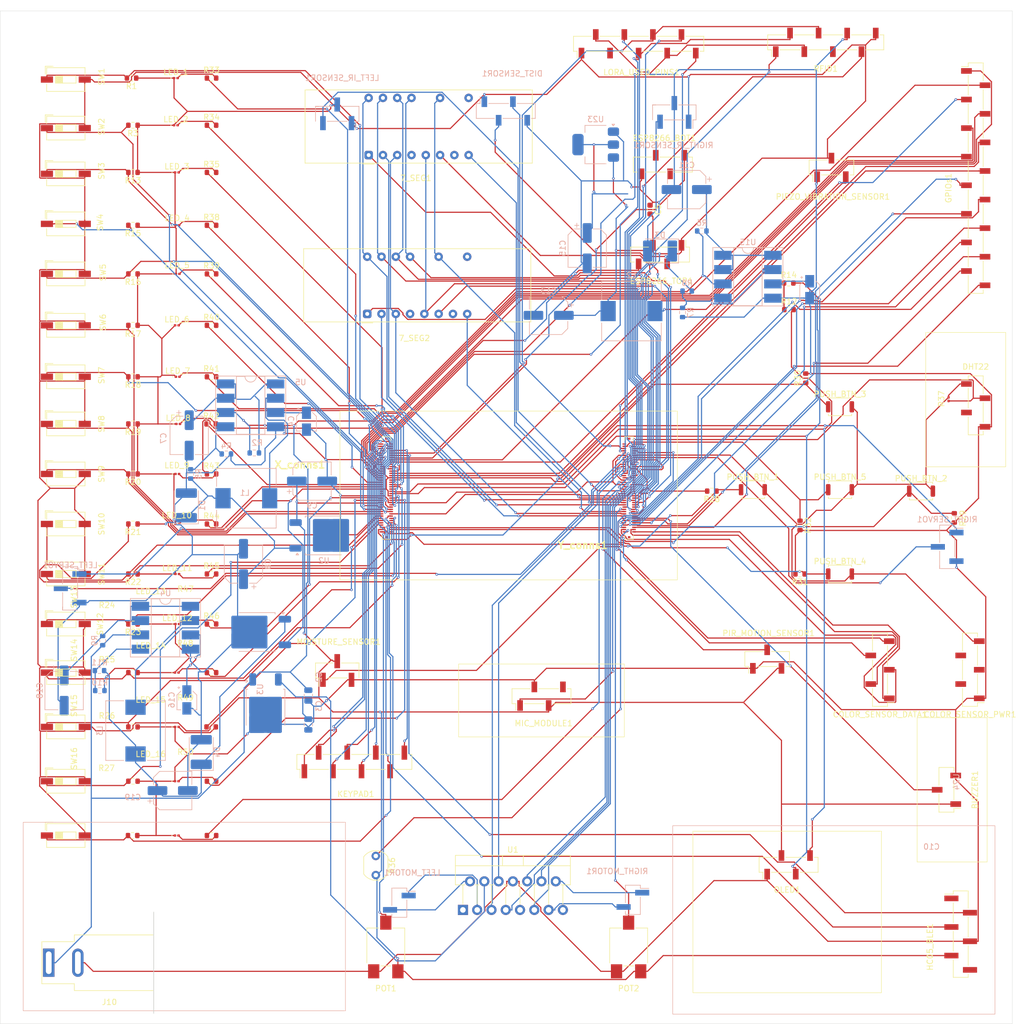
<source format=kicad_pcb>
(kicad_pcb (version 20240108) (generator "pcbnew") (generator_version "8.0")
  (layers (0 "F.Cu" signal) (31 "B.Cu" signal) (34 "B.Paste" user) (35 "F.Paste" user) (36 "B.SilkS" user "B.Silkscreen") (37 "F.SilkS" user "F.Silkscreen") (38 "B.Mask" user) (39 "F.Mask" user) (44 "Edge.Cuts" user))
  (net 0 "")
  (net 2 "5V")
  (net 3 "X13_BLE_TXD")
  (net 4 "Net-(LEFT_MOTOR1-Pin_1)")
  (net 5 "Net-(LEFT_MOTOR1-Pin_2)")
  (net 6 "Net-(RIGHT_MOTOR1-Pin_1)")
  (net 7 "Net-(RIGHT_MOTOR1-Pin_2)")
  (net 8 "X12_BLE_RXD")
  (net 13 "Y38")
  (net 14 "3V3")
  (net 16 "GND")
  (net 22 "X44")
  (net 23 "X46")
  (net 24 "Y40")
  (net 25 "Y36")
  (net 26 "Y42")
  (net 27 "Net-(LED_1-A)")
  (net 30 "Net-(LED_2-A)")
  (net 39 "VDD")
  (net 40 "12V")
  (net 41 "/Power/VIN_IP")
  (net 42 "Net-(U5-TC)")
  (net 43 "Net-(U5-DC)")
  (net 44 "Net-(D1-K)")
  (net 45 "Net-(U15-TC)")
  (net 46 "Net-(U15-DC)")
  (net 47 "Net-(D3-K)")
  (net 48 "1V8")
  (net 49 "Net-(U4-TC)")
  (net 50 "Net-(U4-DC)")
  (net 51 "Net-(D4-K)")
  (net 52 "Net-(U5-SwE)")
  (net 53 "Net-(U15-SwE)")
  (net 54 "Net-(U4-SwE)")
  (net 55 "Net-(U5-Vfb)")
  (net 56 "Net-(U15-Vfb)")
  (net 57 "Net-(U4-Vfb)")
  (net 58 "X28")
  (net 59 "X60")
  (net 60 "X15_WLAN_TXD")
  (net 61 "X29")
  (net 62 "X2")
  (net 64 "Net-(LED_3-A)")
  (net 65 "X77")
  (net 67 "X16")
  (net 68 "X78")
  (net 69 "X65")
  (net 70 "X1")
  (net 71 "X63")
  (net 72 "X14_WLAN_RXD")
  (net 73 "X30")
  (net 75 "Net-(LED_4-A)")
  (net 76 "X52")
  (net 77 "X66")
  (net 78 "X4")
  (net 79 "X75")
  (net 80 "X79")
  (net 81 "X8")
  (net 83 "X27")
  (net 84 "X25")
  (net 85 "X17")
  (net 86 "X67")
  (net 87 "X76")
  (net 88 "X72")
  (net 89 "X6")
  (net 90 "X7")
  (net 92 "X5")
  (net 93 "X37")
  (net 94 "X19")
  (net 95 "X34")
  (net 96 "X33")
  (net 97 "X39")
  (net 98 "X38")
  (net 99 "X71")
  (net 100 "X59")
  (net 101 "X11")
  (net 102 "X61")
  (net 103 "X70")
  (net 104 "X26")
  (net 105 "X68")
  (net 106 "X36")
  (net 107 "X50")
  (net 108 "X18")
  (net 109 "X56")
  (net 111 "X57")
  (net 112 "X3")
  (net 113 "X58")
  (net 114 "X24")
  (net 115 "X40")
  (net 117 "X62")
  (net 118 "X35")
  (net 119 "X10")
  (net 120 "X49")
  (net 121 "X9")
  (net 122 "Net-(LED_5-A)")
  (net 123 "X51")
  (net 124 "X69")
  (net 125 "Y26")
  (net 126 "Net-(LED_6-A)")
  (net 127 "Y50")
  (net 128 "Y15")
  (net 129 "Y73")
  (net 131 "Y32")
  (net 132 "Y13")
  (net 135 "Y6")
  (net 136 "Y65")
  (net 138 "Y30")
  (net 139 "Y16")
  (net 140 "Y8")
  (net 141 "Y51")
  (net 142 "Y21")
  (net 144 "Y27")
  (net 146 "Y74")
  (net 147 "Y3")
  (net 148 "Y29")
  (net 149 "Y10")
  (net 150 "Y75")
  (net 151 "Y48")
  (net 152 "Y28")
  (net 153 "Y79")
  (net 154 "Y77")
  (net 157 "Y63")
  (net 159 "Net-(LED_7-A)")
  (net 160 "Y9")
  (net 161 "Net-(LED_8-A)")
  (net 162 "Y67")
  (net 163 "Net-(LED_9-A)")
  (net 164 "Y11")
  (net 165 "Net-(LED_10-A)")
  (net 166 "Y31")
  (net 167 "Y76")
  (net 169 "Y20")
  (net 170 "Y59")
  (net 171 "Net-(LED_11-A)")
  (net 172 "Y49")
  (net 173 "Net-(LED_12-A)")
  (net 174 "Y5")
  (net 175 "Y46")
  (net 176 "Y12")
  (net 177 "Y4")
  (net 180 "Y17")
  (net 181 "Y60")
  (net 182 "Y52")
  (net 183 "Y2")
  (net 184 "Y54")
  (net 185 "Y62")
  (net 186 "Y7")
  (net 187 "Y25")
  (net 188 "Y78")
  (net 189 "Y61")
  (net 190 "Y19")
  (net 191 "Y18")
  (net 196 "Y1")
  (net 197 "Y14")
  (net 198 "Y22")
  (net 200 "Net-(LED_13-A)")
  (net 201 "Net-(LED_14-A)")
  (net 202 "Net-(LED_15-A)")
  (net 203 "Net-(LED_16-A)")
  (footprint "Resistor_SMD:R_0603_1608Metric" (layer "F.Cu") (at 94.488 124.206)
    (property "Reference" "R46")
    (property "Value" "220R")
  )
  (footprint "Resistor_SMD:R_0603_1608Metric" (layer "F.Cu") (at 94.488 43.942)
    (property "Reference" "R35")
    (property "Value" "220R")
  )
  (footprint "Connector_PinSocket_2.54mm:PinSocket_1x08_P2.54mm_Vertical_SMD_Pin1Left" (layer "F.Cu") (at 203.708 20.828 90)
    (property "Reference" "RFID1")
    (property "Value" "Conn_01x08_Socket")
  )
  (footprint "Connector_PinSocket_2.54mm:PinSocket_1x03_P2.54mm_Vertical_SMD_Pin1Left" (layer "F.Cu") (at 204.724 43.054 90)
    (property "Reference" "PIEZO_VIBRATION_SENSOR1")
    (property "Value" "Conn_01x03_Socket")
  )
  (footprint "LED_SMD:LED_0201_0603Metric" (layer "F.Cu") (at 88.301 152.146)
    (property "Reference" "LED_15")
    (property "Value" "LED")
  )
  (footprint "Button_Switch_SMD:SW_DIP_SPSTx01_Slide_6.7x4.1mm_W6.73mm_P2.54mm_LowProfile_JPin" (layer "F.Cu") (at 68.58 161.798)
    (property "Reference" "SW16")
    (property "Value" "SW_DIP_x01")
  )
  (footprint "Button_Switch_SMD:SW_Push_SPST_NO_Alps_SKRK" (layer "F.Cu") (at 206.248 100.33)
    (property "Reference" "PUSH_BTN_5")
    (property "Value" "SW_Push")
  )
  (footprint "Resistor_SMD:R_0603_1608Metric" (layer "F.Cu") (at 197.167 68.326)
    (property "Reference" "R12")
    (property "Value" "2kR")
  )
  (footprint "LED_SMD:LED_0201_0603Metric" (layer "F.Cu") (at 88.458 61.976)
    (property "Reference" "LED_5")
    (property "Value" "LED")
  )
  (footprint "Button_Switch_SMD:SW_DIP_SPSTx01_Slide_6.7x4.1mm_W6.73mm_P2.54mm_LowProfile_JPin" (layer "F.Cu") (at 68.58 132.842)
    (property "Reference" "SW13")
    (property "Value" "SW_DIP_x01")
  )
  (footprint "Resistor_SMD:R_0603_1608Metric" (layer "F.Cu") (at 80.518 80.264 180)
    (property "Reference" "R18")
    (property "Value" "220R")
  )
  (footprint "Resistor_SMD:R_0603_1608Metric" (layer "F.Cu") (at 80.518 152.146 180)
    (property "Reference" "R26")
    (property "Value" "220R")
  )
  (footprint "Connector_PinSocket_2.54mm:PinSocket_1x04_P2.54mm_Vertical_SMD_Pin1Left" (layer "F.Cu") (at 174.752 42.544 -90)
    (property "Reference" "ESP8266_BOT1")
    (property "Value" "Conn_01x04_Socket")
  )
  (footprint "OptoDevice:R_LDR_5.1x4.3mm_P3.4mm_Vertical" (layer "F.Cu") (at 123.698 165.432 -90)
    (property "Reference" "R36")
    (property "Value" "LDR07")
  )
  (footprint "Connector_PinSocket_2.54mm:PinSocket_1x09_P2.54mm_Vertical_SMD_Pin1Left" (layer "F.Cu") (at 170.434 21.082 90)
    (property "Reference" "LORA_USED_PINS1")
    (property "Value" "Conn_01x09_Socket")
  )
  (footprint "Resistor_SMD:R_0603_1608Metric" (layer "F.Cu") (at 80.518 61.976 180)
    (property "Reference" "R16")
    (property "Value" "220R")
  )
  (footprint "Resistor_SMD:R_0603_1608Metric" (layer "F.Cu") (at 80.518 71.12 180)
    (property "Reference" "R17")
    (property "Value" "220R")
  )
  (footprint "Button_Switch_SMD:SW_DIP_SPSTx01_Slide_6.7x4.1mm_W6.73mm_P2.54mm_LowProfile_JPin" (layer "F.Cu") (at 68.58 71.12)
    (property "Reference" "SW6")
    (property "Value" "SW_DIP_x01")
  )
  (footprint "Resistor_SMD:R_0603_1608Metric" (layer "F.Cu") (at 200.152 80.518 90)
    (property "Reference" "R30")
    (property "Value" "10K")
  )
  (footprint "Button_Switch_SMD:SW_Push_SPST_NO_Alps_SKRK" (layer "F.Cu") (at 206.248 85.598)
    (property "Reference" "PUSH_BTN_3")
    (property "Value" "SW_Push")
  )
  (footprint "LED_SMD:LED_0201_0603Metric" (layer "F.Cu") (at 88.392 124.206)
    (property "Reference" "LED_12")
    (property "Value" "LED")
  )
  (footprint "Connector_PinSocket_2.54mm:PinSocket_1x03_P2.54mm_Vertical_SMD_Pin1Left" (layer "F.Cu") (at 193.294 130.43 90)
    (property "Reference" "PIR_MOTION_SENSOR1")
    (property "Value" "Conn_01x03_Socket")
  )
  (footprint "Button_Switch_SMD:SW_Push_SPST_NO_Alps_SKRK" (layer "F.Cu") (at 206.248 115.316)
    (property "Reference" "PUSH_BTN_4")
    (property "Value" "SW_Push")
  )
  (footprint "Potentiometer_SMD:Potentiometer_ACP_CA6-VSMD_Vertical" (layer "F.Cu") (at 168.656 181.61 90)
    (property "Reference" "POT2")
    (property "Value" "POT_2")
  )
  (footprint "LED_SMD:LED_0201_0603Metric" (layer "F.Cu") (at 88.392 97.536)
    (property "Reference" "LED_9")
    (property "Value" "LED")
  )
  (footprint "Button_Switch_SMD:SW_Push_SPST_NO_Alps_SKRK" (layer "F.Cu") (at 220.658 100.584)
    (property "Reference" "PUSH_BTN_2")
    (property "Value" "SW_Push")
  )
  (footprint "Connector_PinSocket_2.54mm:PinSocket_1x05_P2.54mm_Vertical_SMD_Pin1Left" (layer "F.Cu") (at 213.36 132.334 180)
    (property "Reference" "COLOR_SENSOR_DATA1")
    (property "Value" "Conn_01x05_Socket")
  )
  (footprint "Button_Switch_SMD:SW_DIP_SPSTx01_Slide_6.7x4.1mm_W6.73mm_P2.54mm_LowProfile_JPin" (layer "F.Cu") (at 68.58 36.068)
    (property "Reference" "SW2")
    (property "Value" "SW_DIP_x01")
  )
  (footprint "Resistor_SMD:R_0603_1608Metric" (layer "F.Cu") (at 80.518 115.316 180)
    (property "Reference" "R22")
    (property "Value" "220R")
  )
  (footprint "Resistor_SMD:R_0603_1608Metric" (layer "F.Cu") (at 94.488 61.976)
    (property "Reference" "R39")
    (property "Value" "220R")
  )
  (footprint "Resistor_SMD:R_0603_1608Metric" (layer "F.Cu") (at 199.136 106.68 -90)
    (property "Reference" "R32")
    (property "Value" "10K")
  )
  (footprint "Resistor_SMD:R_0603_1608Metric" (layer "F.Cu") (at 94.488 27.178)
    (property "Reference" "R33")
    (property "Value" "220R")
  )
  (footprint "Resistor_SMD:R_0201_0603Metric" (layer "F.Cu") (at 225.552 84.237 -90)
    (property "Reference" "R37")
    (property "Value" "10K")
  )
  (footprint "Connector_PinSocket_2.54mm:PinSocket_1x03_P2.54mm_Vertical_SMD_Pin1Left" (layer "F.Cu") (at 225.172 153.67 180)
    (property "Reference" "BUZZER1")
    (property "Value" "Conn_01x03_Socket")
  )
  (footprint "Resistor_SMD:R_0603_1608Metric" (layer "F.Cu") (at 94.488 161.798)
    (property "Reference" "R50")
    (property "Value" "220R")
  )
  (footprint "Display_7Segment:LTC-4627Jx" (layer "F.Cu") (at 122.428 40.8615 90)
    (property "Reference" "7_SEG1")
    (property "Value" "LTC-4627JD")
  )
  (footprint "Resistor_SMD:R_0603_1608Metric" (layer "F.Cu") (at 197.124 63.605)
    (property "Reference" "R14")
    (property "Value" "2kR")
  )
  (footprint "Package_TO_SOT_THT:TO-220-15_P2.54x2.54mm_StaggerOdd_Lead4.58mm_Vertical" (layer "F.Cu") (at 139.187 175.023)
    (property "Reference" "U1")
    (property "Value" "L298N")
  )
  (footprint "High_Density_Connectors:5024308030" (layer "F.Cu") (at 125.569 100.022 -90)
    (property "Reference" "X_conns1")
    (property "Value" "~" (hide yes))
  )
  (footprint "Resistor_SMD:R_0603_1608Metric" (layer "F.Cu") (at 199.136 115.316 180)
    (property "Reference" "R31")
    (property "Value" "10K")
  )
  (footprint "Connector_PinHeader_2.54mm:PinHeader_1x03_P2.54mm_Vertical_SMD_Pin1Left" (layer "F.Cu") (at 116.84 132.465 90)
    (property "Reference" "MOISTURE_SENSOR1")
    (property "Value" "Conn_01x03_Pin")
  )
  (footprint "Button_Switch_SMD:SW_DIP_SPSTx01_Slide_6.7x4.1mm_W6.73mm_P2.54mm_LowProfile_JPin" (layer "F.Cu") (at 68.58 61.976)
    (property "Reference" "SW5")
    (property "Value" "SW_DIP_x01")
  )
  (footprint "Button_Switch_SMD:SW_Push_SPST_NO_Alps_SKRK" (layer "F.Cu") (at 190.754 100.33)
    (property "Reference" "PUSH_BTN_1")
    (property "Value" "SW_Push")
  )
  (footprint "Resistor_SMD:R_0603_1608Metric" (layer "F.Cu") (at 94.488 53.34)
    (property "Reference" "R38")
    (property "Value" "220R")
  )
  (footprint "Resistor_SMD:R_0603_1608Metric" (layer "F.Cu") (at 80.518 132.842 180)
    (property "Reference" "R24")
    (property "Value" "220R")
  )
  (footprint "Resistor_SMD:R_0603_1608Metric" (layer "F.Cu") (at 80.518 106.426 180)
    (property "Reference" "R21")
    (property "Value" "220R")
  )
  (footprint "Button_Switch_SMD:SW_DIP_SPSTx01_Slide_6.7x4.1mm_W6.73mm_P2.54mm_LowProfile_JPin" (layer "F.Cu") (at 68.58 152.146)
    (property "Reference" "SW15")
    (property "Value" "SW_DIP_x01")
  )
  (footprint "Resistor_SMD:R_0603_1608Metric" (layer "F.Cu") (at 80.455 161.798 180)
    (property "Reference" "R27")
    (property "Value" "220R")
  )
  (footprint "Capacitor_SMD:C_0603_1608Metric" (layer "F.Cu") (at 172.466 50.546 -90)
    (property "Reference" "C5")
    (property "Value" "100nf")
  )
  (footprint "Resistor_SMD:R_0603_1608Metric" (layer "F.Cu") (at 80.518 97.536 180)
    (property "Reference" "R20")
    (property "Value" "220R")
  )
  (footprint "Resistor_SMD:R_0603_1608Metric" (layer "F.Cu") (at 183.451 100.584 180)
    (property "Reference" "R28")
    (property "Value" "10K")
  )
  (footprint "Button_Switch_SMD:SW_DIP_SPSTx01_Slide_6.7x4.1mm_W6.73mm_P2.54mm_LowProfile_JPin" (layer "F.Cu") (at 68.58 115.316)
    (property "Reference" "SW11")
    (property "Value" "SW_DIP_x01")
  )
  (footprint "LED_SMD:LED_0201_0603Metric" (layer "F.Cu") (at 88.326 71.12)
    (property "Reference" "LED_6")
    (property "Value" "LED")
  )
  (footprint "Button_Switch_SMD:SW_DIP_SPSTx01_Slide_6.7x4.1mm_W6.73mm_P2.54mm_LowProfile_JPin" (layer "F.Cu") (at 68.58 53.086)
    (property "Reference" "SW4")
    (property "Value" "SW_DIP_x01")
  )
  (footprint "Connector_PinSocket_2.54mm:PinSocket_1x04_P2.54mm_Vertical_SMD_Pin1Left" (layer "F.Cu") (at 230.378 85.344)
    (property "Reference" "DHT22")
    (property "Value" "Conn_01x04_Socket")
  )
  (footprint "Connector_BarrelJack:BarrelJack_SwitchcraftConxall_RAPC10U_Horizontal" (layer "F.Cu") (at 65.538 184.404 180)
    (property "Reference" "J10")
    (property "Value" "Jack-DC")
    (fp_line (start -18.67 -9) (end -18.67 9) (stroke (width 0.12)) (layer "Edge.Cuts"))
  )
  (footprint "Resistor_SMD:R_0603_1608Metric" (layer "F.Cu") (at 94.425 88.646)
    (property "Reference" "R42")
    (property "Value" "220R")
  )
  (footprint "Resistor_SMD:R_0603_1608Metric" (layer "F.Cu") (at 226.568 105.347 -90)
    (property "Reference" "R29")
    (property "Value" "10K")
  )
  (footprint "LED_SMD:LED_0201_0603Metric" (layer "F.Cu") (at 88.326 43.942)
    (property "Reference" "LED_3")
    (property "Value" "LED")
  )
  (footprint "Button_Switch_SMD:SW_DIP_SPSTx01_Slide_6.7x4.1mm_W6.73mm_P2.54mm_LowProfile_JPin" (layer "F.Cu") (at 68.58 44.196)
    (property "Reference" "SW3")
    (property "Value" "SW_DIP_x01")
  )
  (footprint "Resistor_SMD:R_0603_1608Metric" (layer "F.Cu") (at 80.518 142.494 180)
    (property "Reference" "R25")
    (property "Value" "220R")
  )
  (footprint "Resistor_SMD:R_0603_1608Metric" (layer "F.Cu") (at 94.488 106.426)
    (property "Reference" "R44")
    (property "Value" "220R")
  )
  (footprint "LED_SMD:LED_0201_0603Metric" (layer "F.Cu") (at 88.138 27.178)
    (property "Reference" "LED_1")
    (property "Value" "LED")
  )
  (footprint "Button_Switch_SMD:SW_DIP_SPSTx01_Slide_6.7x4.1mm_W6.73mm_P2.54mm_LowProfile_JPin" (layer "F.Cu") (at 68.58 97.536)
    (property "Reference" "SW9")
    (property "Value" "SW_DIP_x01")
  )
  (footprint "Button_Switch_SMD:SW_DIP_SPSTx01_Slide_6.7x4.1mm_W6.73mm_P2.54mm_LowProfile_JPin" (layer "F.Cu") (at 68.58 106.426)
    (property "Reference" "SW10")
    (property "Value" "SW_DIP_x01")
  )
  (footprint "LED_SMD:LED_0201_0603Metric" (layer "F.Cu") (at 88.301 132.842)
    (property "Reference" "LED_13")
    (property "Value" "LED")
  )
  (footprint "Resistor_SMD:R_0603_1608Metric" (layer "F.Cu") (at 80.518 53.34 180)
    (property "Reference" "R15")
    (property "Value" "220R")
  )
  (footprint "Connector_PinSocket_2.54mm:PinSocket_1x04_P2.54mm_Vertical_SMD_Pin1Left" (layer "F.Cu") (at 153.162 137.034 90)
    (property "Reference" "MIC_MODULE1")
    (property "Value" "Conn_01x04_Socket")
  )
  (footprint "Connector_PinSocket_2.54mm:PinSocket_1x04_P2.54mm_Vertical_SMD_Pin1Left" (layer "F.Cu") (at 174.244 58.546 -90)
    (property "Reference" "ESP8266_TOP1")
    (property "Value" "Conn_01x04_Socket")
  )
  (footprint "Resistor_SMD:R_0603_1608Metric" (layer "F.Cu") (at 80.518 35.56 180)
    (property "Reference" "R3")
    (property "Value" "220R")
  )
  (footprint "Resistor_SMD:R_0603_1608Metric" (layer "F.Cu") (at 80.518 88.646 180)
    (property "Reference" "R19")
    (property "Value" "220R")
  )
  (footprint "Resistor_SMD:R_0603_1608Metric" (layer "F.Cu") (at 94.488 71.12)
    (property "Reference" "R40")
    (property "Value" "220R")
  )
  (footprint "Connector_PinSocket_2.54mm:PinSocket_1x04_P2.54mm_Vertical_SMD_Pin1Left" (layer "F.Cu") (at 197.104 167.006 90)
    (property "Reference" "OLED1")
    (property "Value" "Conn_01x04_Socket")
  )
  (footprint "Resistor_SMD:R_0603_1608Metric" (layer "F.Cu") (at 94.488 97.536)
    (property "Reference" "R43")
    (property "Value" "220R")
  )
  (footprint "LED_SMD:LED_0201_0603Metric" (layer "F.Cu") (at 88.301 161.798)
    (property "Reference" "LED_16")
    (property "Value" "LED")
  )
  (footprint "Resistor_SMD:R_0603_1608Metric" (layer "F.Cu") (at 94.488 152.146)
    (property "Reference" "R49")
    (property "Value" "220R")
  )
  (footprint "Resistor_SMD:R_0603_1608Metric" (layer "F.Cu") (at 94.488 80.264)
    (property "Reference" "R41")
    (property "Value" "220R")
  )
  (footprint "Potentiometer_SMD:Potentiometer_ACP_CA6-VSMD_Vertical" (layer "F.Cu") (at 125.476 181.61 90)
    (property "Reference" "POT1")
    (property "Value" "POT_1")
  )
  (footprint "Resistor_SMD:R_0603_1608Metric" (layer "F.Cu") (at 80.264 27.178 180)
    (property "Reference" "R1")
    (property "Value" "220R")
  )
  (footprint "Resistor_SMD:R_0603_1608Metric" (layer "F.Cu") (at 80.518 43.942 180)
    (property "Reference" "R13")
    (property "Value" "220R")
  )
  (footprint "Resistor_SMD:R_0603_1608Metric" (layer "F.Cu") (at 94.488 132.842)
    (property "Reference" "R47")
    (property "Value" "220R")
  )
  (footprint "Connector_PinSocket_2.54mm:PinSocket_1x05_P2.54mm_Vertical_SMD_Pin1Left" (layer "F.Cu") (at 229.362 132.334 180)
    (property "Reference" "COLOR_SENSOR_PWR1")
    (property "Value" "Conn_01x05_Socket")
  )
  (footprint "Resistor_SMD:R_0603_1608Metric" (layer "F.Cu") (at 80.518 124.206 180)
    (property "Reference" "R23")
    (property "Value" "220R")
  )
  (footprint "Connector_PinHeader_2.54mm:PinHeader_1x06_P2.54mm_Vertical_SMD_Pin1Left" (layer "F.Cu") (at 227.707 179.324)
    (property "Reference" "HC05_BLE1")
    (property "Value" "Conn_01x06_Socket")
  )
  (footprint "Display_7Segment:LTC-4627Jx" (layer "F.Cu") (at 122.174 69.088 90)
    (property "Reference" "7_SEG2")
    (property "Value" "LTC-4627JD")
  )
  (footprint "Button_Switch_SMD:SW_DIP_SPSTx01_Slide_6.7x4.1mm_W6.73mm_P2.54mm_LowProfile_JPin" (layer "F.Cu") (at 68.58 88.646)
    (property "Reference" "SW8")
    (property "Value" "SW_DIP_x01")
  )
  (footprint "Connector_PinHeader_2.54mm:PinHeader_1x08_P2.54mm_Vertical_SMD_Pin1Left" (layer "F.Cu") (at 119.888 148.721 90)
    (property "Reference" "KEYPAD1")
    (property "Value" "Conn_01x08_Pin")
  )
  (footprint "LED_SMD:LED_0201_0603Metric" (layer "F.Cu") (at 88.392 115.316)
    (property "Reference" "LED_11")
    (property "Value" "LED")
  )
  (footprint "Resistor_SMD:R_0603_1608Metric" (layer "F.Cu") (at 94.488 35.56)
    (property "Reference" "R34")
    (property "Value" "220R")
  )
  (footprint "LED_SMD:LED_0201_0603Metric" (layer "F.Cu") (at 88.138 35.56)
    (property "Reference" "LED_2")
    (property "Value" "LED")
  )
  (footprint "LED_SMD:LED_0201_0603Metric" (layer "F.Cu") (at 88.464 80.264)
    (property "Reference" "LED_7")
    (property "Value" "LED")
  )
  (footprint "LED_SMD:LED_0201_0603Metric" (layer "F.Cu") (at 88.392 106.426)
    (property "Reference" "LED_10")
    (property "Value" "LED")
  )
  (footprint "High_Density_Connectors:5024308030" (layer "F.Cu") (at 168.749 100.022 90)
    (property "Reference" "Y_conns1")
    (property "Value" "~" (hide yes))
  )
  (footprint "Button_Switch_SMD:SW_DIP_SPSTx01_Slide_6.7x4.1mm_W6.73mm_P2.54mm_LowProfile_JPin" (layer "F.Cu") (at 68.58 124.206)
    (property "Reference" "SW12")
    (property "Value" "SW_DIP_x01")
  )
  (footprint "Button_Switch_SMD:SW_DIP_SPSTx01_Slide_6.7x4.1mm_W6.73mm_P2.54mm_LowProfile_JPin" (layer "F.Cu") (at 68.58 27.432)
    (property "Reference" "SW1")
    (property "Value" "SW_DIP_x01")
  )
  (footprint "Button_Switch_SMD:SW_DIP_SPSTx01_Slide_6.7x4.1mm_W6.73mm_P2.54mm_LowProfile_JPin" (layer "F.Cu") (at 68.58 80.264)
    (property "Reference" "SW7")
    (property "Value" "SW_DIP_x01")
  )
  (footprint "LED_SMD:LED_0201_0603Metric" (layer "F.Cu") (at 88.392 53.34)
    (property "Reference" "LED_4")
    (property "Value" "LED")
  )
  (footprint "Resistor_SMD:R_0603_1608Metric" (layer "F.Cu") (at 94.488 115.316)
    (property "Reference" "R45")
    (property "Value" "220R")
  )
  (footprint "LED_SMD:LED_0201_0603Metric" (layer "F.Cu") (at 88.555 88.646)
    (property "Reference" "LED_8")
    (property "Value" "LED")
  )
  (footprint "Resistor_SMD:R_0603_1608Metric" (layer "F.Cu") (at 94.425 142.494)
    (property "Reference" "R48")
    (property "Value" "220R")
  )
  (footprint "LED_SMD:LED_0201_0603Metric" (layer "F.Cu") (at 88.326 142.494)
    (property "Reference" "LED_14")
    (property "Value" "LED")
  )
  (footprint "Connector_PinSocket_2.54mm:PinSocket_1x16_P2.54mm_Vertical_SMD_Pin1Left" (layer "F.Cu") (at 230.378 44.958)
    (property "Reference" "GPIOs1")
    (property "Value" "Conn_01x16_Socket")
  )
  (footprint "Button_Switch_SMD:SW_DIP_SPSTx01_Slide_6.7x4.1mm_W6.73mm_P2.54mm_LowProfile_JPin" (layer "F.Cu") (at 68.58 142.494)
    (property "Reference" "SW14")
    (property "Value" "SW_DIP_x01")
  )
  (footprint "Capacitor_SMD:CP_Elec_3x5.3" (layer "B.Cu") (at 200.86 64.784 -90)
    (property "Reference" "C10")
    (property "Value" "470pF")
  )
  (footprint "Connector_PinHeader_2.54mm:PinHeader_1x03_P2.54mm_Vertical_SMD_Pin1Left" (layer "B.Cu") (at 116.84 33.528 90)
    (property "Reference" "LEFT_IR_SENSOR1")
    (property "Value" "Conn_01x03_Pin")
  )
  (footprint "Resistor_SMD:R_0603_1608Metric" (layer "B.Cu") (at 181.673 54.356 180)
    (property "Reference" "R6")
    (property "Value" "26R")
  )
  (footprint "Diode_SMD:D_2114_3652Metric" (layer "B.Cu") (at 92.657 146.9585 90)
    (property "Reference" "D4")
    (property "Value" "1N5819")
  )
  (footprint "Capacitor_SMD:CP_Elec_6.3x7.7" (layer "B.Cu") (at 161.29 57.404 -90)
    (property "Reference" "C15")
    (property "Value" "220uF")
  )
  (footprint "Resistor_SMD:R_0603_1608Metric" (layer "B.Cu") (at 179.07 65.024 180)
    (property "Reference" "R8")
    (property "Value" "2K")
  )
  (footprint "Package_TO_SOT_SMD:SOT-223-3_TabPin2" (layer "B.Cu") (at 162.8 39 180)
    (property "Reference" "U23")
    (property "Value" "AMS1117-1.8")
  )
  (footprint "Connector_PinHeader_2.54mm:PinHeader_1x03_P2.54mm_Vertical_SMD_Pin1Left" (layer "B.Cu") (at 69.342 117.856 180)
    (property "Reference" "LEFT_SERVO1")
    (property "Value" "Servo")
  )
  (footprint "Inductor_SMD:L_10.4x10.4_H4.8" (layer "B.Cu") (at 100.678 101.854 180)
    (property "Reference" "L1")
    (property "Value" "L")
  )
  (footprint "Capacitor_SMD:CP_Elec_6.3x7.7" (layer "B.Cu") (at 87.577 153.8165)
    (property "Reference" "C19")
    (property "Value" "470uF")
  )
  (footprint "Capacitor_SMD:CP_Elec_6.3x7.7" (layer "B.Cu") (at 90.518 90.678 -90)
    (property "Reference" "C7")
    (property "Value" "100uF")
  )
  (footprint "Resistor_SMD:R_0603_1608Metric" (layer "B.Cu") (at 97.122 93.98 180)
    (property "Reference" "R4")
    (property "Value" "6.2K")
  )
  (footprint "Capacitor_SMD:CP_Elec_6.3x7.7" (layer "B.Cu") (at 178.976 46.99 180)
    (property "Reference" "C11")
    (property "Value" "100uF")
  )
  (footprint "Capacitor_SMD:CP_Elec_3x5.3" (layer "B.Cu") (at 90.1 137.7 -90)
    (property "Reference" "C16")
    (property "Value" "470pF")
  )
  (footprint "Connector_PinSocket_2.54mm:PinSocket_1x04_P2.54mm_Vertical_SMD_Pin1Left" (layer "B.Cu") (at 146.812 33.02 -90)
    (property "Reference" "DIST_SENSOR1")
    (property "Value" "Conn_01x04_Socket")
  )
  (footprint "Capacitor_SMD:CP_Elec_6.3x7.7" (layer "B.Cu") (at 68.273 136.0365 -90)
    (property "Reference" "C18")
    (property "Value" "100uF")
  )
  (footprint "Resistor_SMD:R_0603_1608Metric" (layer "B.Cu") (at 74.56 132.4805 180)
    (property "Reference" "R11")
    (property "Value" "2K")
  )
  (footprint "Resistor_SMD:R_0603_1608Metric" (layer "B.Cu") (at 90.772 97.536 90)
    (property "Reference" "R5")
    (property "Value" "2K")
  )
  (footprint "Package_DIP:DIP-8_W8.89mm_SMDSocket_LongPads" (layer "B.Cu") (at 189.865 62.484 180)
    (property "Reference" "U15")
    (property "Value" "MC34063AP")
  )
  (footprint "Connector_PinHeader_2.54mm:PinHeader_1x02_P2.54mm_Vertical_SMD_Pin1Left" (layer "B.Cu") (at 169.418 173.228 180)
    (property "Reference" "RIGHT_MOTOR1")
    (property "Value" "Conn_01x02_Pin")
  )
  (footprint "Capacitor_SMD:CP_Elec_6.3x7.7" (layer "B.Cu") (at 154.432 69.342 180)
    (property "Reference" "C13")
    (property "Value" "470uF")
  )
  (footprint "Connector_PinHeader_2.54mm:PinHeader_1x02_P2.54mm_Vertical_SMD_Pin1Left" (layer "B.Cu") (at 127.885 173.736 180)
    (property "Reference" "LEFT_MOTOR1")
    (property "Value" "Conn_01x02_Pin")
  )
  (footprint "Resistor_SMD:R_0603_1608Metric" (layer "B.Cu") (at 178.245 68.834 90)
    (property "Reference" "R7")
    (property "Value" "6.2K")
  )
  (footprint "Connector_PinHeader_2.54mm:PinHeader_1x03_P2.54mm_Vertical_SMD_Pin1Left" (layer "B.Cu") (at 176.784 33.274 90)
    (property "Reference" "RIGHT_IR_SENSOR1")
    (property "Value" "Conn_01x03_Pin")
  )
  (footprint "Resistor_SMD:R_0603_1608Metric" (layer "B.Cu") (at 74.623 136.0365 180)
    (property "Reference" "R10")
    (property "Value" "6.2K")
  )
  (footprint "Package_TO_SOT_SMD:TO-252-2" (layer "B.Cu") (at 102.485 125.625 180)
    (property "Reference" "U24")
    (property "Value" "L7805")
  )
  (footprint "Capacitor_SMD:CP_Elec_3x5.3" (layer "B.Cu") (at 111.37 88.162 -90)
    (property "Reference" "C4")
    (property "Value" "470pF")
  )
  (footprint "Resistor_SMD:R_0603_1608Metric" (layer "B.Cu") (at 102.1 93.8 180)
    (property "Reference" "R2")
    (property "Value" "26R")
  )
  (footprint "Package_DIP:DIP-8_W8.89mm_SMDSocket_LongPads" (layer "B.Cu") (at 86.297 124.8705 180)
    (property "Reference" "U4")
    (property "Value" "MC34063AP")
  )
  (footprint "Capacitor_SMD:C_0805_2012Metric" (layer "B.Cu") (at 111.7045 136.9185 -90)
    (property "Reference" "C2")
    (property "Value" ".33uF")
  )
  (footprint "Inductor_SMD:L_10.4x10.4_H4.8" (layer "B.Cu") (at 169.164 68.58 180)
    (property "Reference" "L2")
    (property "Value" "L")
  )
  (footprint "Resistor_SMD:R_0603_1608Metric" (layer "B.Cu") (at 75.131 127.1465 -90)
    (property "Reference" "R9")
    (property "Value" "26R")
  )
  (footprint "Connector_PinHeader_2.54mm:PinHeader_1x03_P2.54mm_Vertical_SMD_Pin1Left" (layer "B.Cu") (at 225.298 110.49 180)
    (property "Reference" "RIGHT_SERVO1")
    (property "Value" "Servo")
  )
  (footprint "Capacitor_SMD:CP_Elec_6.3x7.7" (layer "B.Cu") (at 100.17 113.538 90)
    (property "Reference" "C8")
    (property "Value" "470uF")
  )
  (footprint "Package_TO_SOT_SMD:TO-252-2" (layer "B.Cu") (at 104.087 139.0945 -90)
    (property "Reference" "U3")
    (property "Value" "L7812")
  )
  (footprint "Capacitor_SMD:CP_Elec_6.3x7.7" (layer "B.Cu") (at 112.362 98.806)
    (property "Reference" "C9")
    (property "Value" "220uF")
  )
  (footprint "Diode_SMD:D_2114_3652Metric" (layer "B.Cu") (at 174.244 57.912 180)
    (property "Reference" "D3")
    (property "Value" "1N5819")
  )
  (footprint "Package_DIP:DIP-8_W8.89mm_SMDSocket_LongPads" (layer "B.Cu") (at 101.44 85.344 180)
    (property "Reference" "U5")
    (property "Value" "MC34063AP")
  )
  (footprint "Package_TO_SOT_SMD:TO-252-2" (layer "B.Cu") (at 114.472 108.4555)
    (property "Reference" "U2")
    (property "Value" "LF33_TO252")
  )
  (footprint "Diode_SMD:D_2114_3652Metric" (layer "B.Cu") (at 90.01 103.124 90)
    (property "Reference" "D1")
    (property "Value" "1N5819")
  )
  (footprint "Inductor_SMD:L_10.4x10.4_H4.8" (layer "B.Cu") (at 80.973 143.1485 -90)
    (property "Reference" "L3")
    (property "Value" "88uH")
  )
  (footprint "Capacitor_SMD:C_0805_2012Metric" (layer "B.Cu") (at 111.7045 142.0645 -90)
    (property "Reference" "C3")
    (property "Value" "0.1uF")
  )
  (gr_rect (start 176.5 160.05) (end 233.8 193.55) (stroke (width 0.1)) (fill none) (layer "B.SilkS"))
  (gr_rect (start 61 159.45) (end 118.3 192.95) (stroke (width 0.1)) (fill none) (layer "B.SilkS"))
  (gr_rect (start 221.488 72.39) (end 235.712 96.266) (stroke (width 0.1)) (fill none) (layer "F.SilkS"))
  (gr_rect (start 138.43 131.318) (end 167.894 144.272) (stroke (width 0.1)) (fill none) (layer "F.SilkS"))
  (gr_rect (start 219.964 140.843) (end 232.41 166.497) (stroke (width 0.1)) (fill none) (layer "F.SilkS"))
  (gr_rect (start 117.32 86.36) (end 177.32 116.36) (stroke (width 0.1)) (fill none) (layer "F.SilkS"))
  (gr_rect (start 180.086 161.036) (end 213.614 189.738) (stroke (width 0.1)) (fill none) (layer "F.SilkS"))
  (gr_rect (start 56.896 15.24) (end 236.896 195.24) (stroke (width 0.05)) (fill none) (layer "Edge.Cuts"))
  (segment (start 196.299 63.605) (end 196.299 68.283) (width 0.2) (layer "F.Cu") (net 2))
  (segment (start 196.299 68.283) (end 196.342 68.326) (width 0.2) (layer "F.Cu") (net 2))
  (segment (start 125.33 94.5379) (end 125.246 94.622) (width 0.2) (layer "F.Cu") (net 3))
  (segment (start 192.42 165.494) (end 204.98 178.054) (width 0.2) (layer "F.Cu") (net 3))
  (segment (start 125.371 94.5379) (end 125.33 94.5379) (width 0.2) (layer "F.Cu") (net 3))
  (segment (start 204.98 178.054) (end 226.052 178.054) (width 0.2) (layer "F.Cu") (net 3))
  (segment (start 142.527 165.494) (end 192.42 165.494) (width 0.2) (layer "F.Cu") (net 3))
  (segment (start 125.246 94.622) (end 124.714 94.622) (width 0.2) (layer "F.Cu") (net 3))
  (via (at 125.371 94.5379) (size 0.45) (drill 0.2) (layers "F.Cu" "B.Cu") (net 3))
  (via (at 142.527 165.494) (size 0.45) (drill 0.2) (layers "F.Cu" "B.Cu") (net 3))
  (segment (start 126.733 149.7) (end 142.527 165.494) (width 0.2) (layer "B.Cu") (net 3))
  (segment (start 125.371 94.9213) (end 124.434 95.8582) (width 0.2) (layer "B.Cu") (net 3))
  (segment (start 124.434 97.3819) (end 124.417 97.3998) (width 0.2) (layer "B.Cu") (net 3))
  (segment (start 124.417 97.3998) (end 124.417 105.084) (width 0.2) (layer "B.Cu") (net 3))
  (segment (start 124.434 95.8582) (end 124.434 97.3819) (width 0.2) (layer "B.Cu") (net 3))
  (segment (start 126.733 130.017) (end 126.733 149.7) (width 0.2) (layer "B.Cu") (net 3))
  (segment (start 126.169 107.144) (end 126.105 107.207) (width 0.2) (layer "B.Cu") (net 3))
  (segment (start 126.105 107.207) (end 126.105 129.39) (width 0.2) (layer "B.Cu") (net 3))
  (segment (start 126.169 106.836) (end 126.169 107.144) (width 0.2) (layer "B.Cu") (net 3))
  (segment (start 126.105 129.39) (end 126.733 130.017) (width 0.2) (layer "B.Cu") (net 3))
  (segment (start 124.417 105.084) (end 126.169 106.836) (width 0.2) (layer "B.Cu") (net 3))
  (segment (start 125.371 94.5379) (end 125.371 94.9213) (width 0.2) (layer "B.Cu") (net 3))
  (segment (start 140.903 168.831) (end 141.727 169.655) (width 0.2) (layer "B.Cu") (net 4))
  (segment (start 129.54 171.764) (end 132.473 168.831) (width 0.2) (layer "B.Cu") (net 4))
  (segment (start 132.473 168.831) (end 140.903 168.831) (width 0.2) (layer "B.Cu") (net 4))
  (segment (start 141.727 169.655) (end 141.727 175.023) (width 0.2) (layer "B.Cu") (net 4))
  (segment (start 129.54 172.466) (end 129.54 171.764) (width 0.2) (layer "B.Cu") (net 4))
  (segment (start 140.457 169.943) (end 139.355 169.943) (width 0.2) (layer "B.Cu") (net 5))
  (segment (start 139.355 169.943) (end 134.292 175.006) (width 0.2) (layer "B.Cu") (net 5))
  (segment (start 134.292 175.006) (end 126.23 175.006) (width 0.2) (layer "B.Cu") (net 5))
  (segment (start 158.814 171.958) (end 171.073 171.958) (width 0.2) (layer "B.Cu") (net 6))
  (segment (start 155.697 169.943) (end 156.799 169.943) (width 0.2) (layer "B.Cu") (net 6))
  (segment (start 156.799 169.943) (end 158.814 171.958) (width 0.2) (layer "B.Cu") (net 6))
  (segment (start 155.529 174.795) (end 156.408 173.916) (width 0.2) (layer "B.Cu") (net 7))
  (segment (start 166.306 174.498) (end 167.763 174.498) (width 0.2) (layer "B.Cu") (net 7))
  (segment (start 155.529 175.023) (end 155.529 174.795) (width 0.2) (layer "B.Cu") (net 7))
  (segment (start 165.724 173.916) (end 166.306 174.498) (width 0.2) (layer "B.Cu") (net 7))
  (segment (start 154.427 175.023) (end 155.529 175.023) (width 0.2) (layer "B.Cu") (net 7))
  (segment (start 156.408 173.916) (end 165.724 173.916) (width 0.2) (layer "B.Cu") (net 7))
  (segment (start 207.105 175.514) (end 198.115 166.524) (width 0.2) (layer "F.Cu") (net 8))
  (segment (start 195.134 166.524) (end 190.234 161.624) (width 0.2) (layer "F.Cu") (net 8))
  (segment (start 190.234 161.624) (end 143.993 161.624) (width 0.2) (layer "F.Cu") (net 8))
  (segment (start 126.424 94.222) (end 126.956 94.222) (width 0.2) (layer "F.Cu") (net 8))
  (segment (start 126.991 94.2573) (end 129.731 94.2573) (width 0.2) (layer "F.Cu") (net 8))
  (segment (start 229.362 175.514) (end 207.105 175.514) (width 0.2) (layer "F.Cu") (net 8))
  (segment (start 198.115 166.524) (end 195.134 166.524) (width 0.2) (layer "F.Cu") (net 8))
  (segment (start 126.956 94.222) (end 126.991 94.2573) (width 0.2) (layer "F.Cu") (net 8))
  (via (at 143.993 161.624) (size 0.45) (drill 0.2) (layers "F.Cu" "B.Cu") (net 8))
  (via (at 129.731 94.2573) (size 0.45) (drill 0.2) (layers "F.Cu" "B.Cu") (net 8))
  (segment (start 129.59 147.222) (end 143.993 161.624) (width 0.2) (layer "B.Cu") (net 8))
  (segment (start 129.731 94.2573) (end 129.59 94.3986) (width 0.2) (layer "B.Cu") (net 8))
  (segment (start 129.59 94.3986) (end 129.59 147.222) (width 0.2) (layer "B.Cu") (net 8))
  (segment (start 167.278 100.538) (end 163.19 100.538) (width 0.2) (layer "F.Cu") (net 13))
  (segment (start 167.362 100.622) (end 167.278 100.538) (width 0.2) (layer "F.Cu") (net 13))
  (segment (start 163.19 100.538) (end 162.036 99.3838) (width 0.2) (layer "F.Cu") (net 13))
  (segment (start 167.894 100.622) (end 167.362 100.622) (width 0.2) (layer "F.Cu") (net 13))
  (via (at 162.036 99.3838) (size 0.45) (drill 0.2) (layers "F.Cu" "B.Cu") (net 13))
  (segment (start 114.3 32.3676) (end 114.3 35.183) (width 0.2) (layer "B.Cu") (net 13))
  (segment (start 162.036 99.3838) (end 148.996 86.3438) (width 0.2) (layer "B.Cu") (net 13))
  (segment (start 148.996 43.2136) (end 135.479 29.6959) (width 0.2) (layer "B.Cu") (net 13))
  (segment (start 148.996 86.3438) (end 148.996 43.2136) (width 0.2) (layer "B.Cu") (net 13))
  (segment (start 135.479 29.6959) (end 116.972 29.6959) (width 0.2) (layer "B.Cu") (net 13))
  (segment (start 116.972 29.6959) (end 114.3 32.3676) (width 0.2) (layer "B.Cu") (net 13))
  (segment (start 203.122 26.5338) (end 208.358 21.2979) (width 0.2) (layer "F.Cu") (net 14))
  (segment (start 189.076 138.136) (end 195.132 132.08) (width 0.2) (layer "F.Cu") (net 14))
  (segment (start 172.974 56.896) (end 172.974 58.0477) (width 0.2) (layer "F.Cu") (net 14))
  (segment (start 160.186 101.422) (end 159.948 101.184) (width 0.2) (layer "F.Cu") (net 14))
  (segment (start 124.182 102.622) (end 124.094 102.71) (width 0.2) (layer "F.Cu") (net 14))
  (segment (start 71.945 98.2977) (end 70.1568 100.086) (width 0.2) (layer "F.Cu") (net 14))
  (segment (start 159.948 101.184) (end 139.601 101.184) (width 0.2) (layer "F.Cu") (net 14))
  (segment (start 63.9209 132.075) (end 64.1514 131.845) (width 0.2) (layer "F.Cu") (net 14))
  (segment (start 204.022 41.404) (end 192.394 41.404) (width 0.2) (layer "F.Cu") (net 14))
  (segment (start 94.208 142.488) (end 99.3637 137.332) (width 0.2) (layer "F.Cu") (net 14))
  (segment (start 171.081 99.422) (end 169.604 99.422) (width 0.2) (layer "F.Cu") (net 14))
  (segment (start 168.426 101.422) (end 169.072 100.775) (width 0.2) (layer "F.Cu") (net 14))
  (segment (start 63.6254 131.319) (end 63.6254 102.25) (width 0.2) (layer "F.Cu") (net 14))
  (segment (start 210.792 31.2452) (end 204.022 38.0146) (width 0.2) (layer "F.Cu") (net 14))
  (segment (start 71.9172 151.356) (end 71.945 151.384) (width 0.2) (layer "F.Cu") (net 14))
  (segment (start 71.945 105.664) (end 70.1568 103.876) (width 0.2) (layer "F.Cu") (net 14))
  (segment (start 163.373 26.9828) (end 179.249 26.9828) (width 0.2) (layer "F.Cu") (net 14))
  (segment (start 81.0579 26.1584) (end 110.355 26.1584) (width 0.2) (layer "F.Cu") (net 14))
  (segment (start 154.432 139.836) (end 154.432 139.408) (width 0.2) (layer "F.Cu") (net 14))
  (segment (start 63.9272 153.018) (end 63.9272 151.481) (width 0.2) (layer "F.Cu") (net 14))
  (segment (start 73.2267 27.432) (end 73.6679 27.8732) (width 0.2) (layer "F.Cu") (net 14))
  (segment (start 179.249 26.9828) (end 179.324 26.908) (width 0.2) (layer "F.Cu") (net 14))
  (segment (start 178.054 58.0477) (end 177.7 58.4022) (width 0.2) (layer "F.Cu") (net 14))
  (segment (start 169.604 185.935) (end 170.806 185.935) (width 0.2) (layer "F.Cu") (net 14))
  (segment (start 110.355 26.1584) (end 120.338 36.1408) (width 0.2) (layer "F.Cu") (net 14))
  (segment (start 167.894 101.422) (end 168.426 101.422) (width 0.2) (layer "F.Cu") (net 14))
  (segment (start 154.078 30.0792) (end 160.274 23.8837) (width 0.2) (layer "F.Cu") (net 14))
  (segment (start 173.328 58.4022) (end 174.141 58.4022) (width 0.2) (layer "F.Cu") (net 14))
  (segment (start 71.945 143.256) (end 64.0515 143.256) (width 0.2) (layer "F.Cu") (net 14))
  (segment (start 169.604 94.222) (end 170.136 94.222) (width 0.2) (layer "F.Cu") (net 14))
  (segment (start 207.109 116.555) (end 208.348 115.316) (width 0.2) (layer "F.Cu") (net 14))
  (segment (start 202.054 103.991) (end 204.687 103.991) (width 0.2) (layer "F.Cu") (net 14))
  (segment (start 63.9333 70.2401) (end 63.9333 61.3325) (width 0.2) (layer "F.Cu") (net 14))
  (segment (start 64.0515 70.3583) (end 63.9333 70.2401) (width 0.2) (layer "F.Cu") (net 14))
  (segment (start 204.724 41.404) (end 204.022 41.404) (width 0.2) (layer "F.Cu") (net 14))
  (segment (start 73.9118 143.179) (end 80.0849 143.179) (width 0.2) (layer "F.Cu") (net 14))
  (segment (start 204.022 38.0146) (end 204.022 41.404) (width 0.2) (layer "F.Cu") (net 14))
  (segment (start 227.576 81.534) (end 228.728 81.534) (width 0.2) (layer "F.Cu") (net 14))
  (segment (start 79.8641 27.8732) (end 80.264 27.4733) (width 0.2) (layer "F.Cu") (net 14))
  (segment (start 115.741 130.628) (end 113.573 132.796) (width 0.2) (layer "F.Cu") (net 14))
  (segment (start 208.358 21.2979) (end 210.792 21.2979) (width 0.2) (layer "F.Cu") (net 14))
  (segment (start 71.945 88.646) (end 71.945 81.0257) (width 0.2) (layer "F.Cu") (net 14))
  (segment (start 127.626 183.667) (end 127.608 183.649) (width 0.2) (layer "F.Cu") (net 14))
  (segment (start 64.0515 81.0257) (end 71.945 81.0257) (width 0.2) (layer "F.Cu") (net 14))
  (segment (start 63.9333 44.8395) (end 64.0515 44.9577) (width 0.2) (layer "F.Cu") (net 14))
  (segment (start 71.945 35.3063) (end 63.9631 35.3063) (width 0.2) (layer "F.Cu") (net 14))
  (segment (start 128.828 185.935) (end 130.279 187.387) (width 0.2) (layer "F.Cu") (net 14))
  (segment (start 71.945 106.426) (end 71.945 105.664) (width 0.2) (layer "F.Cu") (net 14))
  (segment (start 143.002 30.0792) (end 154.078 30.0792) (width 0.2) (layer "F.Cu") (net 14))
  (segment (start 124.714 102.622) (end 124.182 102.622) (width 0.2) (layer "F.Cu") (net 14))
  (segment (start 71.945 115.316) (end 71.945 106.426) (width 0.2) (layer "F.Cu") (net 14))
  (segment (start 116.138 130.81) (end 115.956 130.628) (width 0.2) (layer "F.Cu") (net 14))
  (segment (start 178.054 55.7443) (end 178.054 56.896) (width 0.2) (layer "F.Cu") (net 14))
  (segment (start 209.312 99.3663) (end 208.348 100.33) (width 0.2) (layer "F.Cu") (net 14))
  (segment (start 204.687 103.991) (end 208.348 100.33) (width 0.2) (layer "F.Cu") (net 14))
  (segment (start 64.0515 44.9577) (end 71.945 44.9577) (width 0.2) (layer "F.Cu") (net 14))
  (segment (start 71.945 124.206) (end 71.945 124.968) (width 0.2) (layer "F.Cu") (net 14))
  (segment (start 80.264 27.4733) (end 80.264 26.9523) (width 0.2) (layer "F.Cu") (net 14))
  (segment (start 70.1568 103.876) (end 70.1568 100.086) (width 0.2) (layer "F.Cu") (net 14))
  (segment (start 195.132 132.08) (end 195.834 132.08) (width 0.2) (layer "F.Cu") (net 14))
  (segment (start 63.6254 102.25) (end 65.7896 100.086) (width 0.2) (layer "F.Cu") (net 14))
  (segment (start 71.945 132.08) (end 71.945 132.842) (width 0.2) (layer "F.Cu") (net 14))
  (segment (start 192.854 100.679) (end 198.649 106.473) (width 0.2) (layer "F.Cu") (net 14))
  (segment (start 89.9998 143.191) (end 93.9476 143.191) (width 0.2) (layer "F.Cu") (net 14))
  (segment (start 199.572 106.473) (end 202.054 103.991) (width 0.2) (layer "F.Cu") (net 14))
  (segment (start 168.153 187.387) (end 169.604 185.935) (width 0.2) (layer "F.Cu") (net 14))
  (segment (start 211.76 20.3297) (end 210.792 21.2979) (width 0.2) (layer "F.Cu") (net 14))
  (segment (start 63.9333 35.3361) (end 63.9333 44.8395) (width 0.2) (layer "F.Cu") (net 14))
  (segment (start 64.0515 143.256) (end 63.9209 143.125) (width 0.2) (layer "F.Cu") (net 14))
  (segment (start 155.704 138.136) (end 189.076 138.136) (width 0.2) (layer "F.Cu") (net 14))
  (segment (start 160.274 23.8837) (end 163.373 26.9828) (width 0.2) (layer "F.Cu") (net 14))
  (segment (start 63.9333 80.9075) (end 64.0515 81.0257) (width 0.2) (layer "F.Cu") (net 14))
  (segment (start 172.466 51.321) (end 172.974 51.829) (width 0.2) (layer "F.Cu") (net 14))
  (segment (start 64.1514 131.845) (end 63.6254 131.319) (width 0.2) (layer "F.Cu") (net 14))
  (segment (start 139.601 101.184) (end 136.163 104.622) (width 0.2) (layer "F.Cu") (net 14))
  (segment (start 115.956 130.628) (end 115.741 130.628) (width 0.2) (layer "F.Cu") (net 14))
  (segment (start 64.0515 151.356) (end 71.9172 151.356) (width 0.2) (layer "F.Cu") (net 14))
  (segment (start 80.518 142.746) (end 80.518 142.238) (width 0.2) (layer "F.Cu") (net 14))
  (segment (start 124.456 139.836) (end 154.432 139.836) (width 0.2) (layer "F.Cu") (net 14))
  (segment (start 197.708 107.414) (end 197.708 115.758) (width 0.2) (layer "F.Cu") (net 14))
  (segment (start 212.598 20.3297) (end 211.76 20.3297) (width 0.2) (layer "F.Cu") (net 14))
  (segment (start 209.312 99.3663) (end 209.312 86.5617) (width 0.2) (layer "F.Cu") (net 14))
  (segment (start 210.792 21.2979) (end 210.792 31.2452) (width 0.2) (layer "F.Cu") (net 14))
  (segment (start 178.054 56.896) (end 178.054 58.0477) (width 0.2) (layer "F.Cu") (net 14))
  (segment (start 173.119 94.1812) (end 186.705 94.1812) (width 0.2) (layer "F.Cu") (net 14))
  (segment (start 63.9333 61.3325) (end 64.0515 61.2143) (width 0.2) (layer "F.Cu") (net 14))
  (segment (start 73.2267 142.494) (end 73.9118 143.179) (width 0.2) (layer "F.Cu") (net 14))
  (segment (start 136.163 104.622) (end 126.424 104.622) (width 0.2) (layer "F.Cu") (net 14))
  (segment (start 136.94 36.1408) (end 143.002 30.0792) (width 0.2) (layer "F.Cu") (net 14))
  (segment (start 71.945 142.494) (end 71.945 143.256) (width 0.2) (layer "F.Cu") (net 14))
  (segment (start 71.945 61.2143) (end 71.945 53.086) (width 0.2) (layer "F.Cu") (net 14))
  (segment (start 154.432 138.684) (end 154.432 139.408) (width 0.2) (layer "F.Cu") (net 14))
  (segment (start 71.945 36.068) (end 71.945 35.3063) (width 0.2) (layer "F.Cu") (net 14))
  (segment (start 71.945 124.968) (end 71.7094 125.203) (width 0.2) (layer "F.Cu") (net 14))
  (segment (start 177.7 58.4022) (end 174.141 58.4022) (width 0.2) (layer "F.Cu") (net 14))
  (segment (start 64.0515 61.2143) (end 71.945 61.2143) (width 0.2) (layer "F.Cu") (net 14))
  (segment (start 120.338 36.1408) (end 136.94 36.1408) (width 0.2) (layer "F.Cu") (net 14))
  (segment (start 115.741 130.628) (end 110.931 125.818) (width 0.2) (layer "F.Cu") (net 14))
  (segment (start 179.324 26.908) (end 179.698 26.5338) (width 0.2) (layer "F.Cu") (net 14))
  (segment (start 71.7094 131.845) (end 71.945 132.08) (width 0.2) (layer "F.Cu") (net 14))
  (segment (start 195.834 156.21) (end 195.834 144.894) (width 0.2) (layer "F.Cu") (net 14))
  (segment (start 71.945 53.086) (end 71.945 44.9577) (width 0.2) (layer "F.Cu") (net 14))
  (segment (start 73.6679 27.8732) (end 79.8641 27.8732) (width 0.2) (layer "F.Cu") (net 14))
  (segment (start 63.9333 70.4765) (end 63.9333 80.9075) (width 0.2) (layer "F.Cu") (net 14))
  (segment (start 195.834 144.894) (end 189.076 138.136) (width 0.2) (layer "F.Cu") (net 14))
  (segment (start 130.279 187.387) (end 168.153 187.387) (width 0.2) (layer "F.Cu") (net 14))
  (segment (start 198.649 106.473) (end 197.708 107.414) (width 0.2) (layer "F.Cu") (net 14))
  (segment (start 63.9333 98.2296) (end 65.7896 100.086) (width 0.2) (layer "F.Cu") (net 14))
  (segment (start 71.945 71.12) (end 71.945 70.3583) (width 0.2) (layer "F.Cu") (net 14))
  (segment (start 172.974 58.0477) (end 173.328 58.4022) (width 0.2) (layer "F.Cu") (net 14))
  (segment (start 63.9272 151.481) (end 64.0515 151.356) (width 0.2) (layer "F.Cu") (net 14))
  (segment (start 172.974 51.829) (end 172.974 56.896) (width 0.2) (layer "F.Cu") (net 14))
  (segment (start 71.945 35.3063) (end 71.945 27.432) (width 0.2) (layer "F.Cu") (net 14))
  (segment (start 80.9819 141.774) (end 88.583 141.774) (width 0.2) (layer "F.Cu") (net 14))
  (segment (start 71.7094 125.203) (end 71.7094 131.845) (width 0.2) (layer "F.Cu") (net 14))
  (segment (start 171.41 99.7513) (end 171.081 99.422) (width 0.2) (layer "F.Cu") (net 14))
  (segment (start 229.86 127.254) (end 217.922 115.316) (width 0.2) (layer "F.Cu") (net 14))
  (segment (start 80.0849 143.179) (end 80.518 142.746) (width 0.2) (layer "F.Cu") (net 14))
  (segment (start 209.312 86.5617) (end 208.348 85.598) (width 0.2) (layer "F.Cu") (net 14))
  (segment (start 71.945 70.3583) (end 64.0515 70.3583) (width 0.2) (layer "F.Cu") (net 14))
  (segment (start 225.552 83.917) (end 225.552 83.5583) (width 0.2) (layer "F.Cu") (net 14))
  (segment (start 160.274 22.732) (end 160.274 23.8837) (width 0.2) (layer "F.Cu") (net 14))
  (segment (start 80.518 142.238) (end 80.9819 141.774) (width 0.2) (layer "F.Cu") (net 14))
  (segment (start 231.012 127.254) (end 229.86 127.254) (width 0.2) (layer "F.Cu") (net 14))
  (segment (start 198.506 116.555) (end 207.109 116.555) (width 0.2) (layer "F.Cu") (net 14))
  (segment (start 64.0515 70.3583) (end 63.9333 70.4765) (width 0.2) (layer "F.Cu") (net 14))
  (segment (start 71.945 161.798) (end 71.945 161.036) (width 0.2) (layer "F.Cu") (net 14))
  (segment (start 80.264 26.9523) (end 81.0579 26.1584) (width 0.2) (layer "F.Cu") (net 14))
  (segment (start 113.573 137.332) (end 116.077 139.836) (width 0.2) (layer "F.Cu") (net 14))
  (segment (start 88.583 141.774) (end 89.9998 143.191) (width 0.2) (layer "F.Cu") (net 14))
  (segment (start 71.945 61.976) (end 71.945 61.2143) (width 0.2) (layer "F.Cu") (net 14))
  (segment (start 170.181 103.376) (end 170.394 103.376) (width 0.2) (layer "F.Cu") (net 14))
  (segment (start 127.626 185.935) (end 128.828 185.935) (width 0.2) (layer "F.Cu") (net 14))
  (segment (start 71.945 44.196) (end 71.945 44.9577) (width 0.2) (layer "F.Cu") (net 14))
  (segment (start 170.176 94.1812) (end 173.119 94.1812) (width 0.2) (layer "F.Cu") (net 14))
  (segment (start 212.598 19.178) (end 212.598 20.3297) (width 0.2) (layer "F.Cu") (net 14))
  (segment (start 93.9476 143.191) (end 94.208 142.93) (width 0.2) (layer "F.Cu") (net 14))
  (segment (start 225.552 83.917) (end 225.53 83.917) (width 0.2) (layer "F.Cu") (net 14))
  (segment (start 221.54 99.3663) (end 209.312 99.3663) (width 0.2) (layer "F.Cu") (net 14))
  (segment (start 225.552 83.5583) (end 227.576 81.534) (width 0.2) (layer "F.Cu") (net 14))
  (segment (start 116.077 139.836) (end 124.456 139.836) (width 0.2) (layer "F.Cu") (net 14))
  (segment (start 154.432 139.408) (end 155.704 138.136) (width 0.2) (layer "F.Cu") (net 14))
  (segment (start 71.945 151.384) (end 71.945 152.146) (width 0.2) (layer "F.Cu") (net 14))
  (segment (start 174.809 183.134) (end 226.052 183.134) (width 0.2) (layer "F.Cu") (net 14))
  (segment (start 64.0515 143.256) (end 64.0515 151.356) (width 0.2) (layer "F.Cu") (net 14))
  (segment (start 71.945 97.536) (end 71.945 98.2977) (width 0.2) (layer "F.Cu") (net 14))
  (segment (start 71.945 80.264) (end 71.945 81.0257) (width 0.2) (layer "F.Cu") (net 14))
  (segment (start 64.1514 131.845) (end 71.7094 131.845) (width 0.2) (layer "F.Cu") (net 14))
  (segment (start 197.708 115.758) (end 198.506 116.555) (width 0.2) (layer "F.Cu") (net 14))
  (segment (start 172.008 185.935) (end 174.809 183.134) (width 0.2) (layer "F.Cu") (net 14))
  (segment (start 127.626 185.935) (end 127.626 183.667) (width 0.2) (layer "F.Cu") (net 14))
  (segment (start 169.604 103.422) (end 170.136 103.422) (width 0.2) (layer "F.Cu") (net 14))
  (segment (start 192.854 100.33) (end 192.854 100.679) (width 0.2) (layer "F.Cu") (net 14))
  (segment (start 195.834 165.356) (end 195.834 156.21) (width 0.2) (layer "F.Cu") (net 14))
  (segment (start 170.136 94.222) (end 170.176 94.1812) (width 0.2) (layer "F.Cu") (net 14))
  (segment (start 170.806 185.935) (end 172.008 185.935) (width 0.2) (layer "F.Cu") (net 14))
  (segment (start 170.136 103.422) (end 170.181 103.376) (width 0.2) (layer "F.Cu") (net 14))
  (segment (start 63.9631 35.3063) (end 63.9333 35.3361) (width 0.2) (layer "F.Cu") (net 14))
  (segment (start 186.705 94.1812) (end 192.854 100.33) (width 0.2) (layer "F.Cu") (net 14))
  (segment (start 109.882 102.71) (end 109.662 102.491) (width 0.2) (layer "F.Cu") (net 14))
  (segment (start 169.072 100.775) (end 169.072 99.422) (width 0.2) (layer "F.Cu") (net 14))
  (segment (start 225.53 83.917) (end 221.54 87.9064) (width 0.2) (layer "F.Cu") (net 14))
  (segment (start 198.649 106.473) (end 199.572 106.473) (width 0.2) (layer "F.Cu") (net 14))
  (segment (start 222.758 100.584) (end 221.54 99.3663) (width 0.2) (layer "F.Cu") (net 14))
  (segment (start 221.54 87.9064) (end 221.54 99.3663) (width 0.2) (layer "F.Cu") (net 14))
  (segment (start 113.573 132.796) (end 113.573 137.332) (width 0.2) (layer "F.Cu") (net 14))
  (segment (start 71.945 27.432) (end 73.2267 27.432) (width 0.2) (layer "F.Cu") (net 14))
  (segment (start 71.945 142.494) (end 73.2267 142.494) (width 0.2) (layer "F.Cu") (net 14))
  (segment (start 169.072 99.422) (end 169.604 99.422) (width 0.2) (layer "F.Cu") (net 14))
  (segment (start 65.7896 100.086) (end 70.1568 100.086) (width 0.2) (layer "F.Cu") (net 14))
  (segment (start 195.834 156.21) (end 226.822 156.21) (width 0.2) (layer "F.Cu") (net 14))
  (segment (start 64.0515 81.0257) (end 63.9333 81.1439) (width 0.2) (layer "F.Cu") (net 14))
  (segment (start 99.3637 137.332) (end 113.573 137.332) (width 0.2) (layer "F.Cu") (net 14))
  (segment (start 94.208 142.93) (end 94.208 142.488) (width 0.2) (layer "F.Cu") (net 14))
  (segment (start 179.698 26.5338) (end 203.122 26.5338) (width 0.2) (layer "F.Cu") (net 14))
  (segment (start 63.9209 143.125) (end 63.9209 132.075) (width 0.2) (layer "F.Cu") (net 14))
  (segment (start 192.394 41.404) (end 178.054 55.7443) (width 0.2) (layer "F.Cu") (net 14))
  (segment (start 63.9333 81.1439) (end 63.9333 98.2296) (width 0.2) (layer "F.Cu") (net 14))
  (segment (start 71.945 161.036) (end 63.9272 153.018) (width 0.2) (layer "F.Cu") (net 14))
  (segment (start 167.894 101.422) (end 160.186 101.422) (width 0.2) (layer "F.Cu") (net 14))
  (segment (start 124.094 102.71) (end 109.882 102.71) (width 0.2) (layer "F.Cu") (net 14))
  (segment (start 116.84 130.81) (end 116.138 130.81) (width 0.2) (layer "F.Cu") (net 14))
  (segment (start 217.922 115.316) (end 208.348 115.316) (width 0.2) (layer "F.Cu") (net 14))
  (via (at 120.338 36.1408) (size 0.45) (drill 0.2) (layers "F.Cu" "B.Cu") (net 14))
  (via (at 143.002 30.0792) (size 0.45) (drill 0.2) (layers "F.Cu" "B.Cu") (net 14))
  (via (at 124.456 139.836) (size 0.45) (drill 0.2) (layers "F.Cu" "B.Cu") (net 14))
  (via (at 127.608 183.649) (size 0.45) (drill 0.2) (layers "F.Cu" "B.Cu") (net 14))
  (via (at 109.662 102.491) (size 0.45) (drill 0.2) (layers "F.Cu" "B.Cu") (net 14))
  (via (at 173.119 94.1812) (size 0.45) (drill 0.2) (layers "F.Cu" "B.Cu") (net 14))
  (via (at 170.394 103.376) (size 0.45) (drill 0.2) (layers "F.Cu" "B.Cu") (net 14))
  (via (at 174.141 58.4022) (size 0.45) (drill 0.2) (layers "F.Cu" "B.Cu") (net 14))
  (via (at 179.324 26.908) (size 0.45) (drill 0.2) (layers "F.Cu" "B.Cu") (net 14))
  (via (at 110.931 125.818) (size 0.45) (drill 0.2) (layers "F.Cu" "B.Cu") (net 14))
  (via (at 171.41 99.7513) (size 0.45) (drill 0.2) (layers "F.Cu" "B.Cu") (net 14))
  (segment (start 143.002 30.0792) (end 143.002 31.37) (width 0.2) (layer "B.Cu") (net 14))
  (segment (start 170.816 66.0995) (end 170.816 71.0147) (width 0.2) (layer "B.Cu") (net 14))
  (segment (start 110.931 125.818) (end 111.036 125.713) (width 0.2) (layer "B.Cu") (net 14))
  (segment (start 171.571 62.3065) (end 171.219 62.6585) (width 0.2) (layer "B.Cu") (net 14))
  (segment (start 123.698 168.832) (end 123.905 168.832) (width 0.2) (layer "B.Cu") (net 14))
  (segment (start 171.571 62.091) (end 171.571 62.3065) (width 0.2) (layer "B.Cu") (net 14))
  (segment (start 171.41 99.9283) (end 170.394 100.945) (width 0.2) (layer "B.Cu") (net 14))
  (segment (start 173.018 95.3661) (end 172.725 95.6595) (width 0.2) (layer "B.Cu") (net 14))
  (segment (start 170.394 100.945) (end 170.394 103.376) (width 0.2) (layer "B.Cu") (net 14))
  (segment (start 173.018 73.2168) (end 173.018 94.1812) (width 0.2) (layer "B.Cu") (net 14))
  (segment (start 109.662 106.176) (end 109.662 102.491) (width 0.2) (layer "B.Cu") (net 14))
  (segment (start 172.725 95.6595) (end 172.725 98.437) (width 0.2) (layer "B.Cu") (net 14))
  (segment (start 124.707 140.087) (end 124.707 168.03) (width 0.2) (layer "B.Cu") (net 14))
  (segment (start 171.41 99.7513) (end 171.41 99.9283) (width 0.2) (layer "B.Cu") (net 14))
  (segment (start 173.053 60.7225) (end 172.94 60.7225) (width 0.2) (layer "B.Cu") (net 14))
  (segment (start 109.4325 106.176) (end 109.432 106.1755) (width 0.2) (layer "B.Cu") (net 14))
  (segment (start 120.082 35.183) (end 120.082 35.8847) (width 0.2) (layer "B.Cu") (net 14))
  (segment (start 124.707 168.03) (end 123.905 168.832) (width 0.2) (layer "B.Cu") (net 14))
  (segment (start 174.141 59.6341) (end 173.053 60.7225) (width 0.2) (layer "B.Cu") (net 14))
  (segment (start 111.036 107.55) (end 109.662 106.176) (width 0.2) (layer "B.Cu") (net 14))
  (segment (start 123.905 168.832) (end 123.905 179.946) (width 0.2) (layer "B.Cu") (net 14))
  (segment (start 170.816 71.0147) (end 173.018 73.2168) (width 0.2) (layer "B.Cu") (net 14))
  (segment (start 124.456 139.836) (end 124.707 140.087) (width 0.2) (layer "B.Cu") (net 14))
  (segment (start 173.018 94.1812) (end 173.018 95.3661) (width 0.2) (layer "B.Cu") (net 14))
  (segment (start 172.94 60.7225) (end 171.571 62.091) (width 0.2) (layer "B.Cu") (net 14))
  (segment (start 109.662 102.491) (end 109.662 98.806) (width 0.2) (layer "B.Cu") (net 14))
  (segment (start 173.018 94.1812) (end 173.119 94.1812) (width 0.2) (layer "B.Cu") (net 14))
  (segment (start 109.662 106.176) (end 109.4325 106.176) (width 0.2) (layer "B.Cu") (net 14))
  (segment (start 119.38 35.183) (end 120.082 35.183) (width 0.2) (layer "B.Cu") (net 14))
  (segment (start 171.219 65.6962) (end 170.816 66.0995) (width 0.2) (layer "B.Cu") (net 14))
  (segment (start 109.4325 106.176) (end 109.432 106.176) (width 0.2) (layer "B.Cu") (net 14))
  (segment (start 123.905 179.946) (end 127.608 183.649) (width 0.2) (layer "B.Cu") (net 14))
  (segment (start 171.219 62.6585) (end 171.219 65.6962) (width 0.2) (layer "B.Cu") (net 14))
  (segment (start 111.036 125.713) (end 111.036 107.55) (width 0.2) (layer "B.Cu") (net 14))
  (segment (start 174.141 58.4022) (end 174.141 59.6341) (width 0.2) (layer "B.Cu") (net 14))
  (segment (start 172.725 98.437) (end 171.41 99.7513) (width 0.2) (layer "B.Cu") (net 14))
  (segment (start 179.324 34.929) (end 179.324 26.908) (width 0.2) (layer "B.Cu") (net 14))
  (segment (start 120.082 35.8847) (end 120.338 36.1408) (width 0.2) (layer "B.Cu") (net 14))
  (segment (start 168.474 94.4339) (end 168.474 95.9933) (width 0.2) (layer "F.Cu") (net 16))
  (segment (start 81.343 142.494) (end 88.006 142.494) (width 0.2) (layer "F.Cu") (net 16))
  (segment (start 161.28 98.9571) (end 159.467 100.77) (width 0.2) (layer "F.Cu") (net 16))
  (segment (start 202.03 46.01) (end 202.028 46.01) (width 0.2) (layer "F.Cu") (net 16))
  (segment (start 90.2005 33.0944) (end 115.195 33.0944) (width 0.2) (layer "F.Cu") (net 16))
  (segment (start 97.303 147.288) (end 100.844 143.747) (width 0.2) (layer "F.Cu") (net 16))
  (segment (start 115.682 32.6067) (end 115.682 32.0914) (width 0.2) (layer "F.Cu") (net 16))
  (segment (start 226.568 106.172) (end 225.235 107.505) (width 0.2) (layer "F.Cu") (net 16))
  (segment (start 229.362 180.594) (end 204.08 180.594) (width 0.2) (layer "F.Cu") (net 16))
  (segment (start 202.184 44.704) (end 202.184 45.8557) (width 0.2) (layer "F.Cu") (net 16))
  (segment (start 170.63 26.0988) (end 172.106 26.0988) (width 0.2) (layer "F.Cu") (net 16))
  (segment (start 153.041 174.6) (end 153.041 175.253) (width 0.2) (layer "F.Cu") (net 16))
  (segment (start 127.139 96.222) (end 126.424 96.222) (width 0.2) (layer "F.Cu") (net 16))
  (segment (start 202.184 45.8557) (end 202.03 46.01) (width 0.2) (layer "F.Cu") (net 16))
  (segment (start 199.21 107.579) (end 199.136 107.505) (width 0.2) (layer "F.Cu") (net 16))
  (segment (start 121.149 94.981) (end 114.809 94.981) (width 0.2) (layer "F.Cu") (net 16))
  (segment (start 81.343 71.12) (end 83.286 71.12) (width 0.2) (layer "F.Cu") (net 16))
  (segment (start 167.708 185.935) (end 166.506 185.935) (width 0.2) (layer "F.Cu") (net 16))
  (segment (start 85.6529 79.9943) (end 85.6529 73.4869) (width 0.2) (layer "F.Cu") (net 16))
  (segment (start 80.5972 132.096) (end 77.3075 132.096) (width 0.2) (layer "F.Cu") (net 16))
  (segment (start 168.262 94.222) (end 168.474 94.4339) (width 0.2) (layer "F.Cu") (net 16))
  (segment (start 162.814 20.5837) (end 165.115 20.5837) (width 0.2) (layer "F.Cu") (net 16))
  (segment (start 124.714 101.422) (end 117.498 101.422) (width 0.2) (layer "F.Cu") (net 16))
  (segment (start 138.067 100.77) (end 136.189 102.649) (width 0.2) (layer "F.Cu") (net 16))
  (segment (start 136.189 102.649) (end 127.4 102.649) (width 0.2) (layer "F.Cu") (net 16))
  (segment (start 233.18 89.154) (end 233.18 83.4609) (width 0.2) (layer "F.Cu") (net 16))
  (segment (start 88.34 114.549) (end 88.072 114.817) (width 0.2) (layer "F.Cu") (net 16))
  (segment (start 87.981 132.842) (end 81.343 132.842) (width 0.2) (layer "F.Cu") (net 16))
  (segment (start 122.323 96.1542) (end 121.149 94.981) (width 0.2) (layer "F.Cu") (net 16))
  (segment (start 88.006 53.6964) (end 88.072 53.6304) (width 0.2) (layer "F.Cu") (net 16))
  (segment (start 169.604 101.422) (end 170.136 101.422) (width 0.2) (layer "F.Cu") (net 16))
  (segment (start 170.136 96.622) (end 170.136 96.7505) (width 0.2) (layer "F.Cu") (net 16))
  (segment (start 226.822 151.832) (end 226.822 151.13) (width 0.2) (layer "F.Cu") (net 16))
  (segment (start 124.714 98.222) (end 124.11 98.222) (width 0.2) (layer "F.Cu") (net 16))
  (segment (start 84.9615 80.2894) (end 85.3578 80.2894) (width 0.2) (layer "F.Cu") (net 16))
  (segment (start 232.164 137.414) (end 231.012 137.414) (width 0.2) (layer "F.Cu") (net 16))
  (segment (start 151.78 134.12) (end 151.892 134.232) (width 0.2) (layer "F.Cu") (net 16))
  (segment (start 151.892 135.384) (end 151.892 134.234) (width 0.2) (layer "F.Cu") (net 16))
  (segment (start 88.072 124.206) (end 88.072 127.633) (width 0.2) (layer "F.Cu") (net 16))
  (segment (start 201.025 79.693) (end 200.152 79.693) (width 0.2) (layer "F.Cu") (net 16))
  (segment (start 207.518 19.178) (end 207.518 20.3297) (width 0.2) (layer "F.Cu") (net 16))
  (segment (start 225.235 107.579) (end 199.21 107.579) (width 0.2) (layer "F.Cu") (net 16))
  (segment (start 126.424 102.622) (end 126.956 102.622) (width 0.2) (layer "F.Cu") (net 16))
  (segment (start 127.4 102.649) (end 127.362 102.612) (width 0.2) (layer "F.Cu") (net 16))
  (segment (start 191.456 132.08) (end 190.754 132.08) (width 0.2) (layer "F.Cu") (net 16))
  (segment (start 90.277 147.357) (end 87.981 149.653) (width 0.2) (layer "F.Cu") (net 16))
  (segment (start 81.343 132.842) (end 80.5972 132.096) (width 0.2) (layer "F.Cu") (net 16))
  (segment (start 81.343 61.976) (end 81.343 71.12) (width 0.2) (layer "F.Cu") (net 16))
  (segment (start 125.892 102.069) (end 125.892 102.622) (width 0.2) (layer "F.Cu") (net 16))
  (segment (start 146.975 170.738) (end 143.113 174.6) (width 0.2) (layer "F.Cu") (net 16))
  (segment (start 77.3075 132.096) (end 75.8792 133.524) (width 0.2) (layer "F.Cu") (net 16))
  (segment (start 125.246 101.422) (end 125.892 102.069) (width 0.2) (layer "F.Cu") (net 16))
  (segment (start 169.072 96.5921) (end 169.072 96.622) (width 0.2) (layer "F.Cu") (net 16))
  (segment (start 81.343 61.976) (end 88.138 61.976) (width 0.2) (layer "F.Cu") (net 16))
  (segment (start 171.255 100.303) (end 171.559 100.303) (width 0.2) (layer "F.Cu") (net 16))
  (segment (start 81.343 124.206) (end 88.072 124.206) (width 0.2) (layer "F.Cu") (net 16))
  (segment (start 135.389 182.934) (end 127.529 182.934) (width 0.2) (layer "F.Cu") (net 16))
  (segment (start 151.892 134.234) (end 154.046 132.08) (width 0.2) (layer "F.Cu") (net 16))
  (segment (start 226.822 139.422) (end 206.494 139.422) (width 0.2) (layer "F.Cu") (net 16))
  (segment (start 198.311 108.479) (end 198.311 115.316) (width 0.2) (layer "F.Cu") (net 16))
  (segment (start 87.818 35.4769) (end 87.818 35.56) (width 0.2) (layer "F.Cu") (net 16))
  (segment (start 87.818 30.7119) (end 90.2005 33.0944) (width 0.2) (layer "F.Cu") (net 16))
  (segment (start 88.072 105.933) (end 88.072 106.426) (width 0.2) (layer "F.Cu") (net 16))
  (segment (start 87.818 27.178) (end 87.818 30.7119) (width 0.2) (layer "F.Cu") (net 16))
  (segment (start 81.343 106.426) (end 86.3495 106.426) (width 0.2) (layer "F.Cu") (net 16))
  (segment (start 149.179 169.943) (end 149.179 170.738) (width 0.2) (layer "F.Cu") (net 16))
  (segment (start 90.742 130.154) (end 90.5937 130.154) (width 0.2) (layer "F.Cu") (net 16))
  (segment (start 226.822 139.422) (end 226.822 151.13) (width 0.2) (layer "F.Cu") (net 16))
  (segment (start 87.8072 105.669) (end 88.072 105.933) (width 0.2) (layer "F.Cu") (net 16))
  (segment (start 88.006 145.018) (end 90.277 147.288) (width 0.2) (layer "F.Cu") (net 16))
  (segment (start 88.006 53.6964) (end 81.6994 53.6964) (width 0.2) (layer "F.Cu") (net 16))
  (segment (start 87.818 27.178) (end 81.089 27.178) (width 0.2) (layer "F.Cu") (net 16))
  (segment (start 171.559 100.303) (end 171.938 99.9243) (width 0.2) (layer "F.Cu") (net 16))
  (segment (start 119.38 134.12) (end 118.678 134.12) (width 0.2) (layer "F.Cu") (net 16))
  (segment (start 170.136 96.7505) (end 171.938 98.5527) (width 0.2) (layer "F.Cu") (net 16))
  (segment (start 163.723 185.935) (end 166.506 185.935) (width 0.2) (layer "F.Cu") (net 16))
  (segment (start 168.426 103.422) (end 168.426 102.069) (width 0.2) (layer "F.Cu") (net 16))
  (segment (start 168.474 95.9933) (end 169.072 96.5921) (width 0.2) (layer "F.Cu") (net 16))
  (segment (start 165.872 98.9571) (end 161.28 98.9571) (width 0.2) (layer "F.Cu") (net 16))
  (segment (start 119.38 134.12) (end 151.78 134.12) (width 0.2) (layer "F.Cu") (net 16))
  (segment (start 228.83 137.414) (end 231.012 137.414) (width 0.2) (layer "F.Cu") (net 16))
  (segment (start 81.28 161.798) (end 84.6305 161.798) (width 0.2) (layer "F.Cu") (net 16))
  (segment (start 124.11 98.222) (end 122.323 96.4351) (width 0.2) (layer "F.Cu") (net 16))
  (segment (start 81.343 35.56) (end 87.818 35.56) (width 0.2) (layer "F.Cu") (net 16))
  (segment (start 204.08 180.594) (end 193.294 169.808) (width 0.2) (layer "F.Cu") (net 16))
  (segment (start 167.894 103.422) (end 168.426 103.422) (width 0.2) (layer "F.Cu") (net 16))
  (segment (start 88.072 114.817) (end 88.072 115.316) (width 0.2) (layer "F.Cu") (net 16))
  (segment (start 87.981 152.146) (end 84.6305 152.146) (width 0.2) (layer "F.Cu") (net 16))
  (segment (start 84.9361 80.264) (end 84.9615 80.2894) (width 0.2) (layer "F.Cu") (net 16))
  (segment (start 124.528 185.935) (end 123.326 185.935) (width 0.2) (layer "F.Cu") (net 16))
  (segment (start 233.18 83.4609) (end 229.412 79.693) (width 0.2) (layer "F.Cu") (net 16))
  (segment (start 88.072 97.536) (end 87.8072 97.536) (width 0.2) (layer "F.Cu") (net 16))
  (segment (start 169.072 101.422) (end 169.604 101.422) (width 0.2) (layer "F.Cu") (net 16))
  (segment (start 81.343 115.316) (end 88.072 115.316) (width 0.2) (layer "F.Cu") (net 16))
  (segment (start 88.194 53.8844) (end 88.006 53.6964) (width 0.2) (layer "F.Cu") (net 16))
  (segment (start 88.072 127.633) (end 90.5937 130.154) (width 0.2) (layer "F.Cu") (net 16))
  (segment (start 172.992 49.2455) (end 172.466 49.771) (width 0.2) (layer "F.Cu") (net 16))
  (segment (start 199.21 107.579) (end 198.311 108.479) (width 0.2) (layer "F.Cu") (net 16))
  (segment (start 85.6529 73.4869) (end 85.646 73.48) (width 0.2) (layer "F.Cu") (net 16))
  (segment (start 174.045 49.2455) (end 172.992 49.2455) (width 0.2) (layer "F.Cu") (net 16))
  (segment (start 151.892 134.232) (end 151.892 134.234) (width 0.2) (layer "F.Cu") (net 16))
  (segment (start 85.646 73.48) (end 88.006 71.12) (width 0.2) (layer "F.Cu") (net 16))
  (segment (start 117.498 101.422) (end 117.407 101.331) (width 0.2) (layer "F.Cu") (net 16))
  (segment (start 230.819 180.594) (end 230.819 155.828) (width 0.2) (layer "F.Cu") (net 16))
  (segment (start 225.235 107.505) (end 225.235 107.579) (width 0.2) (layer "F.Cu") (net 16))
  (segment (start 192.61 130.925) (end 191.456 132.08) (width 0.2) (layer "F.Cu") (net 16))
  (segment (start 232.028 89.154) (end 230.876 89.154) (width 0.2) (layer "F.Cu") (net 16))
  (segment (start 143.113 175.21) (end 135.389 182.934) (width 0.2) (layer "F.Cu") (net 16))
  (segment (start 126.956 102.622) (end 126.966 102.612) (width 0.2) (layer "F.Cu") (net 16))
  (segment (start 90.5937 130.154) (end 87.981 132.767) (width 0.2) (layer "F.Cu") (net 16))
  (segment (start 172.598 100.584) (end 171.938 99.9243) (width 0.2) (layer "F.Cu") (net 16))
  (segment (start 193.294 168.656) (end 193.294 169.808) (width 0.2) (layer "F.Cu") (net 16))
  (segment (start 81.343 80.264) (end 84.9361 80.264) (width 0.2) (layer "F.Cu") (net 16))
  (segment (start 126.966 102.612) (end 127.362 102.612) (width 0.2) (layer "F.Cu") (net 16))
  (segment (start 167.362 99.422) (end 167.362 99.4222) (width 0.2) (layer "F.Cu") (net 16))
  (segment (start 165.872 95.2399) (end 166.89 94.222) (width 0.2) (layer "F.Cu") (net 16))
  (segment (start 88.194 61.92) (end 88.194 53.8844) (width 0.2) (layer "F.Cu") (net 16))
  (segment (start 169.072 96.622) (end 169.604 96.622) (width 0.2) (layer "F.Cu") (net 16))
  (segment (start 81.6994 53.6964) (end 81.343 53.34) (width 0.2) (layer "F.Cu") (net 16))
  (segment (start 87.981 132.767) (end 87.981 132.842) (width 0.2) (layer "F.Cu") (net 16))
  (segment (start 148.077 169.943) (end 146.975 169.943) (width 0.2) (layer "F.Cu") (net 16))
  (segment (start 170.69 46.5306) (end 170.69 46.9436) (width 0.2) (layer "F.Cu") (net 16))
  (segment (start 107.393 90.3464) (end 110.174 90.3464) (width 0.2) (layer "F.Cu") (net 16))
  (segment (start 230.876 89.154) (end 230.876 101.864) (width 0.2) (layer "F.Cu") (net 16))
  (segment (start 81.343 88.646) (end 84.9615 88.646) (width 0.2) (layer "F.Cu") (net 16))
  (segment (start 124.714 101.422) (end 125.246 101.422) (width 0.2) (layer "F.Cu") (net 16))
  (segment (start 87.8743 79.9943) (end 88.144 80.264) (width 0.2) (layer "F.Cu") (net 16))
  (segment (start 90.2005 33.0944) (end 87.818 35.4769) (width 0.2) (layer "F.Cu") (net 16))
  (segment (start 81.343 43.942) (end 81.343 35.56) (width 0.2) (layer "F.Cu") (net 16))
  (segment (start 88.072 53.6304) (end 88.072 53.34) (width 0.2) (layer "F.Cu") (net 16))
  (segment (start 170.136 101.422) (end 171.255 100.303) (width 0.2) (layer "F.Cu") (net 16))
  (segment (start 169.604 96.622) (end 170.136 96.622) (width 0.2) (layer "F.Cu") (net 16))
  (segment (start 90.277 147.288) (end 90.277 147.357) (width 0.2) (layer "F.Cu") (net 16))
  (segment (start 149.179 170.738) (end 153.041 174.6) (width 0.2) (layer "F.Cu") (net 16))
  (segment (start 229.412 79.693) (end 201.025 79.693) (width 0.2) (layer "F.Cu") (net 16))
  (segment (start 167.894 99.422) (end 167.362 99.422) (width 0.2) (layer "F.Cu") (net 16))
  (segment (start 171.938 98.5527) (end 171.938 99.9243) (width 0.2) (layer "F.Cu") (net 16))
  (segment (start 170.69 46.9436) (end 172.992 49.2455) (width 0.2) (layer "F.Cu") (net 16))
  (segment (start 230.876 101.864) (end 226.568 106.172) (width 0.2) (layer "F.Cu") (net 16))
  (segment (start 165.115 20.5837) (end 170.63 26.0988) (width 0.2) (layer "F.Cu") (net 16))
  (segment (start 88.006 43.942) (end 88.006 53.274) (width 0.2) (layer "F.Cu") (net 16))
  (segment (start 83.286 71.12) (end 85.646 73.48) (width 0.2) (layer "F.Cu") (net 16))
  (segment (start 146.975 169.943) (end 146.975 170.738) (width 0.2) (layer "F.Cu") (net 16))
  (segment (start 226.822 139.422) (end 228.83 137.414) (width 0.2) (layer "F.Cu") (net 16))
  (segment (start 170.69 46.5306) (end 170.69 45.5981) (width 0.2) (layer "F.Cu") (net 16))
  (segment (start 84.6305 161.798) (end 84.6305 152.146) (width 0.2) (layer "F.Cu") (net 16))
  (segment (start 226.953 114.156) (end 232.164 119.367) (width 0.2) (layer "F.Cu") (net 16))
  (segment (start 118.678 134.12) (end 114.965 137.833) (width 0.2) (layer "F.Cu") (net 16))
  (segment (start 125.892 102.622) (end 126.424 102.622) (width 0.2) (layer "F.Cu") (net 16))
  (segment (start 154.046 132.08) (end 190.754 132.08) (width 0.2) (layer "F.Cu") (net 16))
  (segment (start 148.077 169.943) (end 149.179 169.943) (width 0.2) (layer "F.Cu") (net 16))
  (segment (start 207.518 20.3297) (end 206.74 20.3297) (width 0.2) (layer "F.Cu") (net 16))
  (segment (start 115.195 33.0944) (end 115.682 32.6067) (width 0.2) (layer "F.Cu") (net 16))
  (segment (start 84.6305 161.798) (end 87.981 161.798) (width 0.2) (layer "F.Cu") (net 16))
  (segment (start 159.467 100.77) (end 138.067 100.77) (width 0.2) (layer "F.Cu") (net 16))
  (segment (start 127.529 182.934) (end 124.528 185.935) (width 0.2) (layer "F.Cu") (net 16))
  (segment (start 81.343 43.942) (end 88.006 43.942) (width 0.2) (layer "F.Cu") (net 16))
  (segment (start 225.235 107.579) (end 226.953 109.297) (width 0.2) (layer "F.Cu") (net 16))
  (segment (start 165.872 98.9571) (end 165.872 95.2399) (width 0.2) (layer "F.Cu") (net 16))
  (segment (start 170.69 46.5306) (end 169.168 46.5306) (width 0.2) (layer "F.Cu") (net 16))
  (segment (start 71.9297 184.404) (end 73.4607 185.935) (width 0.2) (layer "F.Cu") (net 16))
  (segment (start 114.965 137.833) (end 114.906 137.833) (width 0.2) (layer "F.Cu") (net 16))
  (segment (start 84.6305 152.146) (end 81.343 152.146) (width 0.2) (layer "F.Cu") (net 16))
  (segment (start 162.814 19.432) (end 162.814 20.5837) (width 0.2) (layer "F.Cu") (net 16))
  (segment (start 232.164 119.367) (end 232.164 137.414) (width 0.2) (layer "F.Cu") (net 16))
  (segment (start 226.953 109.297) (end 226.953 114.156) (width 0.2) (layer "F.Cu") (net 16))
  (segment (start 183.835 169.808) (end 167.708 185.935) (width 0.2) (layer "F.Cu") (net 16))
  (segment (start 88.006 53.274) (end 88.072 53.34) (width 0.2) (layer "F.Cu") (net 16))
  (segment (start 87.8072 97.536) (end 81.343 97.536) (width 0.2) (layer "F.Cu") (net 16))
  (segment (start 230.819 155.828) (end 226.822 151.832) (width 0.2) (layer "F.Cu") (net 16))
  (segment (start 167.894 94.222) (end 168.262 94.222) (width 0.2) (layer "F.Cu") (net 16))
  (segment (start 87.8072 97.536) (end 87.8072 105.669) (width 0.2) (layer "F.Cu") (net 16))
  (segment (start 88.138 61.976) (end 88.194 61.92) (width 0.2) (layer "F.Cu") (net 16))
  (segment (start 232.028 89.154) (end 233.18 89.154) (width 0.2) (layer "F.Cu") (net 16))
  (segment (start 197.997 130.925) (end 192.61 130.925) (width 0.2) (layer "F.Cu") (net 16))
  (segment (start 73.4607 185.935) (end 123.326 185.935) (width 0.2) (layer "F.Cu") (net 16))
  (segment (start 166.338 99.4222) (end 165.872 98.9571) (width 0.2) (layer "F.Cu") (net 16))
  (segment (start 167.362 99.4222) (end 166.338 99.4222) (width 0.2) (layer "F.Cu") (net 16))
  (segment (start 126.424 100.222) (end 127.355 100.222) (width 0.2) (layer "F.Cu") (net 16))
  (segment (start 193.294 169.808) (end 183.835 169.808) (width 0.2) (layer "F.Cu") (net 16))
  (segment (start 84.9615 88.646) (end 88.235 88.646) (width 0.2) (layer "F.Cu") (net 16))
  (segment (start 70.718 184.404) (end 71.9297 184.404) (width 0.2) (layer "F.Cu") (net 16))
  (segment (start 170.942 45.3457) (end 170.942 44.194) (width 0.2) (layer "F.Cu") (net 16))
  (segment (start 127.445 96.5283) (end 127.139 96.222) (width 0.2) (layer "F.Cu") (net 16))
  (segment (start 90.277 147.288) (end 97.303 147.288) (width 0.2) (layer "F.Cu") (net 16))
  (segment (start 122.323 96.4351) (end 122.323 96.1542) (width 0.2) (layer "F.Cu") (net 16))
  (segment (start 88.006 142.494) (end 88.006 145.018) (width 0.2) (layer "F.Cu") (net 16))
  (segment (start 153.041 175.253) (end 163.723 185.935) (width 0.2) (layer "F.Cu") (net 16))
  (segment (start 87.981 149.653) (end 87.981 152.146) (width 0.2) (layer "F.Cu") (net 16))
  (segment (start 168.426 102.069) (end 169.072 101.422) (width 0.2) (layer "F.Cu") (net 16))
  (segment (start 182.626 100.584) (end 172.598 100.584) (width 0.2) (layer "F.Cu") (net 16))
  (segment (start 143.113 174.6) (end 143.113 175.21) (width 0.2) (layer "F.Cu") (net 16))
  (segment (start 206.494 139.422) (end 197.997 130.925) (width 0.2) (layer "F.Cu") (net 16))
  (segment (start 166.89 94.222) (end 167.894 94.222) (width 0.2) (layer "F.Cu") (net 16))
  (segment (start 84.9615 80.2894) (end 84.9615 88.646) (width 0.2) (layer "F.Cu") (net 16))
  (segment (start 85.6529 79.9943) (end 87.8743 79.9943) (width 0.2) (layer "F.Cu") (net 16))
  (segment (start 229.362 180.594) (end 230.819 180.594) (width 0.2) (layer "F.Cu") (net 16))
  (segment (start 110.174 90.3464) (end 114.809 94.981) (width 0.2) (layer "F.Cu") (net 16))
  (segment (start 81.343 97.536) (end 81.343 88.646) (width 0.2) (layer "F.Cu") (net 16))
  (segment (start 170.69 45.5981) (end 170.942 45.3457) (width 0.2) (layer "F.Cu") (net 16))
  (segment (start 85.3578 80.2894) (end 85.6529 79.9943) (width 0.2) (layer "F.Cu") (net 16))
  (via (at 114.906 137.833) (size 0.45) (drill 0.2) (layers "F.Cu" "B.Cu") (net 16))
  (via (at 127.445 96.5283) (size 0.45) (drill 0.2) (layers "F.Cu" "B.Cu") (net 16))
  (via (at 88.34 114.549) (size 0.45) (drill 0.2) (layers "F.Cu" "B.Cu") (net 16))
  (via (at 90.742 130.154) (size 0.45) (drill 0.2) (layers "F.Cu" "B.Cu") (net 16))
  (via (at 100.844 143.747) (size 0.45) (drill 0.2) (layers "F.Cu" "B.Cu") (net 16))
  (via (at 115.682 32.0914) (size 0.45) (drill 0.2) (layers "F.Cu" "B.Cu") (net 16))
  (via (at 169.168 46.5306) (size 0.45) (drill 0.2) (layers "F.Cu" "B.Cu") (net 16))
  (via (at 226.953 114.156) (size 0.45) (drill 0.2) (layers "F.Cu" "B.Cu") (net 16))
  (via (at 201.025 79.693) (size 0.45) (drill 0.2) (layers "F.Cu" "B.Cu") (net 16))
  (via (at 75.8792 133.524) (size 0.45) (drill 0.2) (layers "F.Cu" "B.Cu") (net 16))
  (via (at 202.028 46.01) (size 0.45) (drill 0.2) (layers "F.Cu" "B.Cu") (net 16))
  (via (at 206.74 20.3297) (size 0.45) (drill 0.2) (layers "F.Cu" "B.Cu") (net 16))
  (via (at 127.355 100.222) (size 0.45) (drill 0.2) (layers "F.Cu" "B.Cu") (net 16))
  (via (at 127.362 102.612) (size 0.45) (drill 0.2) (layers "F.Cu" "B.Cu") (net 16))
  (via (at 172.106 26.0988) (size 0.45) (drill 0.2) (layers "F.Cu" "B.Cu") (net 16))
  (via (at 114.809 94.981) (size 0.45) (drill 0.2) (layers "F.Cu" "B.Cu") (net 16))
  (via (at 107.393 90.3464) (size 0.45) (drill 0.2) (layers "F.Cu" "B.Cu") (net 16))
  (via (at 86.3495 106.426) (size 0.45) (drill 0.2) (layers "F.Cu" "B.Cu") (net 16))
  (via (at 90.277 147.357) (size 0.45) (drill 0.2) (layers "F.Cu" "B.Cu") (net 16))
  (via (at 117.407 101.331) (size 0.45) (drill 0.2) (layers "F.Cu" "B.Cu") (net 16))
  (via (at 87.8072 105.669) (size 0.45) (drill 0.2) (layers "F.Cu" "B.Cu") (net 16))
  (via (at 174.045 49.2455) (size 0.45) (drill 0.2) (layers "F.Cu" "B.Cu") (net 16))
  (segment (start 150.622 35.8217) (end 160.231 45.4307) (width 0.2) (layer "B.Cu") (net 16))
  (segment (start 167.7527 45.452) (end 168.504 45.452) (width 0.2) (layer "B.Cu") (net 16))
  (segment (start 200.86 66.284) (end 199.858 66.284) (width 0.2) (layer "B.Cu") (net 16))
  (segment (start 97.947 93.553) (end 97.947 93.98) (width 0.2) (layer "B.Cu") (net 16))
  (segment (start 105.612 142.03) (end 105.6125 142.03) (width 0.2) (layer "B.Cu") (net 16))
  (segment (start 87.9303 105.669) (end 87.8072 105.669) (width 0.2) (layer "B.Cu") (net 16))
  (segment (start 194.31 66.294) (end 192.558 66.294) (width 0.2) (layer "B.Cu") (net 16))
  (segment (start 206.74 20.3297) (end 201.862 25.2085) (width 0.2) (layer "B.Cu") (net 16))
  (segment (start 107.637 89.154) (end 105.885 89.154) (width 0.2) (layer "B.Cu") (net 16))
  (segment (start 150.622 34.67) (end 150.622 35.8217) (width 0.2) (layer "B.Cu") (net 16))
  (segment (start 92.149 132.71) (end 92.149 134.012) (width 0.2) (layer "B.Cu") (net 16))
  (segment (start 114.057 109.98) (end 114.0575 109.98) (width 0.2) (layer "B.Cu") (net 16))
  (segment (start 82.8305 120.059) (end 88.34 114.549) (width 0.2) (layer "B.Cu") (net 16))
  (segment (start 75.8792 133.524) (end 75.448 133.956) (width 0.2) (layer "B.Cu") (net 16))
  (segment (start 99.55 127.15) (end 101.075 125.625) (width 0.2) (layer "B.Cu") (net 16))
  (segment (start 169.168 46.116) (end 169.168 46.5306) (width 0.2) (layer "B.Cu") (net 16))
  (segment (start 101.225 125.625) (end 101.375 125.625) (width 0.2) (layer "B.Cu") (net 16))
  (segment (start 117.407 106.93) (end 117.407 106.9305) (width 0.2) (layer "B.Cu") (net 16))
  (segment (start 105.885 91.115) (end 105.885 89.154) (width 0.2) (layer "B.Cu") (net 16))
  (segment (start 102.562 138.68) (end 102.562 138.6795) (width 0.2) (layer "B.Cu") (net 16))
  (segment (start 92.2925 140.391) (end 92.657 140.391) (width 0.2) (layer "B.Cu") (net 16))
  (segment (start 90.277 147.357) (end 92.657 144.977) (width 0.2) (layer "B.Cu") (net 16))
  (segment (start 98.7 95.9) (end 103.3 95.9) (width 0.2) (layer "B.Cu") (net 16))
  (segment (start 160.469 60.104) (end 151.732 68.8412) (width 0.2) (layer "B.Cu") (net 16))
  (segment (start 115.062 95.2341) (end 115.062 98.806) (width 0.2) (layer "B.Cu") (net 16))
  (segment (start 160.231 45.452) (end 160.231 59.8659) (width 0.2) (layer "B.Cu") (net 16))
  (segment (start 201.025 67.7506) (end 201.025 79.693) (width 0.2) (layer "B.Cu") (net 16))
  (segment (start 88.3501 106.568) (end 87.9303 106.149) (width 0.2) (layer "B.Cu") (net 16))
  (segment (start 160.231 59.8659) (end 160.469 60.104) (width 0.2) (layer "B.Cu") (net 16))
  (segment (start 99.1208 123.671) (end 99.55 124.1) (width 0.2) (layer "B.Cu") (net 16))
  (segment (start 199.858 66.284) (end 199.844 66.27) (width 0.2) (layer "B.Cu") (net 16))
  (segment (start 67.2037 124.891) (end 67.2037 137.667) (width 0.2) (layer "B.Cu") (net 16))
  (segment (start 111.699 143.009) (end 111.704 143.014) (width 0.2) (layer "B.Cu") (net 16))
  (segment (start 102.5615 142.0295) (end 101.703 142.888) (width 0.2) (layer "B.Cu") (net 16))
  (segment (start 202.028 64.3391) (end 202.028 46.01) (width 0.2) (layer "B.Cu") (net 16))
  (segment (start 91.0689 111.82) (end 91.0689 108.652) (width 0.2) (layer "B.Cu") (net 16))
  (segment (start 226.953 113.03) (end 226.953 114.156) (width 0.2) (layer "B.Cu") (net 16))
  (segment (start 114.809 94.981) (end 115.062 95.2341) (width 0.2) (layer "B.Cu") (net 16))
  (segment (start 117.4065 109.98) (end 117.406 109.98) (width 0.2) (layer "B.Cu") (net 16))
  (segment (start 201.385 64.9823) (end 202.028 64.3391) (width 0.2) (layer "B.Cu") (net 16))
  (segment (start 117.407 101.331) (end 117.407 101.151) (width 0.2) (layer "B.Cu") (net 16))
  (segment (start 92.6499 132.71) (end 92.149 132.71) (width 0.2) (layer "B.Cu") (net 16))
  (segment (start 160.231 45.4307) (end 160.231 45.452) (width 0.2) (layer "B.Cu") (net 16))
  (segment (start 200.86 66.284) (end 200.86 67.5857) (width 0.2) (layer "B.Cu") (net 16))
  (segment (start 200.86 67.5857) (end 201.025 67.7506) (width 0.2) (layer "B.Cu") (net 16))
  (segment (start 114.0575 109.98) (end 114.058 109.98) (width 0.2) (layer "B.Cu") (net 16))
  (segment (start 115.732 108.456) (end 115.882 108.456) (width 0.2) (layer "B.Cu") (net 16))
  (segment (start 112.65 141.571) (end 112.65 138.814) (width 0.2) (layer "B.Cu") (net 16))
  (segment (start 92.6499 132.71) (end 90.742 130.803) (width 0.2) (layer "B.Cu") (net 16))
  (segment (start 116.138 31.873) (end 115.92 32.0914) (width 0.2) (layer "B.Cu") (net 16))
  (segment (start 75.448 136.0365) (end 75.448 136.036) (width 0.2) (layer "B.Cu") (net 16))
  (segment (start 113.925 138.814) (end 114.906 137.833) (width 0.2) (layer "B.Cu") (net 16))
  (segment (start 176.784 31.619) (end 176.784 46.482) (width 0.2) (layer "B.Cu") (net 16))
  (segment (start 92.657 140.391) (end 92.657 144.771) (width 0.2) (layer "B.Cu") (net 16))
  (segment (start 104.087 140.204) (end 104.85 139.442) (width 0.2) (layer "B.Cu") (net 16))
  (segment (start 115.582 108.456) (end 115.732 108.456) (width 0.2) (layer "B.Cu") (net 16))
  (segment (start 168.504 45.452) (end 169.168 46.116) (width 0.2) (layer "B.Cu") (net 16))
  (segment (start 117.407 101.151) (end 115.062 98.806) (width 0.2) (layer "B.Cu") (net 16))
  (segment (start 90.277 153.816) (end 90.277 147.357) (width 0.2) (layer "B.Cu") (net 16))
  (segment (start 91.1017 139.2) (end 92.2925 140.391) (width 0.2) (layer "B.Cu") (net 16))
  (segment (start 196.062 66.294) (end 194.31 66.294) (width 0.2) (layer "B.Cu") (net 16))
  (segment (start 111.704 143.014) (end 111.7045 143.0145) (width 0.2) (layer "B.Cu") (net 16))
  (segment (start 167.7527 45.452) (end 167.7527 38.5027) (width 0.2) (layer "B.Cu") (net 16))
  (segment (start 90.518 93.378) (end 90.0735 93.8225) (width 0.2) (layer "B.Cu") (net 16))
  (segment (start 105.6125 142.03) (end 105.612 142.0295) (width 0.2) (layer "B.Cu") (net 16))
  (segment (start 90.0098 100.936) (end 90.01 100.936) (width 0.2) (layer "B.Cu") (net 16))
  (segment (start 90.01 100.936) (end 90.01 97.3772) (width 0.2) (layer "B.Cu") (net 16))
  (segment (start 91.1357 111.887) (end 91.0689 111.82) (width 0.2) (layer "B.Cu") (net 16))
  (segment (start 99.55 124.1) (end 101.075 125.625) (width 0.2) (layer "B.Cu") (net 16))
  (segment (start 87.9303 106.149) (end 87.9303 105.669) (width 0.2) (layer "B.Cu") (net 16))
  (segment (start 114.0572 106.9303) (end 114.057 106.93) (width 0.2) (layer "B.Cu") (net 16))
  (segment (start 99.1208 111.887) (end 99.1208 123.671) (width 0.2) (layer "B.Cu") (net 16))
  (segment (start 94.6133 97.3137) (end 97.947 93.98) (width 0.2) (layer "B.Cu") (net 16))
  (segment (start 104.087 140.504) (end 104.087 140.3545) (width 0.2) (layer "B.Cu") (net 16))
  (segment (start 68.273 138.7365) (end 68.273 138.736) (width 0.2) (layer "B.Cu") (net 16))
  (segment (start 100.844 143.747) (end 101.703 142.888) (width 0.2) (layer "B.Cu") (net 16))
  (segment (start 87.9303 105.669) (end 87.9303 103.016) (width 0.2) (layer "B.Cu") (net 16))
  (segment (start 117.407 106.93) (end 117.407 101.331) (width 0.2) (layer "B.Cu") (net 16))
  (segment (start 100.17 110.838) (end 99.1208 111.887) (width 0.2) (layer "B.Cu") (net 16))
  (segment (start 90.742 130.803) (end 90.742 130.154) (width 0.2) (layer "B.Cu") (net 16))
  (segment (start 127.262 102.511) (end 127.362 102.612) (width 0.2) (layer "B.Cu") (net 16))
  (segment (start 115.882 108.456) (end 116.644 107.693) (width 0.2) (layer "B.Cu") (net 16))
  (segment (start 103.324 139.442) (end 104.087 140.204) (width 0.2) (layer "B.Cu") (net 16))
  (segment (start 192.558 66.294) (end 189.193 69.659) (width 0.2) (layer "B.Cu") (net 16))
  (segment (start 172.056 53.465) (end 172.056 57.912) (width 0.2) (layer "B.Cu") (net 16))
  (segment (start 117.4065 109.98) (end 117.407 109.9805) (width 0.2) (layer "B.Cu") (net 16))
  (segment (start 72.4537 120.396) (end 72.7909 120.059) (width 0.2) (layer "B.Cu") (net 16))
  (segment (start 116.84 31.873) (end 116.138 31.873) (width 0.2) (layer "B.Cu") (net 16))
  (segment (start 102.562 138.68) (end 103.324 139.442) (width 0.2) (layer "B.Cu") (net 16))
  (segment (start 90.01 100.9365) (end 90.01 100.936) (width 0.2) (layer "B.Cu") (net 16))
  (segment (start 176.784 26.5237) (end 172.531 26.5237) (width 0.2) (layer "B.Cu") (net 16))
  (segment (start 104 93) (end 105.885 91.115) (width 0.2) (layer "B.Cu") (net 16))
  (segment (start 114.809 92.0992) (end 114.809 94.981) (width 0.2) (layer "B.Cu") (net 16))
  (segment (start 75.448 133.956) (end 75.448 136.036) (width 0.2) (layer "B.Cu") (net 16))
  (segment (start 115.732 108.456) (end 115.732 108.4555) (width 0.2) (layer "B.Cu") (net 16))
  (segment (start 92.657 144.977) (end 92.657 144.771) (width 0.2) (layer "B.Cu") (net 16))
  (segment (start 112.65 138.814) (end 113.925 138.814) (width 0.2) (layer "B.Cu") (net 16))
  (segment (start 151.732 68.8412) (end 151.732 69.342) (width 0.2) (layer "B.Cu") (net 16))
  (segment (start 105.612 138.6795) (end 104.85 139.4415) (width 0.2) (layer "B.Cu") (net 16))
  (segment (start 90.1 139.2) (end 91.1017 139.2) (width 0.2) (layer "B.Cu") (net 16))
  (segment (start 176.276 46.99) (end 176.276 47.0149) (width 0.2) (layer "B.Cu") (net 16))
  (segment (start 87.9303 106.149) (end 86.6268 106.149) (width 0.2) (layer "B.Cu") (net 16))
  (segment (start 72.7909 120.059) (end 82.8305 120.059) (width 0.2) (layer "B.Cu") (net 16))
  (segment (start 114.058 109.98) (end 115.582 108.456) (width 0.2) (layer "B.Cu") (net 16))
  (segment (start 174.045 51.4761) (end 172.056 53.465) (width 0.2) (layer "B.Cu") (net 16))
  (segment (start 70.997 120.396) (end 70.997 121.098) (width 0.2) (layer "B.Cu") (net 16))
  (segment (start 115.582 108.456) (end 114.0572 106.9303) (width 0.2) (layer "B.Cu") (net 16))
  (segment (start 114.0575 109.98) (end 114.057 109.9805) (width 0.2) (layer "B.Cu") (net 16))
  (segment (start 104.087 140.504) (end 105.612 142.03) (width 0.2) (layer "B.Cu") (net 16))
  (segment (start 87.9303 103.016) (end 90.0098 100.936) (width 0.2) (layer "B.Cu") (net 16))
  (segment (start 111.699 142.522) (end 111.699 143.009) (width 0.2) (layer "B.Cu") (net 16))
  (segment (start 199.844 66.27) (end 196.086 66.27) (width 0.2) (layer "B.Cu") (net 16))
  (segment (start 116.644 107.693) (end 117.407 106.93) (width 0.2) (layer "B.Cu") (net 16))
  (segment (start 196.086 66.27) (end 196.062 66.294) (width 0.2) (layer "B.Cu") (net 16))
  (segment (start 160.231 45.452) (end 167.7527 45.452) (width 0.2) (layer "B.Cu") (net 16))
  (segment (start 90.742 130.154) (end 90.742 128.6805) (width 0.2) (layer "B.Cu") (net 16))
  (segment (start 97.947 93.98) (end 97.947 95.147) (width 0.2) (layer "B.Cu") (net 16))
  (segment (start 127.6 99.9775) (end 127.355 100.222) (width 0.2) (layer "B.Cu") (net 16))
  (segment (start 101.375 125.625) (end 102.9 124.1) (width 0.2) (layer "B.Cu") (net 16))
  (segment (start 115.92 32.0914) (end 115.682 32.0914) (width 0.2) (layer "B.Cu") (net 16))
  (segment (start 102.562 142.0295) (end 102.5615 142.0295) (width 0.2) (layer "B.Cu") (net 16))
  (segment (start 201.862 25.2085) (end 201.862 25.6804) (width 0.2) (layer "B.Cu") (net 16))
  (segment (start 176.784 26.5237) (end 176.784 31.619) (width 0.2) (layer "B.Cu") (net 16))
  (segment (start 92.6499 132.71) (end 93.1507 132.71) (width 0.2) (layer "B.Cu") (net 16))
  (segment (start 103.324 141.267) (end 104.087 140.504) (width 0.2) (layer "B.Cu") (net 16))
  (segment (start 127.262 100.315) (end 127.262 102.511) (width 0.2) (layer "B.Cu") (net 16))
  (segment (start 70.997 121.098) (end 67.2037 124.891) (width 0.2) (layer "B.Cu") (net 16))
  (segment (start 92.149 134.012) (end 92.657 134.52) (width 0.2) (layer "B.Cu") (net 16))
  (segment (start 176.784 46.482) (end 176.276 46.99) (width 0.2) (layer "B.Cu") (net 16))
  (segment (start 112.65 138.814) (end 111.7045 137.8685) (width 0.2) (layer "B.Cu") (net 16))
  (segment (start 104 95.2) (end 104 93) (width 0.2) (layer "B.Cu") (net 16))
  (segment (start 86.6268 106.149) (end 86.3495 106.426) (width 0.2) (layer "B.Cu") (net 16))
  (segment (start 90.0735 93.8225) (end 90.0735 97.3137) (width 0.2) (layer "B.Cu") (net 16))
  (segment (start 172.0565 57.912) (end 172.056 57.912) (width 0.2) (layer "B.Cu") (net 16))
  (segment (start 189.193 69.659) (end 178.245 69.659) (width 0.2) (layer "B.Cu") (net 16))
  (segment (start 201.862 25.6804) (end 202.028 25.8467) (width 0.2) (layer "B.Cu") (net 16))
  (segment (start 107.637 90.1028) (end 107.637 89.154) (width 0.2) (layer "B.Cu") (net 16))
  (segment (start 111.207 142.03) (end 111.699 142.522) (width 0.2) (layer "B.Cu") (net 16))
  (segment (start 90.01 100.936) (end 90.0098 100.936) (width 0.2) (layer "B.Cu") (net 16))
  (segment (start 167.7527 38.5027) (end 165.95 36.7) (width 0.2) (layer "B.Cu") (net 16))
  (segment (start 92.657 134.52) (end 92.657 140.391) (width 0.2) (layer "B.Cu") (net 16))
  (segment (start 174.045 49.2455) (end 174.045 51.4761) (width 0.2) (layer "B.Cu") (net 16))
  (segment (start 102.562 142.029) (end 102.562 142.0295) (width 0.2) (layer "B.Cu") (net 16))
  (segment (start 67.2037 137.667) (end 68.273 138.736) (width 0.2) (layer "B.Cu") (net 16))
  (segment (start 202.028 25.8467) (end 202.028 46.01) (width 0.2) (layer "B.Cu") (net 16))
  (segment (start 101.375 125.625) (end 102.9 127.15) (width 0.2) (layer "B.Cu") (net 16))
  (segment (start 177.627 25.6804) (end 176.784 26.5237) (width 0.2) (layer "B.Cu") (net 16))
  (segment (start 107.393 90.3464) (end 107.637 90.1028) (width 0.2) (layer "B.Cu") (net 16))
  (segment (start 201.862 25.6804) (end 177.627 25.6804) (width 0.2) (layer "B.Cu") (net 16))
  (segment (start 161.29 60.104) (end 160.469 60.104) (width 0.2) (layer "B.Cu") (net 16))
  (segment (start 105.6125 142.03) (end 111.207 142.03) (width 0.2) (layer "B.Cu") (net 16))
  (segment (start 91.0689 111.82) (end 88.34 114.549) (width 0.2) (layer "B.Cu") (net 16))
  (segment (start 111.37 89.662) (end 112.372 89.662) (width 0.2) (layer "B.Cu") (net 16))
  (segment (start 117.406 109.98) (end 115.882 108.456) (width 0.2) (layer "B.Cu") (net 16))
  (segment (start 104.087 140.3545) (end 104.087 140.204) (width 0.2) (layer "B.Cu") (net 16))
  (segment (start 99.1208 111.887) (end 91.1357 111.887) (width 0.2) (layer "B.Cu") (net 16))
  (segment (start 114.057 106.9305) (end 114.0572 106.9303) (width 0.2) (layer "B.Cu") (net 16))
  (segment (start 176.276 47.0149) (end 174.045 49.2455) (width 0.2) (layer "B.Cu") (net 16))
  (segment (start 93.1507 132.71) (end 98.7112 127.15) (width 0.2) (layer "B.Cu") (net 16))
  (segment (start 172.531 26.5237) (end 172.106 26.0988) (width 0.2) (layer "B.Cu") (net 16))
  (segment (start 112.372 89.662) (end 114.809 92.0992) (width 0.2) (layer "B.Cu") (net 16))
  (segment (start 101.075 125.625) (end 101.225 125.625) (width 0.2) (layer "B.Cu") (net 16))
  (segment (start 70.997 120.396) (end 72.4537 120.396) (width 0.2) (layer "B.Cu") (net 16))
  (segment (start 127.355 100.222) (end 127.262 100.315) (width 0.2) (layer "B.Cu") (net 16))
  (segment (start 104.85 139.4415) (end 104.85 139.442) (width 0.2) (layer "B.Cu") (net 16))
  (segment (start 127.445 96.5283) (end 127.6 96.6831) (width 0.2) (layer "B.Cu") (net 16))
  (segment (start 117.407 109.98) (end 117.4065 109.98) (width 0.2) (layer "B.Cu") (net 16))
  (segment (start 116.644 107.693) (end 117.407 106.93) (width 0.2) (layer "B.Cu") (net 16))
  (segment (start 103.324 141.267) (end 102.562 142.029) (width 0.2) (layer "B.Cu") (net 16))
  (segment (start 97.947 95.147) (end 98.7 95.9) (width 0.2) (layer "B.Cu") (net 16))
  (segment (start 90.0735 97.3137) (end 94.6133 97.3137) (width 0.2) (layer "B.Cu") (net 16))
  (segment (start 90.01 97.3772) (end 90.0735 97.3137) (width 0.2) (layer "B.Cu") (net 16))
  (segment (start 200.86 66.284) (end 200.86 64.9823) (width 0.2) (layer "B.Cu") (net 16))
  (segment (start 200.86 64.9823) (end 201.385 64.9823) (width 0.2) (layer "B.Cu") (net 16))
  (segment (start 90.277 153.816) (end 90.277 153.8165) (width 0.2) (layer "B.Cu") (net 16))
  (segment (start 127.6 96.6831) (end 127.6 99.9775) (width 0.2) (layer "B.Cu") (net 16))
  (segment (start 98.7112 127.15) (end 99.55 127.15) (width 0.2) (layer "B.Cu") (net 16))
  (segment (start 103.3 95.9) (end 104 95.2) (width 0.2) (layer "B.Cu") (net 16))
  (segment (start 111.699 142.522) (end 112.65 141.571) (width 0.2) (layer "B.Cu") (net 16))
  (segment (start 90.742 128.6805) (end 90.742 128.68) (width 0.2) (layer "B.Cu") (net 16))
  (segment (start 111.7045 137.8685) (end 111.704 137.868) (width 0.2) (layer "B.Cu") (net 16))
  (segment (start 91.0689 108.652) (end 88.985 106.568) (width 0.2) (layer "B.Cu") (net 16))
  (segment (start 88.985 106.568) (end 88.3501 106.568) (width 0.2) (layer "B.Cu") (net 16))
  (segment (start 131.184 99.3159) (end 129.779 100.72) (width 0.2) (layer "F.Cu") (net 22))
  (segment (start 127.054 100.72) (end 126.956 100.622) (width 0.2) (layer "F.Cu") (net 22))
  (segment (start 197.992 68.326) (end 197.612 68.706) (width 0.2) (layer "F.Cu") (net 22))
  (segment (start 204.763 88.3884) (end 203.575 89.5762) (width 0.2) (layer "F.Cu") (net 22))
  (segment (start 166.886 89.5762) (end 157.146 99.3159) (width 0.2) (layer "F.Cu") (net 22))
  (segment (start 204.763 84.628) (end 204.763 88.3884) (width 0.2) (layer "F.Cu") (net 22))
  (segment (start 197.612 78.5036) (end 199.626 80.518) (width 0.2) (layer "F.Cu") (net 22))
  (segment (start 203.45 89.5762) (end 166.886 89.5762) (width 0.2) (layer "F.Cu") (net 22))
  (segment (start 200.914 164.204) (end 201.321 163.797) (width 0.2) (layer "F.Cu") (net 22))
  (segment (start 129.779 100.72) (end 127.054 100.72) (width 0.2) (layer "F.Cu") (net 22))
  (segment (start 203.575 89.5762) (end 203.45 89.5762) (width 0.2) (layer "F.Cu") (net 22))
  (segment (start 199.626 80.518) (end 200.653 80.518) (width 0.2) (layer "F.Cu") (net 22))
  (segment (start 157.146 99.3159) (end 131.184 99.3159) (width 0.2) (layer "F.Cu") (net 22))
  (segment (start 200.914 165.356) (end 200.914 164.204) (width 0.2) (layer "F.Cu") (net 22))
  (segment (start 197.612 68.706) (end 197.612 78.5036) (width 0.2) (layer "F.Cu") (net 22))
  (segment (start 126.956 100.622) (end 126.424 100.622) (width 0.2) (layer "F.Cu") (net 22))
  (segment (start 201.321 163.797) (end 201.321 158.918) (width 0.2) (layer "F.Cu") (net 22))
  (segment (start 200.653 80.518) (end 204.763 84.628) (width 0.2) (layer "F.Cu") (net 22))
  (via (at 203.45 89.5762) (size 0.45) (drill 0.2) (layers "F.Cu" "B.Cu") (net 22))
  (via (at 201.321 158.918) (size 0.45) (drill 0.2) (layers "F.Cu" "B.Cu") (net 22))
  (segment (start 203.45 156.79) (end 203.45 89.5762) (width 0.2) (layer "B.Cu") (net 22))
  (segment (start 201.321 158.918) (end 203.45 156.79) (width 0.2) (layer "B.Cu") (net 22))
  (segment (start 166.487 90.8305) (end 200.309 90.8305) (width 0.2) (layer "F.Cu") (net 23))
  (segment (start 198.374 167.504) (end 198.062 167.504) (width 0.2) (layer "F.Cu") (net 23))
  (segment (start 198.062 167.504) (end 197.823 167.265) (width 0.2) (layer "F.Cu") (net 23))
  (segment (start 126.424 101.022) (end 131.259 101.022) (width 0.2) (layer "F.Cu") (net 23))
  (segment (start 198.374 168.656) (end 198.374 167.504) (width 0.2) (layer "F.Cu") (net 23))
  (segment (start 157.362 99.9554) (end 166.487 90.8305) (width 0.2) (layer "F.Cu") (net 23))
  (segment (start 132.326 99.9554) (end 157.362 99.9554) (width 0.2) (layer "F.Cu") (net 23))
  (segment (start 197.949 63.605) (end 199.722 63.605) (width 0.2) (layer "F.Cu") (net 23))
  (segment (start 131.259 101.022) (end 132.326 99.9554) (width 0.2) (layer "F.Cu") (net 23))
  (segment (start 199.722 63.605) (end 202.632 66.5158) (width 0.2) (layer "F.Cu") (net 23))
  (via (at 200.309 90.8305) (size 0.45) (drill 0.2) (layers "F.Cu" "B.Cu") (net 23))
  (via (at 202.632 66.5158) (size 0.45) (drill 0.2) (layers "F.Cu" "B.Cu") (net 23))
  (via (at 197.823 167.265) (size 0.45) (drill 0.2) (layers "F.Cu" "B.Cu") (net 23))
  (segment (start 200.309 90.8305) (end 202.643 88.4969) (width 0.2) (layer "B.Cu") (net 23))
  (segment (start 202.643 66.5262) (end 202.632 66.5158) (width 0.2) (layer "B.Cu") (net 23))
  (segment (start 200.309 164.778) (end 200.309 90.8305) (width 0.2) (layer "B.Cu") (net 23))
  (segment (start 202.643 88.4969) (end 202.643 66.5262) (width 0.2) (layer "B.Cu") (net 23))
  (segment (start 197.823 167.265) (end 200.309 164.778) (width 0.2) (layer "B.Cu") (net 23))
  (segment (start 167.025 99.8843) (end 166.987 99.8843) (width 0.2) (layer "F.Cu") (net 24))
  (segment (start 167.894 100.222) (end 167.362 100.222) (width 0.2) (layer "F.Cu") (net 24))
  (segment (start 167.362 100.222) (end 167.025 99.8843) (width 0.2) (layer "F.Cu") (net 24))
  (via (at 166.987 99.8843) (size 0.45) (drill 0.2) (layers "F.Cu" "B.Cu") (net 24))
  (segment (start 169.006 80.5148) (end 170.401 81.9096) (width 0.2) (layer "B.Cu") (net 24))
  (segment (start 168.88 98.2219) (end 168.526 98.2219) (width 0.2) (layer "B.Cu") (net 24))
  (segment (start 169.231 97.0375) (end 169.231 97.8706) (width 0.2) (layer "B.Cu") (net 24))
  (segment (start 174.244 34.929) (end 173.542 34.929) (width 0.2) (layer "B.Cu") (net 24))
  (segment (start 173.542 34.929) (end 173.542 50.6806) (width 0.2) (layer "B.Cu") (net 24))
  (segment (start 168.526 98.2219) (end 166.987 99.7606) (width 0.2) (layer "B.Cu") (net 24))
  (segment (start 170.256 94.6261) (end 169.286 95.5965) (width 0.2) (layer "B.Cu") (net 24))
  (segment (start 170.256 92.6984) (end 170.256 94.6261) (width 0.2) (layer "B.Cu") (net 24))
  (segment (start 170.401 92.5541) (end 170.256 92.6984) (width 0.2) (layer "B.Cu") (net 24))
  (segment (start 169.231 97.8706) (end 168.88 98.2219) (width 0.2) (layer "B.Cu") (net 24))
  (segment (start 169.286 96.9823) (end 169.231 97.0375) (width 0.2) (layer "B.Cu") (net 24))
  (segment (start 166.987 99.7606) (end 166.987 99.8843) (width 0.2) (layer "B.Cu") (net 24))
  (segment (start 170.401 81.9096) (end 170.401 92.5541) (width 0.2) (layer "B.Cu") (net 24))
  (segment (start 169.006 55.217) (end 169.006 80.5148) (width 0.2) (layer "B.Cu") (net 24))
  (segment (start 169.286 95.5965) (end 169.286 96.9823) (width 0.2) (layer "B.Cu") (net 24))
  (segment (start 173.542 50.6806) (end 169.006 55.217) (width 0.2) (layer "B.Cu") (net 24))
  (segment (start 167.894 101.022) (end 166.731 101.022) (width 0.2) (layer "F.Cu") (net 25))
  (segment (start 166.731 101.022) (end 166.673 100.964) (width 0.2) (layer "F.Cu") (net 25))
  (via (at 166.673 100.964) (size 0.45) (drill 0.2) (layers "F.Cu" "B.Cu") (net 25))
  (segment (start 147.909 174.229) (end 151.887 170.251) (width 0.2) (layer "B.Cu") (net 25))
  (segment (start 151.887 170.251) (end 151.887 168.814) (width 0.2) (layer "B.Cu") (net 25))
  (segment (start 151.887 168.814) (end 164.806 155.895) (width 0.2) (layer "B.Cu") (net 25))
  (segment (start 146.807 175.023) (end 147.909 175.023) (width 0.2) (layer "B.Cu") (net 25))
  (segment (start 164.806 155.895) (end 164.806 102.832) (width 0.2) (layer "B.Cu") (net 25))
  (segment (start 147.909 175.023) (end 147.909 174.229) (width 0.2) (layer "B.Cu") (net 25))
  (segment (start 164.806 102.832) (end 166.673 100.964) (width 0.2) (layer "B.Cu") (net 25))
  (segment (start 168.551 99.6967) (end 168.551 99.5307) (width 0.2) (layer "F.Cu") (net 26))
  (segment (start 168.426 99.822) (end 168.551 99.6967) (width 0.2) (layer "F.Cu") (net 26))
  (segment (start 167.894 99.822) (end 168.426 99.822) (width 0.2) (layer "F.Cu") (net 26))
  (via (at 168.551 99.5307) (size 0.45) (drill 0.2) (layers "F.Cu" "B.Cu") (net 26))
  (segment (start 153.157 169.943) (end 153.157 167.971) (width 0.2) (layer "B.Cu") (net 26))
  (segment (start 165.108 156.02) (end 165.108 103.133) (width 0.2) (layer "B.Cu") (net 26))
  (segment (start 153.157 167.971) (end 165.108 156.02) (width 0.2) (layer "B.Cu") (net 26))
  (segment (start 165.108 103.133) (end 168.551 99.6899) (width 0.2) (layer "B.Cu") (net 26))
  (segment (start 168.551 99.6899) (end 168.551 99.5307) (width 0.2) (layer "B.Cu") (net 26))
  (segment (start 94.6199 26.4849) (end 95.313 27.178) (width 0.2) (layer "F.Cu") (net 27))
  (segment (start 88.458 27.178) (end 89.1511 26.4849) (width 0.2) (layer "F.Cu") (net 27))
  (segment (start 89.1511 26.4849) (end 94.6199 26.4849) (width 0.2) (layer "F.Cu") (net 27))
  (segment (start 89.1497 34.8683) (end 94.6213 34.8683) (width 0.2) (layer "F.Cu") (net 30))
  (segment (start 88.458 35.56) (end 89.1497 34.8683) (width 0.2) (layer "F.Cu") (net 30))
  (segment (start 94.6213 34.8683) (end 95.313 35.56) (width 0.2) (layer "F.Cu") (net 30))
  (segment (start 155.478 98.8727) (end 156.736 98.8727) (width 0.2) (layer "F.Cu") (net 39))
  (segment (start 125.569 100.222) (end 124.714 100.222) (width 0.2) (layer "F.Cu") (net 39))
  (segment (start 125.569 98.5453) (end 125.892 98.222) (width 0.2) (layer "F.Cu") (net 39))
  (segment (start 125.246 97.5754) (end 125.246 96.222) (width 0.2) (layer "F.Cu") (net 39))
  (segment (start 125.569 100.222) (end 125.569 98.5453) (width 0.2) (layer "F.Cu") (net 39))
  (segment (start 125.246 96.222) (end 124.714 96.222) (width 0.2) (layer "F.Cu") (net 39))
  (segment (start 89.2213 107.408) (end 96.6199 107.408) (width 0.2) (layer "F.Cu") (net 39))
  (segment (start 124.714 100.222) (end 110.658 100.222) (width 0.2) (layer "F.Cu") (net 39))
  (segment (start 126.424 98.222) (end 125.892 98.222) (width 0.2) (layer "F.Cu") (net 39))
  (segment (start 126.424 98.222) (end 154.827 98.222) (width 0.2) (layer "F.Cu") (net 39))
  (segment (start 101.73 102.298) (end 108.581 102.298) (width 0.2) (layer "F.Cu") (net 39))
  (segment (start 166.66 88.9485) (end 203.569 88.9485) (width 0.2) (layer "F.Cu") (net 39))
  (segment (start 96.6199 107.408) (end 101.73 102.298) (width 0.2) (layer "F.Cu") (net 39))
  (segment (start 125.892 101.422) (end 125.892 100.545) (width 0.2) (layer "F.Cu") (net 39))
  (segment (start 154.827 98.222) (end 155.478 98.8727) (width 0.2) (layer "F.Cu") (net 39))
  (segment (start 89.07 107.257) (end 89.2213 107.408) (width 0.2) (layer "F.Cu") (net 39))
  (segment (start 126.424 101.422) (end 125.892 101.422) (width 0.2) (layer "F.Cu") (net 39))
  (segment (start 110.658 100.222) (end 108.581 102.298) (width 0.2) (layer "F.Cu") (net 39))
  (segment (start 156.736 98.8727) (end 166.66 88.9485) (width 0.2) (layer "F.Cu") (net 39))
  (segment (start 125.892 98.222) (end 125.246 97.5754) (width 0.2) (layer "F.Cu") (net 39))
  (segment (start 125.892 100.545) (end 125.569 100.222) (width 0.2) (layer "F.Cu") (net 39))
  (via (at 89.07 107.257) (size 0.45) (drill 0.2) (layers "F.Cu" "B.Cu") (net 39))
  (via (at 203.569 88.9485) (size 0.45) (drill 0.2) (layers "F.Cu" "B.Cu") (net 39))
  (via (at 108.581 102.298) (size 0.45) (drill 0.2) (layers "F.Cu" "B.Cu") (net 39))
  (segment (start 110.735 124.695) (end 107.525 127.905) (width 0.2) (layer "B.Cu") (net 39))
  (segment (start 81.0109 115.316) (end 70.997 115.316) (width 0.2) (layer "B.Cu") (net 39))
  (segment (start 110.735 110.159) (end 110.735 124.695) (width 0.2) (layer "B.Cu") (net 39))
  (segment (start 108.581 102.298) (end 108.129 102.75) (width 0.2) (layer "B.Cu") (net 39))
  (segment (start 89.07 107.257) (end 81.0109 115.316) (width 0.2) (layer "B.Cu") (net 39))
  (segment (start 208.653 88.9485) (end 203.569 88.9485) (width 0.2) (layer "B.Cu") (net 39))
  (segment (start 108.129 102.75) (end 108.129 107.554) (width 0.2) (layer "B.Cu") (net 39))
  (segment (start 226.953 107.248) (end 208.653 88.9485) (width 0.2) (layer "B.Cu") (net 39))
  (segment (start 108.129 107.554) (end 110.735 110.159) (width 0.2) (layer "B.Cu") (net 39))
  (segment (start 226.953 107.95) (end 226.953 107.248) (width 0.2) (layer "B.Cu") (net 39))
  (segment (start 142.997 175.359) (end 142.997 169.943) (width 0.2) (layer "B.Cu") (net 40))
  (segment (start 111.7045 141.1145) (end 111.704 141.114) (width 0.2) (layer "B.Cu") (net 40))
  (segment (start 109.475 137.163) (end 110.716 137.163) (width 0.2) (layer "B.Cu") (net 40))
  (segment (start 110.716 140.126) (end 111.704 141.114) (width 0.2) (layer "B.Cu") (net 40))
  (segment (start 114.895 137.163) (end 115.676 137.944) (width 0.2) (layer "B.Cu") (net 40))
  (segment (start 110.716 137.163) (end 110.716 140.126) (width 0.2) (layer "B.Cu") (net 40))
  (segment (start 106.3672 134.0543) (end 109.475 137.163) (width 0.2) (layer "B.Cu") (net 40))
  (segment (start 127.379 184.08) (end 134.276 184.08) (width 0.2) (layer "B.Cu") (net 40))
  (segment (start 106.367 134.0545) (end 106.3672 134.0543) (width 0.2) (layer "B.Cu") (net 40))
  (segment (start 115.676 137.944) (end 115.676 172.377) (width 0.2) (layer "B.Cu") (net 40))
  (segment (start 110.716 137.163) (end 114.895 137.163) (width 0.2) (layer "B.Cu") (net 40))
  (segment (start 115.676 172.377) (end 127.379 184.08) (width 0.2) (layer "B.Cu") (net 40))
  (segment (start 106.367 134.054) (end 106.3672 134.0543) (width 0.2) (layer "B.Cu") (net 40))
  (segment (start 134.276 184.08) (end 142.997 175.359) (width 0.2) (layer "B.Cu") (net 40))
  (segment (start 109.941 88.1222) (end 109.139 88.9239) (width 0.2) (layer "F.Cu") (net 41))
  (segment (start 124.731 86.4527) (end 123.061 88.1222) (width 0.2) (layer "F.Cu") (net 41))
  (segment (start 148.696 65.1334) (end 127.376 86.4527) (width 0.2) (layer "F.Cu") (net 41))
  (segment (start 101.051 88.8846) (end 100.166 87.9996) (width 0.2) (layer "F.Cu") (net 41))
  (segment (start 103.974 88.8846) (end 101.051 88.8846) (width 0.2) (layer "F.Cu") (net 41))
  (segment (start 127.376 86.4527) (end 124.731 86.4527) (width 0.2) (layer "F.Cu") (net 41))
  (segment (start 181.854 62.3017) (end 179.022 65.1334) (width 0.2) (layer "F.Cu") (net 41))
  (segment (start 179.022 65.1334) (end 148.696 65.1334) (width 0.2) (layer "F.Cu") (net 41))
  (segment (start 109.139 88.9239) (end 104.013 88.9239) (width 0.2) (layer "F.Cu") (net 41))
  (segment (start 104.013 88.9239) (end 103.974 88.8846) (width 0.2) (layer "F.Cu") (net 41))
  (segment (start 123.061 88.1222) (end 109.941 88.1222) (width 0.2) (layer "F.Cu") (net 41))
  (via (at 100.166 87.9996) (size 0.45) (drill 0.2) (layers "F.Cu" "B.Cu") (net 41))
  (via (at 181.854 62.3017) (size 0.45) (drill 0.2) (layers "F.Cu" "B.Cu") (net 41))
  (via (at 103.974 88.8846) (size 0.45) (drill 0.2) (layers "F.Cu" "B.Cu") (net 41))
  (via (at 109.139 88.9239) (size 0.45) (drill 0.2) (layers "F.Cu" "B.Cu") (net 41))
  (segment (start 73.1092 155.166) (end 73.1092 178.044) (width 0.2) (layer "B.Cu") (net 41))
  (segment (start 111.617 96.5815) (end 111.617 116.747) (width 0.2) (layer "B.Cu") (net 41))
  (segment (start 75.131 127.972) (end 75.1312 127.972) (width 0.2) (layer "B.Cu") (net 41))
  (segment (start 66.7497 184.404) (end 65.538 184.404) (width 0.2) (layer "B.Cu") (net 41))
  (segment (start 75.131 127.972) (end 75.1312 127.972) (width 0.2) (layer "B.Cu") (net 41))
  (segment (start 81.8515 126.14) (end 81.852 126.14) (width 0.2) (layer "B.Cu") (net 41))
  (segment (start 101.807 134.0545) (end 101.8068 134.0543) (width 0.2) (layer "B.Cu") (net 41))
  (segment (start 74.6256 128.477) (end 74.6817 128.4209) (width 0.2) (layer "B.Cu") (net 41))
  (segment (start 111.617 116.747) (end 111.382 116.982) (width 0.2) (layer "B.Cu") (net 41))
  (segment (start 96.995 86.614) (end 98.7467 86.614) (width 0.2) (layer "B.Cu") (net 41))
  (segment (start 73.1092 155.166) (end 73.1092 129.993) (width 0.2) (layer "B.Cu") (net 41))
  (segment (start 103.126 132.736) (end 108.472 132.736) (width 0.2) (layer "B.Cu") (net 41))
  (segment (start 92.1305 155.166) (end 100.282 147.014) (width 0.2) (layer "B.Cu") (net 41))
  (segment (start 109.139 88.9239) (end 109.139 94.1034) (width 0.2) (layer "B.Cu") (net 41))
  (segment (start 102.466 133.395) (end 103.126 132.736) (width 0.2) (layer "B.Cu") (net 41))
  (segment (start 101.8068 134.0543) (end 101.8068 134.0542) (width 0.2) (layer "B.Cu") (net 41))
  (segment (start 100.282 135.579) (end 101.8068 134.0542) (width 0.2) (layer "B.Cu") (net 41))
  (segment (start 183.668 63.754) (end 182.216 62.3017) (width 0.2) (layer "B.Cu") (net 41))
  (segment (start 101.275 89.1086) (end 100.166 87.9996) (width 0.2) (layer "B.Cu") (net 41))
  (segment (start 100.282 147.014) (end 100.282 135.579) (width 0.2) (layer "B.Cu") (net 41))
  (segment (start 102.466 133.395) (end 101.807 134.054) (width 0.2) (layer "B.Cu") (net 41))
  (segment (start 74.9064 128.1964) (end 75.131 127.972) (width 0.2) (layer "B.Cu") (net 41))
  (segment (start 182.216 62.3017) (end 181.854 62.3017) (width 0.2) (layer "B.Cu") (net 41))
  (segment (start 111.382 116.982) (end 111.382 129.826) (width 0.2) (layer "B.Cu") (net 41))
  (segment (start 111.704 135.968) (end 111.7045 135.9685) (width 0.2) (layer "B.Cu") (net 41))
  (segment (start 73.1092 129.993) (end 74.1201 128.982) (width 0.2) (layer "B.Cu") (net 41))
  (segment (start 75.131 127.9715) (end 75.131 127.972) (width 0.2) (layer "B.Cu") (net 41))
  (segment (start 100.132 87.9996) (end 100.166 87.9996) (width 0.2) (layer "B.Cu") (net 41))
  (segment (start 181.854 62.3017) (end 181.854 55.3621) (width 0.2) (layer "B.Cu") (net 41))
  (segment (start 74.6256 128.477) (end 74.6817 128.4209) (width 0.2) (layer "B.Cu") (net 41))
  (segment (start 108.472 132.736) (end 111.704 135.968) (width 0.2) (layer "B.Cu") (net 41))
  (segment (start 74.1201 128.982) (end 74.6256 128.477) (width 0.2) (layer "B.Cu") (net 41))
  (segment (start 101.275 93.8) (end 101.275 89.1086) (width 0.2) (layer "B.Cu") (net 41))
  (segment (start 76.962 126.14) (end 81.8515 126.14) (width 0.2) (layer "B.Cu") (net 41))
  (segment (start 75.1312 127.972) (end 76.962 126.14) (width 0.2) (layer "B.Cu") (net 41))
  (segment (start 74.6817 128.4209) (end 74.9064 128.1964) (width 0.2) (layer "B.Cu") (net 41))
  (segment (start 185.42 63.754) (end 183.668 63.754) (width 0.2) (layer "B.Cu") (net 41))
  (segment (start 98.7467 86.614) (end 100.132 87.9996) (width 0.2) (layer "B.Cu") (net 41))
  (segment (start 74.9064 128.1964) (end 75.131 127.972) (width 0.2) (layer "B.Cu") (net 41))
  (segment (start 111.382 129.826) (end 108.472 132.736) (width 0.2) (layer "B.Cu") (net 41))
  (segment (start 73.1092 155.166) (end 92.1305 155.166) (width 0.2) (layer "B.Cu") (net 41))
  (segment (start 74.1201 128.982) (end 74.6256 128.477) (width 0.2) (layer "B.Cu") (net 41))
  (segment (start 181.854 55.3621) (end 180.848 54.356) (width 0.2) (layer "B.Cu") (net 41))
  (segment (start 81.8515 126.14) (end 81.852 126.1405) (width 0.2) (layer "B.Cu") (net 41))
  (segment (start 74.6817 128.4209) (end 74.9064 128.1964) (width 0.2) (layer "B.Cu") (net 41))
  (segment (start 101.8068 134.0542) (end 101.807 134.054) (width 0.2) (layer "B.Cu") (net 41))
  (segment (start 73.1092 178.044) (end 66.7497 184.404) (width 0.2) (layer "B.Cu") (net 41))
  (segment (start 109.139 94.1034) (end 111.617 96.5815) (width 0.2) (layer "B.Cu") (net 41))
  (segment (start 105.885 86.614) (end 107.637 86.614) (width 0.2) (layer "B.Cu") (net 42))
  (segment (start 107.685 86.662) (end 111.37 86.662) (width 0.2) (layer "B.Cu") (net 42))
  (segment (start 107.637 86.614) (end 107.685 86.662) (width 0.2) (layer "B.Cu") (net 42))
  (segment (start 98.7467 84.074) (end 98.9356 84.2629) (width 0.2) (layer "B.Cu") (net 43))
  (segment (start 95.2433 84.074) (end 91.3393 87.978) (width 0.2) (layer "B.Cu") (net 43))
  (segment (start 91.3393 87.978) (end 90.518 87.978) (width 0.2) (layer "B.Cu") (net 43))
  (segment (start 101.404 84.2629) (end 102.083 83.5835) (width 0.2) (layer "B.Cu") (net 43))
  (segment (start 102.925 93.8) (end 102.925 84.425) (width 0.2) (layer "B.Cu") (net 43))
  (segment (start 102.925 84.425) (end 102.083 83.5835) (width 0.2) (layer "B.Cu") (net 43))
  (segment (start 102.083 83.5835) (end 104.133 81.534) (width 0.2) (layer "B.Cu") (net 43))
  (segment (start 96.995 84.074) (end 95.2433 84.074) (width 0.2) (layer "B.Cu") (net 43))
  (segment (start 104.133 81.534) (end 105.885 81.534) (width 0.2) (layer "B.Cu") (net 43))
  (segment (start 96.995 84.074) (end 98.7467 84.074) (width 0.2) (layer "B.Cu") (net 43))
  (segment (start 96.995 81.534) (end 98.7467 81.534) (width 0.2) (layer "B.Cu") (net 43))
  (segment (start 98.9356 84.2629) (end 101.404 84.2629) (width 0.2) (layer "B.Cu") (net 43))
  (segment (start 98.7467 81.534) (end 98.7467 84.074) (width 0.2) (layer "B.Cu") (net 43))
  (segment (start 91.753 103.568) (end 90.8815 104.44) (width 0.2) (layer "B.Cu") (net 44))
  (segment (start 90.01 105.3115) (end 90.0102 105.3117) (width 0.2) (layer "B.Cu") (net 44))
  (segment (start 90.772 98.361) (end 93.8663 101.455) (width 0.2) (layer "B.Cu") (net 44))
  (segment (start 90.1189 105.203) (end 90.0102 105.3117) (width 0.2) (layer "B.Cu") (net 44))
  (segment (start 90.2279 105.094) (end 90.1189 105.203) (width 0.2) (layer "B.Cu") (net 44))
  (segment (start 109.4315 110.736) (end 109.432 110.7355) (width 0.2) (layer "B.Cu") (net 44))
  (segment (start 94.9763 101.854) (end 94.5775 101.455) (width 0.2) (layer "B.Cu") (net 44))
  (segment (start 105.672 110.736) (end 109.4315 110.736) (width 0.2) (layer "B.Cu") (net 44))
  (segment (start 90.2279 105.094) (end 90.1189 105.203) (width 0.2) (layer "B.Cu") (net 44))
  (segment (start 91.7532 103.568) (end 91.753 103.568) (width 0.2) (layer "B.Cu") (net 44))
  (segment (start 90.0102 105.3117) (end 90.01 105.312) (width 0.2) (layer "B.Cu") (net 44))
  (segment (start 100.17 116.238) (end 105.672 110.736) (width 0.2) (layer "B.Cu") (net 44))
  (segment (start 105.672 109.447) (end 98.0797 101.854) (width 0.2) (layer "B.Cu") (net 44))
  (segment (start 90.8815 104.44) (end 90.4458 104.876) (width 0.2) (layer "B.Cu") (net 44))
  (segment (start 93.8663 101.455) (end 91.7532 103.568) (width 0.2) (layer "B.Cu") (net 44))
  (segment (start 96.528 101.854) (end 94.9763 101.854) (width 0.2) (layer "B.Cu") (net 44))
  (segment (start 90.01 105.312) (end 91.7532 103.568) (width 0.2) (layer "B.Cu") (net 44))
  (segment (start 90.0102 105.3117) (end 90.01 105.312) (width 0.2) (layer "B.Cu") (net 44))
  (segment (start 90.4458 104.876) (end 90.2279 105.094) (width 0.2) (layer "B.Cu") (net 44))
  (segment (start 109.4315 110.736) (end 109.432 110.736) (width 0.2) (layer "B.Cu") (net 44))
  (segment (start 90.8815 104.44) (end 90.4458 104.876) (width 0.2) (layer "B.Cu") (net 44))
  (segment (start 94.5775 101.455) (end 93.8663 101.455) (width 0.2) (layer "B.Cu") (net 44))
  (segment (start 105.672 110.736) (end 105.672 109.447) (width 0.2) (layer "B.Cu") (net 44))
  (segment (start 98.0797 101.854) (end 96.528 101.854) (width 0.2) (layer "B.Cu") (net 44))
  (segment (start 90.1189 105.203) (end 90.0102 105.3117) (width 0.2) (layer "B.Cu") (net 44))
  (segment (start 90.4458 104.876) (end 90.2279 105.094) (width 0.2) (layer "B.Cu") (net 44))
  (segment (start 196.532 63.284) (end 200.86 63.284) (width 0.2) (layer "B.Cu") (net 45))
  (segment (start 194.31 63.754) (end 196.062 63.754) (width 0.2) (layer "B.Cu") (net 45))
  (segment (start 196.062 63.754) (end 196.532 63.284) (width 0.2) (layer "B.Cu") (net 45))
  (segment (start 186.296 58.674) (end 187.172 58.674) (width 0.2) (layer "B.Cu") (net 46))
  (segment (start 194.31 58.674) (end 187.172 58.674) (width 0.2) (layer "B.Cu") (net 46))
  (segment (start 182.498 47.812) (end 182.498 54.356) (width 0.2) (layer "B.Cu") (net 46))
  (segment (start 185.42 58.674) (end 186.296 58.674) (width 0.2) (layer "B.Cu") (net 46))
  (segment (start 181.676 46.99) (end 182.498 47.812) (width 0.2) (layer "B.Cu") (net 46))
  (segment (start 187.172 58.674) (end 187.172 61.214) (width 0.2) (layer "B.Cu") (net 46))
  (segment (start 182.498 54.8761) (end 182.498 54.356) (width 0.2) (layer "B.Cu") (net 46))
  (segment (start 186.296 58.674) (end 182.498 54.8761) (width 0.2) (layer "B.Cu") (net 46))
  (segment (start 187.172 61.214) (end 185.42 61.214) (width 0.2) (layer "B.Cu") (net 46))
  (segment (start 171.63 57.819) (end 166.438 57.819) (width 0.2) (layer "F.Cu") (net 47))
  (segment (start 175.252 58.8779) (end 172.689 58.8779) (width 0.2) (layer "F.Cu") (net 47))
  (segment (start 165.95 47.5297) (end 165.95 45.0222) (width 0.2) (layer "F.Cu") (net 47))
  (segment (start 172.689 58.8779) (end 171.63 57.819) (width 0.2) (layer "F.Cu") (net 47))
  (segment (start 168.1798 49.7595) (end 165.95 47.5297) (width 0.2) (layer "F.Cu") (net 47))
  (via (at 165.95 45.0222) (size 0.45) (drill 0.2) (layers "F.Cu" "B.Cu") (net 47))
  (via (at 166.438 57.819) (size 0.45) (drill 0.2) (layers "F.Cu" "B.Cu") (net 47))
  (via (at 175.252 58.8779) (size 0.45) (drill 0.2) (layers "F.Cu" "B.Cu") (net 47))
  (via (at 168.1798 49.7595) (size 0.45) (drill 0.2) (layers "F.Cu" "B.Cu") (net 47))
  (segment (start 165.014 68.58) (end 165.014 66.5783) (width 0.2) (layer "B.Cu") (net 47))
  (segment (start 168.1798 50.3762) (end 168.504 50.052) (width 0.2) (layer "B.Cu") (net 47))
  (segment (start 166.438 57.819) (end 166.438 52.1184) (width 0.2) (layer "B.Cu") (net 47))
  (segment (start 175.466 58.8779) (end 175.466 60.5946) (width 0.2) (layer "B.Cu") (net 47))
  (segment (start 165.014 66.5783) (end 166.438 65.1547) (width 0.2) (layer "B.Cu") (net 47))
  (segment (start 176.432 57.9122) (end 175.466 58.8779) (width 0.2) (layer "B.Cu") (net 47))
  (segment (start 163.462 68.58) (end 162.7 69.342) (width 0.2) (layer "B.Cu") (net 47))
  (segment (start 165.95 41.3) (end 165.95 45.0222) (width 0.2) (layer "B.Cu") (net 47))
  (segment (start 165.014 68.58) (end 163.462 68.58) (width 0.2) (layer "B.Cu") (net 47))
  (segment (start 175.466 60.5946) (end 179.895 65.024) (width 0.2) (layer "B.Cu") (net 47))
  (segment (start 166.438 65.1547) (end 166.438 57.819) (width 0.2) (layer "B.Cu") (net 47))
  (segment (start 176.432 57.912) (end 176.432 57.9122) (width 0.2) (layer "B.Cu") (net 47))
  (segment (start 166.438 52.1184) (end 168.1798 50.3762) (width 0.2) (layer "B.Cu") (net 47))
  (segment (start 175.466 58.8779) (end 175.252 58.8779) (width 0.2) (layer "B.Cu") (net 47))
  (segment (start 176.4315 57.912) (end 176.432 57.912) (width 0.2) (layer "B.Cu") (net 47))
  (segment (start 162.7 69.342) (end 157.132 69.342) (width 0.2) (layer "B.Cu") (net 47))
  (segment (start 168.1798 50.3762) (end 168.1798 49.7595) (width 0.2) (layer "B.Cu") (net 47))
  (segment (start 162.4775 47.3759) (end 162.4775 39) (width 0.2) (layer "F.Cu") (net 48))
  (via (at 162.4775 39) (size 0.45) (drill 0.2) (layers "F.Cu" "B.Cu") (net 48))
  (via (at 162.4775 47.3759) (size 0.45) (drill 0.2) (layers "F.Cu" "B.Cu") (net 48))
  (segment (start 162.204 53.79) (end 161.29 54.704) (width 0.2) (layer "B.Cu") (net 48))
  (segment (start 162.8536 47.752) (end 162.4775 47.3759) (width 0.2) (layer "B.Cu") (net 48))
  (segment (start 168.504 47.752) (end 162.8536 47.752) (width 0.2) (layer "B.Cu") (net 48))
  (segment (start 162.204 47.752) (end 162.204 53.79) (width 0.2) (layer "B.Cu") (net 48))
  (segment (start 162.4775 39) (end 165.95 39) (width 0.2) (layer "B.Cu") (net 48))
  (segment (start 159.65 39) (end 162.4775 39) (width 0.2) (layer "B.Cu") (net 48))
  (segment (start 162.8536 47.752) (end 162.204 47.752) (width 0.2) (layer "B.Cu") (net 48))
  (segment (start 91.6722 130.154) (end 91.6722 130.552) (width 0.2) (layer "F.Cu") (net 49))
  (segment (start 91.6722 130.552) (end 90.7245 131.499) (width 0.2) (layer "F.Cu") (net 49))
  (via (at 91.6722 130.154) (size 0.45) (drill 0.2) (layers "F.Cu" "B.Cu") (net 49))
  (via (at 90.7245 131.499) (size 0.45) (drill 0.2) (layers "F.Cu" "B.Cu") (net 49))
  (segment (start 92.1166 129.71) (end 92.3844 129.71) (width 0.2) (layer "B.Cu") (net 49))
  (segment (start 90.1 132.124) (end 90.1 136.2) (width 0.2) (layer "B.Cu") (net 49))
  (segment (start 92.3844 129.71) (end 92.4937 129.601) (width 0.2) (layer "B.Cu") (net 49))
  (segment (start 90.7245 131.499) (end 90.1 132.124) (width 0.2) (layer "B.Cu") (net 49))
  (segment (start 90.7425 126.14) (end 90.742 126.1405) (width 0.2) (layer "B.Cu") (net 49))
  (segment (start 90.7425 126.14) (end 90.742 126.14) (width 0.2) (layer "B.Cu") (net 49))
  (segment (start 92.4937 129.601) (end 92.4937 126.14) (width 0.2) (layer "B.Cu") (net 49))
  (segment (start 91.6722 130.154) (end 92.1166 129.71) (width 0.2) (layer "B.Cu") (net 49))
  (segment (start 92.4937 126.14) (end 90.7425 126.14) (width 0.2) (layer "B.Cu") (net 49))
  (segment (start 90.7415 121.06) (end 81.8525 121.06) (width 0.2) (layer "B.Cu") (net 50))
  (segment (start 81.852 123.6) (end 81.8515 123.6) (width 0.2) (layer "B.Cu") (net 50))
  (segment (start 80.1003 123.6) (end 77.852 123.6) (width 0.2) (layer "B.Cu") (net 50))
  (segment (start 75.1312 126.3217) (end 75.131 126.322) (width 0.2) (layer "B.Cu") (net 50))
  (segment (start 81.8515 123.6) (end 80.1003 123.6) (width 0.2) (layer "B.Cu") (net 50))
  (segment (start 81.8515 123.6) (end 81.852 123.6005) (width 0.2) (layer "B.Cu") (net 50))
  (segment (start 75.131 126.3215) (end 75.1312 126.3217) (width 0.2) (layer "B.Cu") (net 50))
  (segment (start 80.1003 121.06) (end 80.1003 123.6) (width 0.2) (layer "B.Cu") (net 50))
  (segment (start 77.852 123.6) (end 75.1312 126.3217) (width 0.2) (layer "B.Cu") (net 50))
  (segment (start 68.273 133.18) (end 68.273 133.336) (width 0.2) (layer "B.Cu") (net 50))
  (segment (start 81.8515 121.06) (end 81.852 121.0605) (width 0.2) (layer "B.Cu") (net 50))
  (segment (start 90.742 121.06) (end 90.7415 121.06) (width 0.2) (layer "B.Cu") (net 50))
  (segment (start 75.131 126.322) (end 68.273 133.18) (width 0.2) (layer "B.Cu") (net 50))
  (segment (start 81.8515 121.06) (end 80.1003 121.06) (width 0.2) (layer "B.Cu") (net 50))
  (segment (start 68.273 133.336) (end 68.273 133.3365) (width 0.2) (layer "B.Cu") (net 50))
  (segment (start 90.7415 121.06) (end 90.742 121.0605) (width 0.2) (layer "B.Cu") (net 50))
  (segment (start 81.8523 121.06) (end 81.8515 121.06) (width 0.2) (layer "B.Cu") (net 50))
  (segment (start 81.8525 121.06) (end 81.8523 121.06) (width 0.2) (layer "B.Cu") (net 50))
  (segment (start 95.9634 145.84) (end 95.9634 137.133) (width 0.2) (layer "B.Cu") (net 51))
  (segment (start 76.3059 133.348) (end 75.4386 132.48) (width 0.2) (layer "B.Cu") (net 51))
  (segment (start 84.877 152.754) (end 80.973 148.85) (width 0.2) (layer "B.Cu") (net 51))
  (segment (start 84.877 153.816) (end 84.877 153.8165) (width 0.2) (layer "B.Cu") (net 51))
  (segment (start 84.8772 153.816) (end 85.8797 154.819) (width 0.2) (layer "B.Cu") (net 51))
  (segment (start 75.3855 132.48) (end 75.385 132.4805) (width 0.2) (layer "B.Cu") (net 51))
  (segment (start 92.657 149.146) (end 95.9634 145.84) (width 0.2) (layer "B.Cu") (net 51))
  (segment (start 107.525 125.572) (end 107.525 123.345) (width 0.2) (layer "B.Cu") (net 51))
  (segment (start 84.877 153.816) (end 84.877 152.754) (width 0.2) (layer "B.Cu") (net 51))
  (segment (start 75.4386 132.48) (end 75.3855 132.48) (width 0.2) (layer "B.Cu") (net 51))
  (segment (start 92.657 154.176) (end 92.657 149.146) (width 0.2) (layer "B.Cu") (net 51))
  (segment (start 80.973 145.747) (end 76.3059 141.08) (width 0.2) (layer "B.Cu") (net 51))
  (segment (start 75.3855 132.48) (end 75.385 132.48) (width 0.2) (layer "B.Cu") (net 51))
  (segment (start 76.3059 141.08) (end 76.3059 133.348) (width 0.2) (layer "B.Cu") (net 51))
  (segment (start 85.8797 154.819) (end 92.0142 154.819) (width 0.2) (layer "B.Cu") (net 51))
  (segment (start 95.9634 137.133) (end 107.525 125.572) (width 0.2) (layer "B.Cu") (net 51))
  (segment (start 84.877 153.816) (end 84.8772 153.816) (width 0.2) (layer "B.Cu") (net 51))
  (segment (start 80.973 147.2985) (end 80.973 145.747) (width 0.2) (layer "B.Cu") (net 51))
  (segment (start 80.973 148.85) (end 80.973 147.2985) (width 0.2) (layer "B.Cu") (net 51))
  (segment (start 84.877 153.816) (end 84.8772 153.816) (width 0.2) (layer "B.Cu") (net 51))
  (segment (start 92.0142 154.819) (end 92.657 154.176) (width 0.2) (layer "B.Cu") (net 51))
  (segment (start 107.362 87.9752) (end 104.611 87.9752) (width 0.2) (layer "B.Cu") (net 52))
  (segment (start 104.828 93.853) (end 107.998 90.6833) (width 0.2) (layer "B.Cu") (net 52))
  (segment (start 104.133 84.074) (end 105.885 84.074) (width 0.2) (layer "B.Cu") (net 52))
  (segment (start 107.998 88.6114) (end 107.362 87.9752) (width 0.2) (layer "B.Cu") (net 52))
  (segment (start 104.828 101.854) (end 104.828 93.853) (width 0.2) (layer "B.Cu") (net 52))
  (segment (start 104.611 87.9752) (end 104.133 87.4975) (width 0.2) (layer "B.Cu") (net 52))
  (segment (start 104.133 87.4975) (end 104.133 84.074) (width 0.2) (layer "B.Cu") (net 52))
  (segment (start 107.998 90.6833) (end 107.998 88.6114) (width 0.2) (layer "B.Cu") (net 52))
  (segment (start 182.424 68.2882) (end 183.537 67.1749) (width 0.2) (layer "F.Cu") (net 53))
  (segment (start 175.014 68.2882) (end 182.424 68.2882) (width 0.2) (layer "F.Cu") (net 53))
  (via (at 183.537 67.1749) (size 0.45) (drill 0.2) (layers "F.Cu" "B.Cu") (net 53))
  (via (at 175.014 68.2882) (size 0.45) (drill 0.2) (layers "F.Cu" "B.Cu") (net 53))
  (segment (start 174.866 68.4362) (end 175.014 68.2882) (width 0.2) (layer "B.Cu") (net 53))
  (segment (start 183.658 67.2957) (end 187.054 67.2957) (width 0.2) (layer "B.Cu") (net 53))
  (segment (start 192.558 61.7909) (end 192.558 61.214) (width 0.2) (layer "B.Cu") (net 53))
  (segment (start 192.558 61.214) (end 194.31 61.214) (width 0.2) (layer "B.Cu") (net 53))
  (segment (start 183.537 67.1749) (end 183.658 67.2957) (width 0.2) (layer "B.Cu") (net 53))
  (segment (start 174.866 68.58) (end 174.866 68.4362) (width 0.2) (layer "B.Cu") (net 53))
  (segment (start 187.054 67.2957) (end 192.558 61.7909) (width 0.2) (layer "B.Cu") (net 53))
  (segment (start 173.314 68.58) (end 174.866 68.58) (width 0.2) (layer "B.Cu") (net 53))
  (segment (start 90.7415 123.6) (end 90.742 123.6005) (width 0.2) (layer "B.Cu") (net 54))
  (segment (start 88.9903 123.6) (end 90.7415 123.6) (width 0.2) (layer "B.Cu") (net 54))
  (segment (start 80.973 138.998) (end 80.973 132.461) (width 0.2) (layer "B.Cu") (net 54))
  (segment (start 80.973 132.461) (end 88.9903 124.444) (width 0.2) (layer "B.Cu") (net 54))
  (segment (start 80.973 138.998) (end 80.973 138.9985) (width 0.2) (layer "B.Cu") (net 54))
  (segment (start 90.7415 123.6) (end 90.742 123.6) (width 0.2) (layer "B.Cu") (net 54))
  (segment (start 88.9903 124.444) (end 88.9903 123.6) (width 0.2) (layer "B.Cu") (net 54))
  (segment (start 90.772 96.711) (end 91.4586 96.711) (width 0.2) (layer "B.Cu") (net 55))
  (segment (start 95.2433 92.9263) (end 96.297 93.98) (width 0.2) (layer "B.Cu") (net 55))
  (segment (start 96.995 89.154) (end 95.2433 89.154) (width 0.2) (layer "B.Cu") (net 55))
  (segment (start 91.4586 96.711) (end 95.2433 92.9263) (width 0.2) (layer "B.Cu") (net 55))
  (segment (start 95.2433 89.154) (end 95.2433 92.9263) (width 0.2) (layer "B.Cu") (net 55))
  (segment (start 178.245 68.009) (end 178.925 67.3292) (width 0.2) (layer "B.Cu") (net 56))
  (segment (start 178.925 67.3292) (end 178.925 66.8346) (width 0.2) (layer "B.Cu") (net 56))
  (segment (start 178.925 66.8346) (end 183.128 66.8346) (width 0.2) (layer "B.Cu") (net 56))
  (segment (start 178.245 66.1548) (end 178.245 65.024) (width 0.2) (layer "B.Cu") (net 56))
  (segment (start 183.128 66.8346) (end 183.668 66.294) (width 0.2) (layer "B.Cu") (net 56))
  (segment (start 178.925 66.8346) (end 178.245 66.1548) (width 0.2) (layer "B.Cu") (net 56))
  (segment (start 183.668 66.294) (end 185.42 66.294) (width 0.2) (layer "B.Cu") (net 56))
  (segment (start 77.598 128.68) (end 73.798 132.48) (width 0.2) (layer "B.Cu") (net 57))
  (segment (start 73.7355 132.48) (end 73.735 132.4805) (width 0.2) (layer "B.Cu") (net 57))
  (segment (start 81.8515 128.68) (end 81.852 128.6805) (width 0.2) (layer "B.Cu") (net 57))
  (segment (start 73.798 136.036) (end 73.798 136.0365) (width 0.2) (layer "B.Cu") (net 57))
  (segment (start 73.7355 132.48) (end 73.735 132.48) (width 0.2) (layer "B.Cu") (net 57))
  (segment (start 73.798 132.48) (end 73.798 136.036) (width 0.2) (layer "B.Cu") (net 57))
  (segment (start 81.852 128.68) (end 81.8515 128.68) (width 0.2) (layer "B.Cu") (net 57))
  (segment (start 73.798 132.48) (end 73.7355 132.48) (width 0.2) (layer "B.Cu") (net 57))
  (segment (start 81.8515 128.68) (end 77.598 128.68) (width 0.2) (layer "B.Cu") (net 57))
  (segment (start 156.308 97.422) (end 210.845 42.8855) (width 0.2) (layer "F.Cu") (net 58))
  (segment (start 210.845 42.8855) (end 230.109 42.8855) (width 0.2) (layer "F.Cu") (net 58))
  (segment (start 230.109 42.8855) (end 230.876 42.1182) (width 0.2) (layer "F.Cu") (net 58))
  (segment (start 230.876 38.608) (end 232.028 38.608) (width 0.2) (layer "F.Cu") (net 58))
  (segment (start 126.424 97.422) (end 156.308 97.422) (width 0.2) (layer "F.Cu") (net 58))
  (segment (start 230.876 42.1182) (end 230.876 38.608) (width 0.2) (layer "F.Cu") (net 58))
  (segment (start 81.9147 59.7543) (end 79.693 61.976) (width 0.2) (layer "F.Cu") (net 59))
  (segment (start 87.7673 59.7543) (end 81.9147 59.7543) (width 0.2) (layer "F.Cu") (net 59))
  (segment (start 125.676 103.822) (end 125.628 103.774) (width 0.2) (layer "F.Cu") (net 59))
  (segment (start 65.215 62.7377) (end 78.9313 62.7377) (width 0.2) (layer "F.Cu") (net 59))
  (segment (start 126.424 103.822) (end 125.676 103.822) (width 0.2) (layer "F.Cu") (net 59))
  (segment (start 65.215 61.976) (end 65.215 62.7377) (width 0.2) (layer "F.Cu") (net 59))
  (segment (start 78.9313 62.7377) (end 79.693 61.976) (width 0.2) (layer "F.Cu") (net 59))
  (via (at 125.628 103.774) (size 0.45) (drill 0.2) (layers "F.Cu" "B.Cu") (net 59))
  (via (at 87.7673 59.7543) (size 0.45) (drill 0.2) (layers "F.Cu" "B.Cu") (net 59))
  (segment (start 125.038 97.6317) (end 125.022 97.6473) (width 0.2) (layer "B.Cu") (net 59))
  (segment (start 126.124 95.0219) (end 125.038 96.108) (width 0.2) (layer "B.Cu") (net 59))
  (segment (start 125.038 96.108) (end 125.038 97.6317) (width 0.2) (layer "B.Cu") (net 59))
  (segment (start 125.022 103.168) (end 125.628 103.774) (width 0.2) (layer "B.Cu") (net 59))
  (segment (start 123.594 89.131) (end 126.124 91.6605) (width 0.2) (layer "B.Cu") (net 59))
  (segment (start 123.594 88.9193) (end 123.594 89.131) (width 0.2) (layer "B.Cu") (net 59))
  (segment (start 94.4295 59.7543) (end 123.594 88.9193) (width 0.2) (layer "B.Cu") (net 59))
  (segment (start 125.022 97.6473) (end 125.022 103.168) (width 0.2) (layer "B.Cu") (net 59))
  (segment (start 126.124 91.6605) (end 126.124 95.0219) (width 0.2) (layer "B.Cu") (net 59))
  (segment (start 87.7673 59.7543) (end 94.4295 59.7543) (width 0.2) (layer "B.Cu") (net 59))
  (segment (start 142.78 73.8127) (end 150.202 73.8127) (width 0.2) (layer "F.Cu") (net 60))
  (segment (start 126.904 89.6889) (end 142.78 73.8127) (width 0.2) (layer "F.Cu") (net 60))
  (segment (start 122.761 93.2385) (end 122.761 91.8572) (width 0.2) (layer "F.Cu") (net 60))
  (segment (start 159.829 61.3477) (end 159.26 61.9164) (width 0.2) (layer "F.Cu") (net 60))
  (segment (start 123.008 93.8472) (end 123.008 93.4848) (width 0.2) (layer "F.Cu") (net 60))
  (segment (start 123.008 93.4848) (end 122.761 93.2385) (width 0.2) (layer "F.Cu") (net 60))
  (segment (start 122.761 91.8572) (end 124.93 89.6889) (width 0.2) (layer "F.Cu") (net 60))
  (segment (start 170.434 60.196) (end 170.434 61.3477) (width 0.2) (layer "F.Cu") (net 60))
  (segment (start 124.714 95.022) (end 124.182 95.022) (width 0.2) (layer "F.Cu") (net 60))
  (segment (start 124.93 89.6889) (end 126.904 89.6889) (width 0.2) (layer "F.Cu") (net 60))
  (segment (start 124.182 95.022) (end 123.008 93.8472) (width 0.2) (layer "F.Cu") (net 60))
  (segment (start 170.434 61.3477) (end 159.829 61.3477) (width 0.2) (layer "F.Cu") (net 60))
  (via (at 159.26 61.9164) (size 0.45) (drill 0.2) (layers "F.Cu" "B.Cu") (net 60))
  (via (at 150.202 73.8127) (size 0.45) (drill 0.2) (layers "F.Cu" "B.Cu") (net 60))
  (segment (start 154.072 69.9426) (end 154.072 67.1041) (width 0.2) (layer "B.Cu") (net 60))
  (segment (start 150.202 73.8127) (end 154.072 69.9426) (width 0.2) (layer "B.Cu") (net 60))
  (segment (start 154.072 67.1041) (end 159.26 61.9164) (width 0.2) (layer "B.Cu") (net 60))
  (segment (start 228.728 41.148) (end 207.726 41.148) (width 0.2) (layer "F.Cu") (net 61))
  (segment (start 126.752 87.9302) (end 124.893 87.9302) (width 0.2) (layer "F.Cu") (net 61))
  (segment (start 124.139 97.822) (end 124.714 97.822) (width 0.2) (layer "F.Cu") (net 61))
  (segment (start 121.19 91.6333) (end 121.19 94.5946) (width 0.2) (layer "F.Cu") (net 61))
  (segment (start 122.899 96.3041) (end 122.899 96.5821) (width 0.2) (layer "F.Cu") (net 61))
  (segment (start 124.893 87.9302) (end 121.19 91.6333) (width 0.2) (layer "F.Cu") (net 61))
  (segment (start 121.19 94.5946) (end 122.899 96.3041) (width 0.2) (layer "F.Cu") (net 61))
  (segment (start 122.899 96.5821) (end 124.139 97.822) (width 0.2) (layer "F.Cu") (net 61))
  (segment (start 148.885 65.7972) (end 126.752 87.9302) (width 0.2) (layer "F.Cu") (net 61))
  (segment (start 207.726 41.148) (end 183.077 65.7972) (width 0.2) (layer "F.Cu") (net 61))
  (segment (start 183.077 65.7972) (end 148.885 65.7972) (width 0.2) (layer "F.Cu") (net 61))
  (segment (start 113.538 147.066) (end 113.538 145.609) (width 0.2) (layer "F.Cu") (net 62))
  (segment (start 113.538 145.609) (end 114.343 145.609) (width 0.2) (layer "F.Cu") (net 62))
  (segment (start 126.424 92.222) (end 125.936 91.7338) (width 0.2) (layer "F.Cu") (net 62))
  (segment (start 116.678 142.889) (end 116.199 142.409) (width 0.2) (layer "F.Cu") (net 62))
  (segment (start 116.678 143.274) (end 116.678 142.889) (width 0.2) (layer "F.Cu") (net 62))
  (segment (start 114.343 145.609) (end 116.678 143.274) (width 0.2) (layer "F.Cu") (net 62))
  (segment (start 125.936 91.7338) (end 124.58 91.7338) (width 0.2) (layer "F.Cu") (net 62))
  (via (at 116.199 142.409) (size 0.45) (drill 0.2) (layers "F.Cu" "B.Cu") (net 62))
  (via (at 124.58 91.7338) (size 0.45) (drill 0.2) (layers "F.Cu" "B.Cu") (net 62))
  (segment (start 122.323 94.5375) (end 123.007 93.8527) (width 0.2) (layer "B.Cu") (net 62))
  (segment (start 123.007 92.3999) (end 123.803 91.6043) (width 0.2) (layer "B.Cu") (net 62))
  (segment (start 121.386 115.283) (end 122.305 114.364) (width 0.2) (layer "B.Cu") (net 62))
  (segment (start 122.305 96.5255) (end 122.323 96.5076) (width 0.2) (layer "B.Cu") (net 62))
  (segment (start 122.323 96.5076) (end 122.323 94.5375) (width 0.2) (layer "B.Cu") (net 62))
  (segment (start 123.007 93.8527) (end 123.007 92.3999) (width 0.2) (layer "B.Cu") (net 62))
  (segment (start 121.386 137.222) (end 121.386 115.283) (width 0.2) (layer "B.Cu") (net 62))
  (segment (start 116.199 142.409) (end 121.386 137.222) (width 0.2) (layer "B.Cu") (net 62))
  (segment (start 122.305 114.364) (end 122.305 96.5255) (width 0.2) (layer "B.Cu") (net 62))
  (segment (start 124.451 91.6043) (end 124.58 91.7338) (width 0.2) (layer "B.Cu") (net 62))
  (segment (start 123.803 91.6043) (end 124.451 91.6043) (width 0.2) (layer "B.Cu") (net 62))
  (segment (start 94.6071 43.2361) (end 89.3519 43.2361) (width 0.2) (layer "F.Cu") (net 64))
  (segment (start 95.313 43.942) (end 94.6071 43.2361) (width 0.2) (layer "F.Cu") (net 64))
  (segment (start 89.3519 43.2361) (end 88.646 43.942) (width 0.2) (layer "F.Cu") (net 64))
  (segment (start 156.495 98.4246) (end 173.318 81.602) (width 0.2) (layer "F.Cu") (net 65))
  (segment (start 200.152 81.343) (end 200.152 81.602) (width 0.2) (layer "F.Cu") (net 65))
  (segment (start 124.714 107.422) (end 124.182 107.422) (width 0.2) (layer "F.Cu") (net 65))
  (segment (start 155.991 98.4246) (end 156.495 98.4246) (width 0.2) (layer "F.Cu") (net 65))
  (segment (start 200.152 81.602) (end 204.148 85.598) (width 0.2) (layer "F.Cu") (net 65))
  (segment (start 124.182 107.422) (end 124.182 108.078) (width 0.2) (layer "F.Cu") (net 65))
  (segment (start 129.22 109.186) (end 130.017 108.39) (width 0.2) (layer "F.Cu") (net 65))
  (segment (start 125.291 109.186) (end 129.22 109.186) (width 0.2) (layer "F.Cu") (net 65))
  (segment (start 124.182 108.078) (end 125.291 109.186) (width 0.2) (layer "F.Cu") (net 65))
  (segment (start 173.318 81.602) (end 200.152 81.602) (width 0.2) (layer "F.Cu") (net 65))
  (via (at 155.991 98.4246) (size 0.45) (drill 0.2) (layers "F.Cu" "B.Cu") (net 65))
  (via (at 130.017 108.39) (size 0.45) (drill 0.2) (layers "F.Cu" "B.Cu") (net 65))
  (segment (start 130.017 108.39) (end 146.312 108.39) (width 0.2) (layer "B.Cu") (net 65))
  (segment (start 146.312 108.39) (end 155.991 98.7108) (width 0.2) (layer "B.Cu") (net 65))
  (segment (start 155.991 98.7108) (end 155.991 98.4246) (width 0.2) (layer "B.Cu") (net 65))
  (segment (start 230.053 42.4533) (end 230.51 41.9966) (width 0.2) (layer "F.Cu") (net 67))
  (segment (start 230.51 41.9966) (end 230.51 38.0796) (width 0.2) (layer "F.Cu") (net 67))
  (segment (start 233.18 27.8297) (end 231.258 25.908) (width 0.2) (layer "F.Cu") (net 67))
  (segment (start 230.51 38.0796) (end 233.18 35.4095) (width 0.2) (layer "F.Cu") (net 67))
  (segment (start 231.258 25.908) (end 228.728 25.908) (width 0.2) (layer "F.Cu") (net 67))
  (segment (start 126.424 95.022) (end 146.198 95.022) (width 0.2) (layer "F.Cu") (net 67))
  (segment (start 183.431 66.7482) (end 207.726 42.4533) (width 0.2) (layer "F.Cu") (net 67))
  (segment (start 207.726 42.4533) (end 230.053 42.4533) (width 0.2) (layer "F.Cu") (net 67))
  (segment (start 233.18 35.4095) (end 233.18 27.8297) (width 0.2) (layer "F.Cu") (net 67))
  (segment (start 174.471 66.7482) (end 183.431 66.7482) (width 0.2) (layer "F.Cu") (net 67))
  (segment (start 146.198 95.022) (end 174.471 66.7482) (width 0.2) (layer "F.Cu") (net 67))
  (segment (start 199.505 114.86) (end 199.961 115.316) (width 0.2) (layer "F.Cu") (net 68))
  (segment (start 168.076 109.905) (end 167.904 109.732) (width 0.2) (layer "F.Cu") (net 68))
  (segment (start 166.986 109.732) (end 164.676 107.422) (width 0.2) (layer "F.Cu") (net 68))
  (segment (start 186.226 110.654) (end 169.44 110.654) (width 0.2) (layer "F.Cu") (net 68))
  (segment (start 167.904 109.732) (end 166.986 109.732) (width 0.2) (layer "F.Cu") (net 68))
  (segment (start 199.065 114.86) (end 199.505 114.86) (width 0.2) (layer "F.Cu") (net 68))
  (segment (start 164.676 107.422) (end 126.424 107.422) (width 0.2) (layer "F.Cu") (net 68))
  (segment (start 169.44 110.654) (end 168.69 109.905) (width 0.2) (layer "F.Cu") (net 68))
  (segment (start 199.961 115.316) (end 204.148 115.316) (width 0.2) (layer "F.Cu") (net 68))
  (segment (start 168.69 109.905) (end 168.076 109.905) (width 0.2) (layer "F.Cu") (net 68))
  (via (at 199.065 114.86) (size 0.45) (drill 0.2) (layers "F.Cu" "B.Cu") (net 68))
  (via (at 186.226 110.654) (size 0.45) (drill 0.2) (layers "F.Cu" "B.Cu") (net 68))
  (segment (start 190.432 114.86) (end 199.065 114.86) (width 0.2) (layer "B.Cu") (net 68))
  (segment (start 186.226 110.654) (end 190.432 114.86) (width 0.2) (layer "B.Cu") (net 68))
  (segment (start 65.215 97.536) (end 65.215 96.7743) (width 0.2) (layer "F.Cu") (net 69))
  (segment (start 86.8256 106.715) (end 88.4521 108.341) (width 0.2) (layer "F.Cu") (net 69))
  (segment (start 88.4521 108.341) (end 120.37 108.341) (width 0.2) (layer "F.Cu") (net 69))
  (segment (start 78.9313 96.7743) (end 79.693 97.536) (width 0.2) (layer "F.Cu") (net 69))
  (segment (start 79.693 99.0109) (end 86.8256 106.144) (width 0.2) (layer "F.Cu") (net 69))
  (segment (start 86.8256 106.144) (end 86.8256 106.715) (width 0.2) (layer "F.Cu") (net 69))
  (segment (start 120.37 108.341) (end 123.689 105.022) (width 0.2) (layer "F.Cu") (net 69))
  (segment (start 123.689 105.022) (end 124.714 105.022) (width 0.2) (layer "F.Cu") (net 69))
  (segment (start 79.693 97.536) (end 79.693 99.0109) (width 0.2) (layer "F.Cu") (net 69))
  (segment (start 65.215 96.7743) (end 78.9313 96.7743) (width 0.2) (layer "F.Cu") (net 69))
  (segment (start 110.998 147.538) (end 115.468 143.068) (width 0.2) (layer "F.Cu") (net 70))
  (segment (start 110.998 150.376) (end 110.998 147.538) (width 0.2) (layer "F.Cu") (net 70))
  (segment (start 124.714 92.222) (end 124.182 92.222) (width 0.2) (layer "F.Cu") (net 70))
  (segment (start 124.182 92.222) (end 124.035 92.0751) (width 0.2) (layer "F.Cu") (net 70))
  (segment (start 115.468 143.068) (end 116.244 143.068) (width 0.2) (layer "F.Cu") (net 70))
  (segment (start 124.035 92.0751) (end 124.035 92.0399) (width 0.2) (layer "F.Cu") (net 70))
  (via (at 124.035 92.0399) (size 0.45) (drill 0.2) (layers "F.Cu" "B.Cu") (net 70))
  (via (at 116.244 143.068) (size 0.45) (drill 0.2) (layers "F.Cu" "B.Cu") (net 70))
  (segment (start 123.309 94.1479) (end 123.309 92.5271) (width 0.2) (layer "B.Cu") (net 70))
  (segment (start 122.606 96.6504) (end 122.624 96.6325) (width 0.2) (layer "B.Cu") (net 70))
  (segment (start 122.606 114.489) (end 122.606 96.6504) (width 0.2) (layer "B.Cu") (net 70))
  (segment (start 116.244 143.068) (end 121.688 137.625) (width 0.2) (layer "B.Cu") (net 70))
  (segment (start 121.688 115.408) (end 122.606 114.489) (width 0.2) (layer "B.Cu") (net 70))
  (segment (start 122.624 94.8328) (end 123.309 94.1479) (width 0.2) (layer "B.Cu") (net 70))
  (segment (start 123.309 92.5271) (end 123.796 92.0399) (width 0.2) (layer "B.Cu") (net 70))
  (segment (start 123.796 92.0399) (end 124.035 92.0399) (width 0.2) (layer "B.Cu") (net 70))
  (segment (start 121.688 137.625) (end 121.688 115.408) (width 0.2) (layer "B.Cu") (net 70))
  (segment (start 122.624 96.6325) (end 122.624 94.8328) (width 0.2) (layer "B.Cu") (net 70))
  (segment (start 87.2331 106.696) (end 88.5692 108.032) (width 0.2) (layer "F.Cu") (net 71))
  (segment (start 87.2331 106.124) (end 87.2331 106.696) (width 0.2) (layer "F.Cu") (net 71))
  (segment (start 79.693 89.4077) (end 79.693 88.646) (width 0.2) (layer "F.Cu") (net 71))
  (segment (start 100.622 104.622) (end 124.714 104.622) (width 0.2) (layer "F.Cu") (net 71))
  (segment (start 97.2127 108.032) (end 100.622 104.622) (width 0.2) (layer "F.Cu") (net 71))
  (segment (start 79.693 89.4077) (end 65.215 89.4077) (width 0.2) (layer "F.Cu") (net 71))
  (segment (start 65.215 89.4077) (end 65.215 88.646) (width 0.2) (layer "F.Cu") (net 71))
  (segment (start 80.3525 99.2438) (end 87.2331 106.124) (width 0.2) (layer "F.Cu") (net 71))
  (segment (start 79.693 89.4077) (end 80.3525 90.0672) (width 0.2) (layer "F.Cu") (net 71))
  (segment (start 88.5692 108.032) (end 97.2127 108.032) (width 0.2) (layer "F.Cu") (net 71))
  (segment (start 80.3525 90.0672) (end 80.3525 99.2438) (width 0.2) (layer "F.Cu") (net 71))
  (segment (start 150.486 77.9961) (end 150.486 77.3542) (width 0.2) (layer "F.Cu") (net 72))
  (segment (start 126.424 94.622) (end 126.956 94.622) (width 0.2) (layer "F.Cu") (net 72))
  (segment (start 178.562 45.3506) (end 178.562 40.894) (width 0.2) (layer "F.Cu") (net 72))
  (segment (start 170.011 50.546) (end 173.367 50.546) (width 0.2) (layer "F.Cu") (net 72))
  (segment (start 126.956 94.622) (end 127.037 94.7029) (width 0.2) (layer "F.Cu") (net 72))
  (segment (start 162.878 57.6785) (end 170.011 50.546) (width 0.2) (layer "F.Cu") (net 72))
  (segment (start 127.037 94.7029) (end 133.78 94.7029) (width 0.2) (layer "F.Cu") (net 72))
  (segment (start 150.486 77.3542) (end 150.322 77.1902) (width 0.2) (layer "F.Cu") (net 72))
  (segment (start 133.78 94.7029) (end 150.486 77.9961) (width 0.2) (layer "F.Cu") (net 72))
  (segment (start 173.367 50.546) (end 178.562 45.3506) (width 0.2) (layer "F.Cu") (net 72))
  (via (at 150.322 77.1902) (size 0.45) (drill 0.2) (layers "F.Cu" "B.Cu") (net 72))
  (via (at 162.878 57.6785) (size 0.45) (drill 0.2) (layers "F.Cu" "B.Cu") (net 72))
  (segment (start 162.878 61.2232) (end 162.878 57.6785) (width 0.2) (layer "B.Cu") (net 72))
  (segment (start 161.91 62.1913) (end 162.878 61.2232) (width 0.2) (layer "B.Cu") (net 72))
  (segment (start 154.478 73.0348) (end 154.478 69.301) (width 0.2) (layer "B.Cu") (net 72))
  (segment (start 150.322 77.1902) (end 154.478 73.0348) (width 0.2) (layer "B.Cu") (net 72))
  (segment (start 161.588 62.1913) (end 161.91 62.1913) (width 0.2) (layer "B.Cu") (net 72))
  (segment (start 154.478 69.301) (end 161.588 62.1913) (width 0.2) (layer "B.Cu") (net 72))
  (segment (start 210.791 43.6881) (end 156.657 97.822) (width 0.2) (layer "F.Cu") (net 73))
  (segment (start 156.657 97.822) (end 126.424 97.822) (width 0.2) (layer "F.Cu") (net 73))
  (segment (start 232.028 43.688) (end 230.876 43.688) (width 0.2) (layer "F.Cu") (net 73))
  (segment (start 230.876 43.688) (end 230.876 43.6881) (width 0.2) (layer "F.Cu") (net 73))
  (segment (start 230.876 43.6881) (end 210.791 43.6881) (width 0.2) (layer "F.Cu") (net 73))
  (segment (start 94.6336 52.6606) (end 95.313 53.34) (width 0.2) (layer "F.Cu") (net 75))
  (segment (start 88.712 53.34) (end 89.3914 52.6606) (width 0.2) (layer "F.Cu") (net 75))
  (segment (start 89.3914 52.6606) (end 94.6336 52.6606) (width 0.2) (layer "F.Cu") (net 75))
  (segment (start 94.3762 152.859) (end 93.663 152.146) (width 0.2) (layer "F.Cu") (net 76))
  (segment (start 95.7801 152.859) (end 94.3762 152.859) (width 0.2) (layer "F.Cu") (net 76))
  (segment (start 107.694 140.946) (end 95.7801 152.859) (width 0.2) (layer "F.Cu") (net 76))
  (segment (start 126.424 102.222) (end 126.956 102.222) (width 0.2) (layer "F.Cu") (net 76))
  (segment (start 127.408 140.946) (end 107.694 140.946) (width 0.2) (layer "F.Cu") (net 76))
  (segment (start 126.956 102.222) (end 126.994 102.183) (width 0.2) (layer "F.Cu") (net 76))
  (segment (start 128.799 102.183) (end 128.838 102.222) (width 0.2) (layer "F.Cu") (net 76))
  (segment (start 126.994 102.183) (end 128.799 102.183) (width 0.2) (layer "F.Cu") (net 76))
  (via (at 128.838 102.222) (size 0.45) (drill 0.2) (layers "F.Cu" "B.Cu") (net 76))
  (via (at 127.408 140.946) (size 0.45) (drill 0.2) (layers "F.Cu" "B.Cu") (net 76))
  (segment (start 128.838 102.222) (end 128.838 139.516) (width 0.2) (layer "B.Cu") (net 76))
  (segment (start 128.838 139.516) (end 127.408 140.946) (width 0.2) (layer "B.Cu") (net 76))
  (segment (start 64.895 113.662) (end 65.215 113.662) (width 0.2) (layer "F.Cu") (net 77))
  (segment (start 80.735 114.88) (end 80.735 115.318) (width 0.2) (layer "F.Cu") (net 77))
  (segment (start 79.693 106.426) (end 79.693 109.504) (width 0.2) (layer "F.Cu") (net 77))
  (segment (start 65.215 113.662) (end 65.215 106.426) (width 0.2) (layer "F.Cu") (net 77))
  (segment (start 63.9333 115.984) (end 63.9333 114.624) (width 0.2) (layer "F.Cu") (net 77))
  (segment (start 79.693 109.504) (end 73.0856 116.111) (width 0.2) (layer "F.Cu") (net 77))
  (segment (start 122.509 113.846) (end 81.7684 113.846) (width 0.2) (layer "F.Cu") (net 77))
  (segment (start 73.0856 116.111) (end 69.5949 116.111) (width 0.2) (layer "F.Cu") (net 77))
  (segment (start 125.892 105.153) (end 125.49 105.554) (width 0.2) (layer "F.Cu") (net 77))
  (segment (start 64.6797 116.73) (end 63.9333 115.984) (width 0.2) (layer "F.Cu") (net 77))
  (segment (start 80.735 115.318) (end 79.323 116.73) (width 0.2) (layer "F.Cu") (net 77))
  (segment (start 63.9333 114.624) (end 64.895 113.662) (width 0.2) (layer "F.Cu") (net 77))
  (segment (start 126.532 109.823) (end 122.509 113.846) (width 0.2) (layer "F.Cu") (net 77))
  (segment (start 81.7684 113.846) (end 80.735 114.88) (width 0.2) (layer "F.Cu") (net 77))
  (segment (start 125.892 105.022) (end 125.892 105.153) (width 0.2) (layer "F.Cu") (net 77))
  (segment (start 67.1457 113.662) (end 65.215 113.662) (width 0.2) (layer "F.Cu") (net 77))
  (segment (start 79.323 116.73) (end 64.6797 116.73) (width 0.2) (layer "F.Cu") (net 77))
  (segment (start 69.5949 116.111) (end 67.1457 113.662) (width 0.2) (layer "F.Cu") (net 77))
  (segment (start 126.424 105.022) (end 125.892 105.022) (width 0.2) (layer "F.Cu") (net 77))
  (via (at 126.532 109.823) (size 0.45) (drill 0.2) (layers "F.Cu" "B.Cu") (net 77))
  (via (at 125.49 105.554) (size 0.45) (drill 0.2) (layers "F.Cu" "B.Cu") (net 77))
  (segment (start 125.49 105.554) (end 126.532 106.596) (width 0.2) (layer "B.Cu") (net 77))
  (segment (start 126.532 106.596) (end 126.532 109.823) (width 0.2) (layer "B.Cu") (net 77))
  (segment (start 120.421 145.609) (end 122.962 143.068) (width 0.2) (layer "F.Cu") (net 78))
  (segment (start 126.424 92.622) (end 125.892 92.622) (width 0.2) (layer "F.Cu") (net 78))
  (segment (start 118.618 145.609) (end 120.421 145.609) (width 0.2) (layer "F.Cu") (net 78))
  (segment (start 118.618 147.066) (end 118.618 145.609) (width 0.2) (layer "F.Cu") (net 78))
  (segment (start 125.673 92.4024) (end 125.377 92.4024) (width 0.2) (layer "F.Cu") (net 78))
  (segment (start 125.892 92.622) (end 125.673 92.4024) (width 0.2) (layer "F.Cu") (net 78))
  (via (at 122.962 143.068) (size 0.45) (drill 0.2) (layers "F.Cu" "B.Cu") (net 78))
  (via (at 125.377 92.4024) (size 0.45) (drill 0.2) (layers "F.Cu" "B.Cu") (net 78))
  (segment (start 123.512 142.519) (end 123.512 97.0251) (width 0.2) (layer "B.Cu") (net 78))
  (segment (start 124.666 93.0393) (end 125.302 92.4024) (width 0.2) (layer "B.Cu") (net 78))
  (segment (start 124.322 94.633) (end 124.322 93.7564) (width 0.2) (layer "B.Cu") (net 78))
  (segment (start 123.529 97.0072) (end 123.529 95.4254) (width 0.2) (layer "B.Cu") (net 78))
  (segment (start 125.302 92.4024) (end 125.377 92.4024) (width 0.2) (layer "B.Cu") (net 78))
  (segment (start 124.666 93.4127) (end 124.666 93.0393) (width 0.2) (layer "B.Cu") (net 78))
  (segment (start 123.529 95.4254) (end 124.322 94.633) (width 0.2) (layer "B.Cu") (net 78))
  (segment (start 123.512 97.0251) (end 123.529 97.0072) (width 0.2) (layer "B.Cu") (net 78))
  (segment (start 122.962 143.068) (end 123.512 142.519) (width 0.2) (layer "B.Cu") (net 78))
  (segment (start 124.322 93.7564) (end 124.666 93.4127) (width 0.2) (layer "B.Cu") (net 78))
  (segment (start 167.454 110.034) (end 132.264 110.034) (width 0.2) (layer "F.Cu") (net 79))
  (segment (start 129.84 107.963) (end 129.664 108.14) (width 0.2) (layer "F.Cu") (net 79))
  (segment (start 179.92 104.94) (end 184.276 100.584) (width 0.2) (layer "F.Cu") (net 79))
  (segment (start 130.193 107.963) (end 129.84 107.963) (width 0.2) (layer "F.Cu") (net 79))
  (segment (start 168.54 110.358) (end 167.778 110.358) (width 0.2) (layer "F.Cu") (net 79))
  (segment (start 184.276 100.584) (end 184.53 100.33) (width 0.2) (layer "F.Cu") (net 79))
  (segment (start 184.53 100.33) (end 188.654 100.33) (width 0.2) (layer "F.Cu") (net 79))
  (segment (start 125.246 107.022) (end 124.714 107.022) (width 0.2) (layer "F.Cu") (net 79))
  (segment (start 129.664 108.14) (end 126.016 108.14) (width 0.2) (layer "F.Cu") (net 79))
  (segment (start 126.016 108.14) (end 125.246 107.369) (width 0.2) (layer "F.Cu") (net 79))
  (segment (start 167.778 110.358) (end 167.454 110.034) (width 0.2) (layer "F.Cu") (net 79))
  (segment (start 125.246 107.369) (end 125.246 107.022) (width 0.2) (layer "F.Cu") (net 79))
  (segment (start 132.264 110.034) (end 130.193 107.963) (width 0.2) (layer "F.Cu") (net 79))
  (segment (start 176.062 104.94) (end 179.92 104.94) (width 0.2) (layer "F.Cu") (net 79))
  (via (at 176.062 104.94) (size 0.45) (drill 0.2) (layers "F.Cu" "B.Cu") (net 79))
  (via (at 168.54 110.358) (size 0.45) (drill 0.2) (layers "F.Cu" "B.Cu") (net 79))
  (segment (start 170.644 110.358) (end 176.062 104.94) (width 0.2) (layer "B.Cu") (net 79))
  (segment (start 168.54 110.358) (end 170.644 110.358) (width 0.2) (layer "B.Cu") (net 79))
  (segment (start 125.246 107.822) (end 125.246 108.083) (width 0.2) (layer "F.Cu") (net 80))
  (segment (start 124.714 107.822) (end 125.246 107.822) (width 0.2) (layer "F.Cu") (net 80))
  (segment (start 125.246 108.083) (end 125.051 108.278) (width 0.2) (layer "F.Cu") (net 80))
  (segment (start 124.8 175.833) (end 124.386 175.42) (width 0.2) (layer "F.Cu") (net 80))
  (segment (start 125.476 177.285) (end 125.476 175.833) (width 0.2) (layer "F.Cu") (net 80))
  (segment (start 125.476 175.833) (end 124.8 175.833) (width 0.2) (layer "F.Cu") (net 80))
  (via (at 125.051 108.278) (size 0.45) (drill 0.2) (layers "F.Cu" "B.Cu") (net 80))
  (via (at 124.386 175.42) (size 0.45) (drill 0.2) (layers "F.Cu" "B.Cu") (net 80))
  (segment (start 125.051 169.506) (end 124.386 170.17) (width 0.2) (layer "B.Cu") (net 80))
  (segment (start 125.051 108.278) (end 125.051 169.506) (width 0.2) (layer "B.Cu") (net 80))
  (segment (start 124.386 170.17) (end 124.386 175.42) (width 0.2) (layer "B.Cu") (net 80))
  (segment (start 128.808 145.58) (end 128.808 144.996) (width 0.2) (layer "F.Cu") (net 81))
  (segment (start 126.424 93.422) (end 126.956 93.422) (width 0.2) (layer "F.Cu") (net 81))
  (segment (start 127.018 93.3593) (end 129.172 93.3593) (width 0.2) (layer "F.Cu") (net 81))
  (segment (start 128.778 147.066) (end 128.778 145.609) (width 0.2) (layer "F.Cu") (net 81))
  (segment (start 126.956 93.422) (end 127.018 93.3593) (width 0.2) (layer "F.Cu") (net 81))
  (segment (start 128.778 145.609) (end 128.808 145.58) (width 0.2) (layer "F.Cu") (net 81))
  (via (at 128.808 144.996) (size 0.45) (drill 0.2) (layers "F.Cu" "B.Cu") (net 81))
  (via (at 129.172 93.3593) (size 0.45) (drill 0.2) (layers "F.Cu" "B.Cu") (net 81))
  (segment (start 129.172 93.3593) (end 129.288 93.4757) (width 0.2) (layer "B.Cu") (net 81))
  (segment (start 129.288 144.515) (end 128.808 144.996) (width 0.2) (layer "B.Cu") (net 81))
  (segment (start 129.288 93.4757) (end 129.288 144.515) (width 0.2) (layer "B.Cu") (net 81))
  (segment (start 121.526 94.2274) (end 121.526 91.7447) (width 0.2) (layer "F.Cu") (net 83))
  (segment (start 183.227 66.0989) (end 207.476 41.8497) (width 0.2) (layer "F.Cu") (net 83))
  (segment (start 123.369 96.6088) (end 123.369 96.071) (width 0.2) (layer "F.Cu") (net 83))
  (segment (start 229.762 41.8497) (end 229.88 41.7315) (width 0.2) (layer "F.Cu") (net 83))
  (segment (start 124.888 88.3819) (end 126.727 88.3819) (width 0.2) (layer "F.Cu") (net 83))
  (segment (start 207.476 41.8497) (end 229.762 41.8497) (width 0.2) (layer "F.Cu") (net 83))
  (segment (start 124.714 97.422) (end 124.182 97.422) (width 0.2) (layer "F.Cu") (net 83))
  (segment (start 149.01 66.0989) (end 183.227 66.0989) (width 0.2) (layer "F.Cu") (net 83))
  (segment (start 123.369 96.071) (end 121.526 94.2274) (width 0.2) (layer "F.Cu") (net 83))
  (segment (start 126.727 88.3819) (end 149.01 66.0989) (width 0.2) (layer "F.Cu") (net 83))
  (segment (start 121.526 91.7447) (end 124.888 88.3819) (width 0.2) (layer "F.Cu") (net 83))
  (segment (start 229.88 36.068) (end 228.728 36.068) (width 0.2) (layer "F.Cu") (net 83))
  (segment (start 124.182 97.422) (end 123.369 96.6088) (width 0.2) (layer "F.Cu") (net 83))
  (segment (start 229.88 41.7315) (end 229.88 36.068) (width 0.2) (layer "F.Cu") (net 83))
  (segment (start 120.124 69.4395) (end 120.124 62.0209) (width 0.2) (layer "F.Cu") (net 84))
  (segment (start 120.124 62.0209) (end 93.663 35.56) (width 0.2) (layer "F.Cu") (net 84))
  (segment (start 124.38 97.022) (end 123.671 96.3124) (width 0.2) (layer "F.Cu") (net 84))
  (segment (start 124.714 97.022) (end 124.38 97.022) (width 0.2) (layer "F.Cu") (net 84))
  (segment (start 123.671 95.8859) (end 121.827 94.0423) (width 0.2) (layer "F.Cu") (net 84))
  (segment (start 123.671 96.3124) (end 123.671 95.8859) (width 0.2) (layer "F.Cu") (net 84))
  (segment (start 121.827 94.0423) (end 121.827 91.8884) (width 0.2) (layer "F.Cu") (net 84))
  (segment (start 124.755 88.9605) (end 124.925 88.9605) (width 0.2) (layer "F.Cu") (net 84))
  (segment (start 121.827 91.8884) (end 124.755 88.9605) (width 0.2) (layer "F.Cu") (net 84))
  (via (at 120.124 69.4395) (size 0.45) (drill 0.2) (layers "F.Cu" "B.Cu") (net 84))
  (via (at 124.925 88.9605) (size 0.45) (drill 0.2) (layers "F.Cu" "B.Cu") (net 84))
  (segment (start 120.124 69.4395) (end 120.124 84.1591) (width 0.2) (layer "B.Cu") (net 84))
  (segment (start 120.124 84.1591) (end 124.925 88.9605) (width 0.2) (layer "B.Cu") (net 84))
  (segment (start 201.601 43.5523) (end 179.657 65.4955) (width 0.2) (layer "F.Cu") (net 85))
  (segment (start 124.856 86.7544) (end 122.689 88.9208) (width 0.2) (layer "F.Cu") (net 85))
  (segment (start 219.58 28.448) (end 204.476 43.5523) (width 0.2) (layer "F.Cu") (net 85))
  (segment (start 124.15 95.422) (end 122.556 93.8279) (width 0.2) (layer "F.Cu") (net 85))
  (segment (start 232.028 28.448) (end 219.58 28.448) (width 0.2) (layer "F.Cu") (net 85))
  (segment (start 122.556 93.8279) (end 122.556 93.701) (width 0.2) (layer "F.Cu") (net 85))
  (segment (start 127.501 86.7544) (end 124.856 86.7544) (width 0.2) (layer "F.Cu") (net 85))
  (segment (start 124.714 95.422) (end 124.15 95.422) (width 0.2) (layer "F.Cu") (net 85))
  (segment (start 148.76 65.4955) (end 127.501 86.7544) (width 0.2) (layer "F.Cu") (net 85))
  (segment (start 204.476 43.5523) (end 201.601 43.5523) (width 0.2) (layer "F.Cu") (net 85))
  (segment (start 179.657 65.4955) (end 148.76 65.4955) (width 0.2) (layer "F.Cu") (net 85))
  (segment (start 122.689 88.9208) (end 122.564 88.9208) (width 0.2) (layer "F.Cu") (net 85))
  (via (at 122.564 88.9208) (size 0.45) (drill 0.2) (layers "F.Cu" "B.Cu") (net 85))
  (via (at 122.556 93.701) (size 0.45) (drill 0.2) (layers "F.Cu" "B.Cu") (net 85))
  (segment (start 122.564 88.9208) (end 122.556 88.9295) (width 0.2) (layer "B.Cu") (net 85))
  (segment (start 122.556 88.9295) (end 122.556 93.701) (width 0.2) (layer "B.Cu") (net 85))
  (segment (start 78.5946 116.414) (end 79.693 115.316) (width 0.2) (layer "F.Cu") (net 86))
  (segment (start 65.215 115.316) (end 65.215 116.078) (width 0.2) (layer "F.Cu") (net 86))
  (segment (start 118.948 110.189) (end 123.715 105.422) (width 0.2) (layer "F.Cu") (net 86))
  (segment (start 79.693 115.316) (end 84.8199 110.189) (width 0.2) (layer "F.Cu") (net 86))
  (segment (start 123.715 105.422) (end 124.714 105.422) (width 0.2) (layer "F.Cu") (net 86))
  (segment (start 65.215 116.078) (end 65.5517 116.414) (width 0.2) (layer "F.Cu") (net 86))
  (segment (start 65.5517 116.414) (end 78.5946 116.414) (width 0.2) (layer "F.Cu") (net 86))
  (segment (start 84.8199 110.189) (end 118.948 110.189) (width 0.2) (layer "F.Cu") (net 86))
  (segment (start 168.046 109.398) (end 168.182 109.533) (width 0.2) (layer "F.Cu") (net 87))
  (segment (start 126.424 107.022) (end 126.956 107.022) (width 0.2) (layer "F.Cu") (net 87))
  (segment (start 226.568 104.522) (end 222.496 104.522) (width 0.2) (layer "F.Cu") (net 87))
  (segment (start 165.252 107.09) (end 167.56 109.398) (width 0.2) (layer "F.Cu") (net 87))
  (segment (start 127.024 107.09) (end 165.252 107.09) (width 0.2) (layer "F.Cu") (net 87))
  (segment (start 126.956 107.022) (end 127.024 107.09) (width 0.2) (layer "F.Cu") (net 87))
  (segment (start 167.56 109.398) (end 168.046 109.398) (width 0.2) (layer "F.Cu") (net 87))
  (segment (start 168.182 109.533) (end 176.352 109.533) (width 0.2) (layer "F.Cu") (net 87))
  (segment (start 199.866 106.899) (end 212.243 106.899) (width 0.2) (layer "F.Cu") (net 87))
  (segment (start 176.352 109.533) (end 176.591 109.772) (width 0.2) (layer "F.Cu") (net 87))
  (segment (start 222.496 104.522) (end 218.558 100.584) (width 0.2) (layer "F.Cu") (net 87))
  (segment (start 212.243 106.899) (end 218.558 100.584) (width 0.2) (layer "F.Cu") (net 87))
  (via (at 199.866 106.899) (size 0.45) (drill 0.2) (layers "F.Cu" "B.Cu") (net 87))
  (via (at 176.591 109.772) (size 0.45) (drill 0.2) (layers "F.Cu" "B.Cu") (net 87))
  (segment (start 176.591 109.772) (end 179.465 106.899) (width 0.2) (layer "B.Cu") (net 87))
  (segment (start 179.465 106.899) (end 199.866 106.899) (width 0.2) (layer "B.Cu") (net 87))
  (segment (start 80.6324 162.8) (end 79.63 161.798) (width 0.2) (layer "F.Cu") (net 88))
  (segment (start 125.531 158.206) (end 120.937 162.8) (width 0.2) (layer "F.Cu") (net 88))
  (segment (start 126.424 106.222) (end 125.892 106.222) (width 0.2) (layer "F.Cu") (net 88))
  (segment (start 65.215 162.56) (end 65.215 161.798) (width 0.2) (layer "F.Cu") (net 88))
  (segment (start 125.892 106.222) (end 125.892 106.76) (width 0.2) (layer "F.Cu") (net 88))
  (segment (start 78.8683 162.56) (end 65.215 162.56) (width 0.2) (layer "F.Cu") (net 88))
  (segment (start 125.892 106.76) (end 125.683 106.97) (width 0.2) (layer "F.Cu") (net 88))
  (segment (start 79.63 161.798) (end 78.8683 162.56) (width 0.2) (layer "F.Cu") (net 88))
  (segment (start 120.937 162.8) (end 80.6324 162.8) (width 0.2) (layer "F.Cu") (net 88))
  (via (at 125.531 158.206) (size 0.45) (drill 0.2) (layers "F.Cu" "B.Cu") (net 88))
  (via (at 125.683 106.97) (size 0.45) (drill 0.2) (layers "F.Cu" "B.Cu") (net 88))
  (segment (start 125.804 129.664) (end 126.314 130.175) (width 0.2) (layer "B.Cu") (net 88))
  (segment (start 125.683 106.97) (end 125.804 107.09) (width 0.2) (layer "B.Cu") (net 88))
  (segment (start 126.314 157.423) (end 125.531 158.206) (width 0.2) (layer "B.Cu") (net 88))
  (segment (start 125.804 107.09) (end 125.804 129.664) (width 0.2) (layer "B.Cu") (net 88))
  (segment (start 126.314 130.175) (end 126.314 157.423) (width 0.2) (layer "B.Cu") (net 88))
  (segment (start 123.698 147.066) (end 123.698 145.609) (width 0.2) (layer "F.Cu") (net 89))
  (segment (start 125.892 93.022) (end 125.824 92.9542) (width 0.2) (layer "F.Cu") (net 89))
  (segment (start 123.745 145.562) (end 123.745 145.456) (width 0.2) (layer "F.Cu") (net 89))
  (segment (start 125.824 92.9542) (end 125.394 92.9542) (width 0.2) (layer "F.Cu") (net 89))
  (segment (start 126.424 93.022) (end 125.892 93.022) (width 0.2) (layer "F.Cu") (net 89))
  (segment (start 123.698 145.609) (end 123.745 145.562) (width 0.2) (layer "F.Cu") (net 89))
  (via (at 123.745 145.456) (size 0.45) (drill 0.2) (layers "F.Cu" "B.Cu") (net 89))
  (via (at 125.394 92.9542) (size 0.45) (drill 0.2) (layers "F.Cu" "B.Cu") (net 89))
  (segment (start 124.624 94.0312) (end 124.967 93.6875) (width 0.2) (layer "B.Cu") (net 89))
  (segment (start 124.967 93.3294) (end 125.342 92.9542) (width 0.2) (layer "B.Cu") (net 89))
  (segment (start 123.813 145.388) (end 123.813 97.15) (width 0.2) (layer "B.Cu") (net 89))
  (segment (start 123.813 97.15) (end 123.831 97.1321) (width 0.2) (layer "B.Cu") (net 89))
  (segment (start 125.342 92.9542) (end 125.394 92.9542) (width 0.2) (layer "B.Cu") (net 89))
  (segment (start 124.624 94.7579) (end 124.624 94.0312) (width 0.2) (layer "B.Cu") (net 89))
  (segment (start 123.831 95.5503) (end 124.624 94.7579) (width 0.2) (layer "B.Cu") (net 89))
  (segment (start 124.967 93.6875) (end 124.967 93.3294) (width 0.2) (layer "B.Cu") (net 89))
  (segment (start 123.831 97.1321) (end 123.831 95.5503) (width 0.2) (layer "B.Cu") (net 89))
  (segment (start 123.745 145.456) (end 123.813 145.388) (width 0.2) (layer "B.Cu") (net 89))
  (segment (start 124.714 93.422) (end 125.31 93.422) (width 0.2) (layer "F.Cu") (net 90))
  (segment (start 126.238 150.376) (end 126.238 148.919) (width 0.2) (layer "F.Cu") (net 90))
  (segment (start 125.851 148.533) (end 125.851 147.519) (width 0.2) (layer "F.Cu") (net 90))
  (segment (start 126.238 148.919) (end 125.851 148.533) (width 0.2) (layer "F.Cu") (net 90))
  (segment (start 125.31 93.422) (end 125.394 93.506) (width 0.2) (layer "F.Cu") (net 90))
  (via (at 125.394 93.506) (size 0.45) (drill 0.2) (layers "F.Cu" "B.Cu") (net 90))
  (via (at 125.851 147.519) (size 0.45) (drill 0.2) (layers "F.Cu" "B.Cu") (net 90))
  (segment (start 125.502 107.797) (end 124.115 106.41) (width 0.2) (layer "B.Cu") (net 90))
  (segment (start 124.925 94.1561) (end 125.394 93.6874) (width 0.2) (layer "B.Cu") (net 90))
  (segment (start 124.115 97.2749) (end 124.133 97.257) (width 0.2) (layer "B.Cu") (net 90))
  (segment (start 124.133 95.6752) (end 124.925 94.8828) (width 0.2) (layer "B.Cu") (net 90))
  (segment (start 124.133 97.257) (end 124.133 95.6752) (width 0.2) (layer "B.Cu") (net 90))
  (segment (start 125.394 93.6874) (end 125.394 93.506) (width 0.2) (layer "B.Cu") (net 90))
  (segment (start 125.851 147.519) (end 125.502 147.17) (width 0.2) (layer "B.Cu") (net 90))
  (segment (start 124.115 106.41) (end 124.115 97.2749) (width 0.2) (layer "B.Cu") (net 90))
  (segment (start 124.925 94.8828) (end 124.925 94.1561) (width 0.2) (layer "B.Cu") (net 90))
  (segment (start 125.502 147.17) (end 125.502 107.797) (width 0.2) (layer "B.Cu") (net 90))
  (segment (start 124.714 93.022) (end 124.182 93.022) (width 0.2) (layer "F.Cu") (net 92))
  (segment (start 124.061 93.1435) (end 124.038 93.1435) (width 0.2) (layer "F.Cu") (net 92))
  (segment (start 121.158 150.376) (end 121.158 148.852) (width 0.2) (layer "F.Cu") (net 92))
  (segment (start 124.182 93.022) (end 124.061 93.1435) (width 0.2) (layer "F.Cu") (net 92))
  (segment (start 121.158 148.852) (end 121.557 148.453) (width 0.2) (layer "F.Cu") (net 92))
  (via (at 124.038 93.1435) (size 0.45) (drill 0.2) (layers "F.Cu" "B.Cu") (net 92))
  (via (at 121.557 148.453) (size 0.45) (drill 0.2) (layers "F.Cu" "B.Cu") (net 92))
  (segment (start 123.228 95.0826) (end 124.02 94.2902) (width 0.2) (layer "B.Cu") (net 92))
  (segment (start 123.21 114.739) (end 123.21 96.9002) (width 0.2) (layer "B.Cu") (net 92))
  (segment (start 123.228 96.8823) (end 123.228 95.0826) (width 0.2) (layer "B.Cu") (net 92))
  (segment (start 123.21 96.9002) (end 123.228 96.8823) (width 0.2) (layer "B.Cu") (net 92))
  (segment (start 124.02 93.1611) (end 124.038 93.1435) (width 0.2) (layer "B.Cu") (net 92))
  (segment (start 124.02 94.2902) (end 124.02 93.1611) (width 0.2) (layer "B.Cu") (net 92))
  (segment (start 122.378 115.571) (end 123.21 114.739) (width 0.2) (layer "B.Cu") (net 92))
  (segment (start 122.378 147.632) (end 122.378 115.571) (width 0.2) (layer "B.Cu") (net 92))
  (segment (start 121.557 148.453) (end 122.378 147.632) (width 0.2) (layer "B.Cu") (net 92))
  (segment (start 104.376 99.422) (end 93.6 88.646) (width 0.2) (layer "F.Cu") (net 93))
  (segment (start 124.714 99.422) (end 104.376 99.422) (width 0.2) (layer "F.Cu") (net 93))
  (segment (start 230.204 34.1998) (end 230.876 33.528) (width 0.2) (layer "F.Cu") (net 94))
  (segment (start 124.804 89.3872) (end 126.779 89.3872) (width 0.2) (layer "F.Cu") (net 94))
  (segment (start 207.601 42.1516) (end 229.926 42.1516) (width 0.2) (layer "F.Cu") (net 94))
  (segment (start 183.327 66.426) (end 207.601 42.1516) (width 0.2) (layer "F.Cu") (net 94))
  (segment (start 124.053 95.822) (end 122.129 93.8977) (width 0.2) (layer "F.Cu") (net 94))
  (segment (start 149.741 66.426) (end 183.327 66.426) (width 0.2) (layer "F.Cu") (net 94))
  (segment (start 126.779 89.3872) (end 149.741 66.426) (width 0.2) (layer "F.Cu") (net 94))
  (segment (start 122.129 92.0628) (end 124.804 89.3872) (width 0.2) (layer "F.Cu") (net 94))
  (segment (start 229.926 42.1516) (end 230.204 41.8732) (width 0.2) (layer "F.Cu") (net 94))
  (segment (start 230.204 41.8732) (end 230.204 34.1998) (width 0.2) (layer "F.Cu") (net 94))
  (segment (start 122.129 93.8977) (end 122.129 92.0628) (width 0.2) (layer "F.Cu") (net 94))
  (segment (start 230.876 33.528) (end 232.028 33.528) (width 0.2) (layer "F.Cu") (net 94))
  (segment (start 124.714 95.822) (end 124.053 95.822) (width 0.2) (layer "F.Cu") (net 94))
  (segment (start 117.087 85.4004) (end 123.842 85.4004) (width 0.2) (layer "F.Cu") (net 95))
  (segment (start 126.956 98.622) (end 127.002 98.5758) (width 0.2) (layer "F.Cu") (net 95))
  (segment (start 93.663 61.976) (end 117.087 85.4004) (width 0.2) (layer "F.Cu") (net 95))
  (segment (start 126.424 98.622) (end 126.956 98.622) (width 0.2) (layer "F.Cu") (net 95))
  (segment (start 128.078 98.5758) (end 128.154 98.6518) (width 0.2) (layer "F.Cu") (net 95))
  (segment (start 127.002 98.5758) (end 128.078 98.5758) (width 0.2) (layer "F.Cu") (net 95))
  (via (at 123.842 85.4004) (size 0.45) (drill 0.2) (layers "F.Cu" "B.Cu") (net 95))
  (via (at 128.154 98.6518) (size 0.45) (drill 0.2) (layers "F.Cu" "B.Cu") (net 95))
  (segment (start 125.236 85.8493) (end 125.236 86.371) (width 0.2) (layer "B.Cu") (net 95))
  (segment (start 124.787 85.4004) (end 125.236 85.8493) (width 0.2) (layer "B.Cu") (net 95))
  (segment (start 128.154 89.2892) (end 128.154 98.6518) (width 0.2) (layer "B.Cu") (net 95))
  (segment (start 123.842 85.4004) (end 124.787 85.4004) (width 0.2) (layer "B.Cu") (net 95))
  (segment (start 125.236 86.371) (end 128.154 89.2892) (width 0.2) (layer "B.Cu") (net 95))
  (segment (start 124.074 98.622) (end 121.896 96.4441) (width 0.2) (layer "F.Cu") (net 96))
  (segment (start 121.896 96.4441) (end 121.896 96.3309) (width 0.2) (layer "F.Cu") (net 96))
  (segment (start 124.714 98.622) (end 124.074 98.622) (width 0.2) (layer "F.Cu") (net 96))
  (segment (start 93.663 53.34) (end 118.982 78.6586) (width 0.2) (layer "F.Cu") (net 96))
  (segment (start 118.982 78.6586) (end 118.982 84.9737) (width 0.2) (layer "F.Cu") (net 96))
  (via (at 121.896 96.3309) (size 0.45) (drill 0.2) (layers "F.Cu" "B.Cu") (net 96))
  (via (at 118.982 84.9737) (size 0.45) (drill 0.2) (layers "F.Cu" "B.Cu") (net 96))
  (segment (start 121.896 93.2635) (end 118.982 90.3492) (width 0.2) (layer "B.Cu") (net 96))
  (segment (start 121.896 96.3309) (end 121.896 93.2635) (width 0.2) (layer "B.Cu") (net 96))
  (segment (start 118.982 90.3492) (end 118.982 84.9737) (width 0.2) (layer "B.Cu") (net 96))
  (segment (start 103.521 99.822) (end 96.2376 107.105) (width 0.2) (layer "F.Cu") (net 97))
  (segment (start 94.342 107.105) (end 93.663 106.426) (width 0.2) (layer "F.Cu") (net 97))
  (segment (start 124.714 99.822) (end 103.521 99.822) (width 0.2) (layer "F.Cu") (net 97))
  (segment (start 96.2376 107.105) (end 94.342 107.105) (width 0.2) (layer "F.Cu") (net 97))
  (segment (start 94.208 88.2098) (end 93.9615 87.9633) (width 0.2) (layer "F.Cu") (net 98))
  (segment (start 94.208 88.6482) (end 94.208 88.2098) (width 0.2) (layer "F.Cu") (net 98))
  (segment (start 122.927 89.3974) (end 94.9572 89.3974) (width 0.2) (layer "F.Cu") (net 98))
  (segment (start 94.9572 89.3974) (end 94.208 88.6482) (width 0.2) (layer "F.Cu") (net 98))
  (segment (start 125.086 87.239) (end 122.927 89.3974) (width 0.2) (layer "F.Cu") (net 98))
  (segment (start 93.9615 87.9633) (end 93.2142 87.9633) (width 0.2) (layer "F.Cu") (net 98))
  (segment (start 128.261 99.2801) (end 128.079 99.4621) (width 0.2) (layer "F.Cu") (net 98))
  (segment (start 126.996 99.4621) (end 126.956 99.422) (width 0.2) (layer "F.Cu") (net 98))
  (segment (start 126.956 99.422) (end 126.424 99.422) (width 0.2) (layer "F.Cu") (net 98))
  (segment (start 93.2142 87.9633) (end 92.934 88.2435) (width 0.2) (layer "F.Cu") (net 98))
  (segment (start 92.934 96.807) (end 93.663 97.536) (width 0.2) (layer "F.Cu") (net 98))
  (segment (start 126.752 87.239) (end 125.086 87.239) (width 0.2) (layer "F.Cu") (net 98))
  (segment (start 92.934 88.2435) (end 92.934 96.807) (width 0.2) (layer "F.Cu") (net 98))
  (segment (start 128.079 99.4621) (end 126.996 99.4621) (width 0.2) (layer "F.Cu") (net 98))
  (via (at 126.752 87.239) (size 0.45) (drill 0.2) (layers "F.Cu" "B.Cu") (net 98))
  (via (at 128.261 99.2801) (size 0.45) (drill 0.2) (layers "F.Cu" "B.Cu") (net 98))
  (segment (start 128.612 89.0995) (end 126.752 87.239) (width 0.2) (layer "B.Cu") (net 98))
  (segment (start 128.612 98.9284) (end 128.612 89.0995) (width 0.2) (layer "B.Cu") (net 98))
  (segment (start 128.261 99.2801) (end 128.612 98.9284) (width 0.2) (layer "B.Cu") (net 98))
  (segment (start 124.182 106.222) (end 124.182 106.428) (width 0.2) (layer "F.Cu") (net 99))
  (segment (start 65.215 152.908) (end 78.9313 152.908) (width 0.2) (layer "F.Cu") (net 99))
  (segment (start 65.215 152.146) (end 65.215 152.908) (width 0.2) (layer "F.Cu") (net 99))
  (segment (start 124.182 106.428) (end 117.38 113.231) (width 0.2) (layer "F.Cu") (net 99))
  (segment (start 78.9313 152.908) (end 79.693 152.146) (width 0.2) (layer "F.Cu") (net 99))
  (segment (start 124.714 106.222) (end 124.182 106.222) (width 0.2) (layer "F.Cu") (net 99))
  (segment (start 79.693 152.146) (end 82.3201 149.519) (width 0.2) (layer "F.Cu") (net 99))
  (segment (start 82.3201 149.519) (end 85.3806 149.519) (width 0.2) (layer "F.Cu") (net 99))
  (segment (start 117.38 113.231) (end 97.9245 113.231) (width 0.2) (layer "F.Cu") (net 99))
  (via (at 97.9245 113.231) (size 0.45) (drill 0.2) (layers "F.Cu" "B.Cu") (net 99))
  (via (at 85.3806 149.519) (size 0.45) (drill 0.2) (layers "F.Cu" "B.Cu") (net 99))
  (segment (start 97.9245 119.059) (end 97.9245 113.231) (width 0.2) (layer "B.Cu") (net 99))
  (segment (start 85.3806 149.519) (end 85.3806 128.808) (width 0.2) (layer "B.Cu") (net 99))
  (segment (start 92.0897 124.894) (end 97.9245 119.059) (width 0.2) (layer "B.Cu") (net 99))
  (segment (start 85.3806 128.808) (end 89.2955 124.894) (width 0.2) (layer "B.Cu") (net 99))
  (segment (start 89.2955 124.894) (end 92.0897 124.894) (width 0.2) (layer "B.Cu") (net 99))
  (segment (start 66.4967 53.086) (end 66.52 53.0627) (width 0.2) (layer "F.Cu") (net 100))
  (segment (start 80.134 53.781) (end 79.693 53.34) (width 0.2) (layer "F.Cu") (net 100))
  (segment (start 124.714 103.822) (end 121.661 103.822) (width 0.2) (layer "F.Cu") (net 100))
  (segment (start 121.661 103.822) (end 121.637 103.798) (width 0.2) (layer "F.Cu") (net 100))
  (segment (start 80.134 54.1356) (end 80.134 53.781) (width 0.2) (layer "F.Cu") (net 100))
  (segment (start 66.52 53.0627) (end 70.4942 53.0627) (width 0.2) (layer "F.Cu") (net 100))
  (segment (start 65.215 53.086) (end 66.4967 53.086) (width 0.2) (layer "F.Cu") (net 100))
  (via (at 70.4942 53.0627) (size 0.45) (drill 0.2) (layers "F.Cu" "B.Cu") (net 100))
  (via (at 80.134 54.1356) (size 0.45) (drill 0.2) (layers "F.Cu" "B.Cu") (net 100))
  (via (at 121.637 103.798) (size 0.45) (drill 0.2) (layers "F.Cu" "B.Cu") (net 100))
  (segment (start 121.016 103.23) (end 121.584 103.798) (width 0.2) (layer "B.Cu") (net 100))
  (segment (start 71.5671 54.1356) (end 80.134 54.1356) (width 0.2) (layer "B.Cu") (net 100))
  (segment (start 80.134 54.1356) (end 106.464 80.4654) (width 0.2) (layer "B.Cu") (net 100))
  (segment (start 70.4942 53.0627) (end 71.5671 54.1356) (width 0.2) (layer "B.Cu") (net 100))
  (segment (start 107.8 80.4654) (end 121.016 93.681) (width 0.2) (layer "B.Cu") (net 100))
  (segment (start 106.464 80.4654) (end 107.8 80.4654) (width 0.2) (layer "B.Cu") (net 100))
  (segment (start 121.584 103.798) (end 121.637 103.798) (width 0.2) (layer "B.Cu") (net 100))
  (segment (start 121.016 93.681) (end 121.016 103.23) (width 0.2) (layer "B.Cu") (net 100))
  (segment (start 123.309 93.4658) (end 123.309 93.3599) (width 0.2) (layer "F.Cu") (net 101))
  (segment (start 125.054 89.9906) (end 127.029 89.9906) (width 0.2) (layer "F.Cu") (net 101))
  (segment (start 169.768 26.5509) (end 172.258 26.5509) (width 0.2) (layer "F.Cu") (net 101))
  (segment (start 123.103 93.1537) (end 123.103 91.942) (width 0.2) (layer "F.Cu") (net 101))
  (segment (start 175.514 23.1365) (end 177.27 23.1365) (width 0.2) (layer "F.Cu") (net 101))
  (segment (start 149.954 75.7651) (end 158.171 67.5484) (width 0.2) (layer "F.Cu") (net 101))
  (segment (start 124.065 94.222) (end 123.309 93.4658) (width 0.2) (layer "F.Cu") (net 101))
  (segment (start 177.27 23.1365) (end 179.081 21.3263) (width 0.2) (layer "F.Cu") (net 101))
  (segment (start 172.258 26.5509) (end 175.514 23.2946) (width 0.2) (layer "F.Cu") (net 101))
  (segment (start 124.714 94.222) (end 124.065 94.222) (width 0.2) (layer "F.Cu") (net 101))
  (segment (start 179.081 21.3263) (end 199.898 21.3263) (width 0.2) (layer "F.Cu") (net 101))
  (segment (start 175.514 22.732) (end 175.514 23.1365) (width 0.2) (layer "F.Cu") (net 101))
  (segment (start 141.255 75.7651) (end 149.954 75.7651) (width 0.2) (layer "F.Cu") (net 101))
  (segment (start 127.029 89.9906) (end 141.255 75.7651) (width 0.2) (layer "F.Cu") (net 101))
  (segment (start 123.309 93.3599) (end 123.103 93.1537) (width 0.2) (layer "F.Cu") (net 101))
  (segment (start 123.103 91.942) (end 125.054 89.9906) (width 0.2) (layer "F.Cu") (net 101))
  (segment (start 175.514 23.2946) (end 175.514 23.1365) (width 0.2) (layer "F.Cu") (net 101))
  (segment (start 199.898 21.3263) (end 199.898 22.478) (width 0.2) (layer "F.Cu") (net 101))
  (via (at 169.768 26.5509) (size 0.45) (drill 0.2) (layers "F.Cu" "B.Cu") (net 101))
  (via (at 158.171 67.5484) (size 0.45) (drill 0.2) (layers "F.Cu" "B.Cu") (net 101))
  (segment (start 167.998 48.7051) (end 169.409 48.7051) (width 0.2) (layer "B.Cu") (net 101))
  (segment (start 169.768 48.3459) (end 169.768 26.5509) (width 0.2) (layer "B.Cu") (net 101))
  (segment (start 163.726 52.9774) (end 167.998 48.7051) (width 0.2) (layer "B.Cu") (net 101))
  (segment (start 158.171 67.5484) (end 163.726 61.9932) (width 0.2) (layer "B.Cu") (net 101))
  (segment (start 169.409 48.7051) (end 169.768 48.3459) (width 0.2) (layer "B.Cu") (net 101))
  (segment (start 163.726 61.9932) (end 163.726 52.9774) (width 0.2) (layer "B.Cu") (net 101))
  (segment (start 79.693 71.8817) (end 80.7007 72.8894) (width 0.2) (layer "F.Cu") (net 102))
  (segment (start 79.693 71.8817) (end 79.693 71.12) (width 0.2) (layer "F.Cu") (net 102))
  (segment (start 88.674 107.71) (end 97.1079 107.71) (width 0.2) (layer "F.Cu") (net 102))
  (segment (start 79.693 71.8817) (end 65.215 71.8817) (width 0.2) (layer "F.Cu") (net 102))
  (segment (start 100.593 104.225) (end 124.179 104.225) (width 0.2) (layer "F.Cu") (net 102))
  (segment (start 124.179 104.225) (end 124.182 104.222) (width 0.2) (layer "F.Cu") (net 102))
  (segment (start 124.182 104.222) (end 124.714 104.222) (width 0.2) (layer "F.Cu") (net 102))
  (segment (start 87.5349 106) (end 87.5349 106.571) (width 0.2) (layer "F.Cu") (net 102))
  (segment (start 65.215 71.8817) (end 65.215 71.12) (width 0.2) (layer "F.Cu") (net 102))
  (segment (start 80.7007 99.1654) (end 87.5349 106) (width 0.2) (layer "F.Cu") (net 102))
  (segment (start 87.5349 106.571) (end 88.674 107.71) (width 0.2) (layer "F.Cu") (net 102))
  (segment (start 80.7007 72.8894) (end 80.7007 99.1654) (width 0.2) (layer "F.Cu") (net 102))
  (segment (start 97.1079 107.71) (end 100.593 104.225) (width 0.2) (layer "F.Cu") (net 102))
  (segment (start 126.956 105.822) (end 126.956 106.276) (width 0.2) (layer "F.Cu") (net 103))
  (segment (start 79.693 141.732) (end 79.693 142.494) (width 0.2) (layer "F.Cu") (net 103))
  (segment (start 119.078 124.863) (end 109.759 124.863) (width 0.2) (layer "F.Cu") (net 103))
  (segment (start 126.6 117.341) (end 119.078 124.863) (width 0.2) (layer "F.Cu") (net 103))
  (segment (start 109.759 124.863) (end 100.37 134.252) (width 0.2) (layer "F.Cu") (net 103))
  (segment (start 100.37 134.252) (end 87.1734 134.252) (width 0.2) (layer "F.Cu") (net 103))
  (segment (start 87.1734 134.252) (end 79.693 141.732) (width 0.2) (layer "F.Cu") (net 103))
  (segment (start 126.424 105.822) (end 126.956 105.822) (width 0.2) (layer "F.Cu") (net 103))
  (segment (start 126.956 106.276) (end 127.343 106.663) (width 0.2) (layer "F.Cu") (net 103))
  (segment (start 65.215 142.494) (end 65.215 141.732) (width 0.2) (layer "F.Cu") (net 103))
  (segment (start 65.215 141.732) (end 79.693 141.732) (width 0.2) (layer "F.Cu") (net 103))
  (via (at 126.6 117.341) (size 0.45) (drill 0.2) (layers "F.Cu" "B.Cu") (net 103))
  (via (at 127.343 106.663) (size 0.45) (drill 0.2) (layers "F.Cu" "B.Cu") (net 103))
  (segment (start 127.343 115.668) (end 126.6 116.411) (width 0.2) (layer "B.Cu") (net 103))
  (segment (start 126.6 116.411) (end 126.6 117.341) (width 0.2) (layer "B.Cu") (net 103))
  (segment (start 127.343 106.663) (end 127.343 115.668) (width 0.2) (layer "B.Cu") (net 103))
  (segment (start 124.81 75.0885) (end 93.663 43.942) (width 0.2) (layer "F.Cu") (net 104))
  (segment (start 127.875 96.0353) (end 127.709 95.8697) (width 0.2) (layer "F.Cu") (net 104))
  (segment (start 124.81 86.026) (end 124.81 75.0885) (width 0.2) (layer "F.Cu") (net 104))
  (segment (start 126.424 97.022) (end 127.606 97.022) (width 0.2) (layer "F.Cu") (net 104))
  (segment (start 127.606 97.022) (end 127.875 96.7532) (width 0.2) (layer "F.Cu") (net 104))
  (segment (start 127.875 96.7532) (end 127.875 96.0353) (width 0.2) (layer "F.Cu") (net 104))
  (via (at 124.81 86.026) (size 0.45) (drill 0.2) (layers "F.Cu" "B.Cu") (net 104))
  (via (at 127.709 95.8697) (size 0.45) (drill 0.2) (layers "F.Cu" "B.Cu") (net 104))
  (segment (start 127.709 89.6688) (end 127.709 95.8697) (width 0.2) (layer "B.Cu") (net 104))
  (segment (start 124.81 86.7693) (end 127.709 89.6688) (width 0.2) (layer "B.Cu") (net 104))
  (segment (start 124.81 86.026) (end 124.81 86.7693) (width 0.2) (layer "B.Cu") (net 104))
  (segment (start 97.0757 115.63) (end 90.1384 122.568) (width 0.2) (layer "F.Cu") (net 105))
  (segment (start 79.693 124.206) (end 78.9313 123.444) (width 0.2) (layer "F.Cu") (net 105))
  (segment (start 81.3315 122.568) (end 79.693 124.206) (width 0.2) (layer "F.Cu") (net 105))
  (segment (start 126.424 105.422) (end 127.034 105.422) (width 0.2) (layer "F.Cu") (net 105))
  (segment (start 127.034 105.422) (end 127.085 105.371) (width 0.2) (layer "F.Cu") (net 105))
  (segment (start 90.1384 122.568) (end 81.3315 122.568) (width 0.2) (layer "F.Cu") (net 105))
  (segment (start 78.9313 123.444) (end 65.215 123.444) (width 0.2) (layer "F.Cu") (net 105))
  (segment (start 65.215 123.444) (end 65.215 124.206) (width 0.2) (layer "F.Cu") (net 105))
  (segment (start 126.693 115.63) (end 97.0757 115.63) (width 0.2) (layer "F.Cu") (net 105))
  (via (at 127.085 105.371) (size 0.45) (drill 0.2) (layers "F.Cu" "B.Cu") (net 105))
  (via (at 126.693 115.63) (size 0.45) (drill 0.2) (layers "F.Cu" "B.Cu") (net 105))
  (segment (start 126.896 109.583) (end 126.896 105.56) (width 0.2) (layer "B.Cu") (net 105))
  (segment (start 126.969 115.354) (end 126.969 109.656) (width 0.2) (layer "B.Cu") (net 105))
  (segment (start 126.693 115.63) (end 126.969 115.354) (width 0.2) (layer "B.Cu") (net 105))
  (segment (start 126.896 105.56) (end 127.085 105.371) (width 0.2) (layer "B.Cu") (net 105))
  (segment (start 126.969 109.656) (end 126.896 109.583) (width 0.2) (layer "B.Cu") (net 105))
  (segment (start 126.424 99.022) (end 127.165 99.022) (width 0.2) (layer "F.Cu") (net 106))
  (segment (start 99.3356 85.9366) (end 93.663 80.264) (width 0.2) (layer "F.Cu") (net 106))
  (segment (start 123.405 85.9366) (end 99.3356 85.9366) (width 0.2) (layer "F.Cu") (net 106))
  (segment (start 124.024 86.5557) (end 123.405 85.9366) (width 0.2) (layer "F.Cu") (net 106))
  (via (at 124.024 86.5557) (size 0.45) (drill 0.2) (layers "F.Cu" "B.Cu") (net 106))
  (via (at 127.165 99.022) (size 0.45) (drill 0.2) (layers "F.Cu" "B.Cu") (net 106))
  (segment (start 127.348 95.6273) (end 127.018 95.9572) (width 0.2) (layer "B.Cu") (net 106))
  (segment (start 127.018 95.9572) (end 127.018 98.8753) (width 0.2) (layer "B.Cu") (net 106))
  (segment (start 127.348 89.8794) (end 127.348 95.6273) (width 0.2) (layer "B.Cu") (net 106))
  (segment (start 127.018 98.8753) (end 127.165 99.022) (width 0.2) (layer "B.Cu") (net 106))
  (segment (start 124.024 86.5557) (end 127.348 89.8794) (width 0.2) (layer "B.Cu") (net 106))
  (segment (start 113.7 116.706) (end 96.8866 133.52) (width 0.2) (layer "F.Cu") (net 107))
  (segment (start 127.685 115.929) (end 126.908 116.706) (width 0.2) (layer "F.Cu") (net 107))
  (segment (start 94.3411 133.52) (end 93.663 132.842) (width 0.2) (layer "F.Cu") (net 107))
  (segment (start 96.8866 133.52) (end 94.3411 133.52) (width 0.2) (layer "F.Cu") (net 107))
  (segment (start 127.377 101.822) (end 127.689 101.51) (width 0.2) (layer "F.Cu") (net 107))
  (segment (start 126.424 101.822) (end 127.377 101.822) (width 0.2) (layer "F.Cu") (net 107))
  (segment (start 126.908 116.706) (end 113.7 116.706) (width 0.2) (layer "F.Cu") (net 107))
  (via (at 127.689 101.51) (size 0.45) (drill 0.2) (layers "F.Cu" "B.Cu") (net 107))
  (via (at 127.685 115.929) (size 0.45) (drill 0.2) (layers "F.Cu" "B.Cu") (net 107))
  (segment (start 127.796 115.818) (end 127.685 115.929) (width 0.2) (layer "B.Cu") (net 107))
  (segment (start 127.689 101.51) (end 127.796 101.617) (width 0.2) (layer "B.Cu") (net 107))
  (segment (start 127.796 101.617) (end 127.796 115.818) (width 0.2) (layer "B.Cu") (net 107))
  (segment (start 228.728 30.988) (end 226.84 30.988) (width 0.2) (layer "F.Cu") (net 108))
  (segment (start 126.424 95.422) (end 156.493 95.422) (width 0.2) (layer "F.Cu") (net 108))
  (segment (start 156.493 95.422) (end 206.171 45.744) (width 0.2) (layer "F.Cu") (net 108))
  (via (at 206.171 45.744) (size 0.45) (drill 0.2) (layers "F.Cu" "B.Cu") (net 108))
  (via (at 226.84 30.988) (size 0.45) (drill 0.2) (layers "F.Cu" "B.Cu") (net 108))
  (segment (start 206.171 45.744) (end 212.084 45.744) (width 0.2) (layer "B.Cu") (net 108))
  (segment (start 212.084 45.744) (end 226.84 30.988) (width 0.2) (layer "B.Cu") (net 108))
  (segment (start 126.956 103.022) (end 126.956 103.031) (width 0.2) (layer "F.Cu") (net 109))
  (segment (start 65.215 26.6703) (end 65.215 27.432) (width 0.2) (layer "F.Cu") (net 109))
  (segment (start 126.956 103.031) (end 127.09 103.165) (width 0.2) (layer "F.Cu") (net 109))
  (segment (start 78.9313 26.6703) (end 65.215 26.6703) (width 0.2) (layer "F.Cu") (net 109))
  (segment (start 80.7666 25.8504) (end 79.439 27.178) (width 0.2) (layer "F.Cu") (net 109))
  (segment (start 111.162 25.8504) (end 80.7666 25.8504) (width 0.2) (layer "F.Cu") (net 109))
  (segment (start 120.885 35.5729) (end 111.162 25.8504) (width 0.2) (layer "F.Cu") (net 109))
  (segment (start 126.424 103.022) (end 126.956 103.022) (width 0.2) (layer "F.Cu") (net 109))
  (segment (start 79.439 27.178) (end 78.9313 26.6703) (width 0.2) (layer "F.Cu") (net 109))
  (via (at 127.09 103.165) (size 0.45) (drill 0.2) (layers "F.Cu" "B.Cu") (net 109))
  (via (at 120.885 35.5729) (size 0.45) (drill 0.2) (layers "F.Cu" "B.Cu") (net 109))
  (segment (start 120.885 84.1904) (end 127.031 90.3363) (width 0.2) (layer "B.Cu") (net 109))
  (segment (start 126.716 102.791) (end 127.09 103.165) (width 0.2) (layer "B.Cu") (net 109))
  (segment (start 127.031 95.4301) (end 126.716 95.7444) (width 0.2) (layer "B.Cu") (net 109))
  (segment (start 127.031 90.3363) (end 127.031 95.4301) (width 0.2) (layer "B.Cu") (net 109))
  (segment (start 126.716 95.7444) (end 126.716 102.791) (width 0.2) (layer "B.Cu") (net 109))
  (segment (start 120.885 35.5729) (end 120.885 84.1904) (width 0.2) (layer "B.Cu") (net 109))
  (segment (start 124.182 103.422) (end 123.92 103.16) (width 0.2) (layer "F.Cu") (net 111))
  (segment (start 87.0085 51.6218) (end 80.518 45.1313) (width 0.2) (layer "F.Cu") (net 111))
  (segment (start 124.714 103.422) (end 124.182 103.422) (width 0.2) (layer "F.Cu") (net 111))
  (segment (start 65.215 36.8297) (end 78.4233 36.8297) (width 0.2) (layer "F.Cu") (net 111))
  (segment (start 78.4233 36.8297) (end 79.693 35.56) (width 0.2) (layer "F.Cu") (net 111))
  (segment (start 80.518 38.9244) (end 78.4233 36.8297) (width 0.2) (layer "F.Cu") (net 111))
  (segment (start 80.518 45.1313) (end 80.518 38.9244) (width 0.2) (layer "F.Cu") (net 111))
  (segment (start 65.215 36.068) (end 65.215 36.8297) (width 0.2) (layer "F.Cu") (net 111))
  (segment (start 123.92 103.16) (end 121.55 103.16) (width 0.2) (layer "F.Cu") (net 111))
  (via (at 87.0085 51.6218) (size 0.45) (drill 0.2) (layers "F.Cu" "B.Cu") (net 111))
  (via (at 121.55 103.16) (size 0.45) (drill 0.2) (layers "F.Cu" "B.Cu") (net 111))
  (segment (start 88.3368 60.5749) (end 87.9385 60.5749) (width 0.2) (layer "B.Cu") (net 111))
  (segment (start 87.9385 60.5749) (end 87.0085 59.6449) (width 0.2) (layer "B.Cu") (net 111))
  (segment (start 121.55 103.16) (end 121.456 103.066) (width 0.2) (layer "B.Cu") (net 111))
  (segment (start 121.456 103.066) (end 121.456 93.6942) (width 0.2) (layer "B.Cu") (net 111))
  (segment (start 87.0085 59.6449) (end 87.0085 51.6218) (width 0.2) (layer "B.Cu") (net 111))
  (segment (start 121.456 93.6942) (end 88.3368 60.5749) (width 0.2) (layer "B.Cu") (net 111))
  (segment (start 124.714 92.622) (end 123.895 92.622) (width 0.2) (layer "F.Cu") (net 112))
  (segment (start 123.895 92.622) (end 123.865 92.5917) (width 0.2) (layer "F.Cu") (net 112))
  (segment (start 116.078 148.919) (end 116.792 148.205) (width 0.2) (layer "F.Cu") (net 112))
  (segment (start 116.078 150.376) (end 116.078 148.919) (width 0.2) (layer "F.Cu") (net 112))
  (via (at 116.792 148.205) (size 0.45) (drill 0.2) (layers "F.Cu" "B.Cu") (net 112))
  (via (at 123.865 92.5917) (size 0.45) (drill 0.2) (layers "F.Cu" "B.Cu") (net 112))
  (segment (start 121.989 115.533) (end 122.908 114.614) (width 0.2) (layer "B.Cu") (net 112))
  (segment (start 122.926 94.9577) (end 123.611 94.2728) (width 0.2) (layer "B.Cu") (net 112))
  (segment (start 123.611 92.8454) (end 123.865 92.5917) (width 0.2) (layer "B.Cu") (net 112))
  (segment (start 121.989 143.008) (end 121.989 115.533) (width 0.2) (layer "B.Cu") (net 112))
  (segment (start 122.908 114.614) (end 122.908 96.7753) (width 0.2) (layer "B.Cu") (net 112))
  (segment (start 122.908 96.7753) (end 122.926 96.7574) (width 0.2) (layer "B.Cu") (net 112))
  (segment (start 122.926 96.7574) (end 122.926 94.9577) (width 0.2) (layer "B.Cu") (net 112))
  (segment (start 116.792 148.205) (end 121.989 143.008) (width 0.2) (layer "B.Cu") (net 112))
  (segment (start 123.611 94.2728) (end 123.611 92.8454) (width 0.2) (layer "B.Cu") (net 112))
  (segment (start 79.693 45.432) (end 87.4892 53.2282) (width 0.2) (layer "F.Cu") (net 113))
  (segment (start 65.215 43.4343) (end 79.1853 43.4343) (width 0.2) (layer "F.Cu") (net 113))
  (segment (start 79.1853 43.4343) (end 79.693 43.942) (width 0.2) (layer "F.Cu") (net 113))
  (segment (start 65.215 44.196) (end 65.215 43.4343) (width 0.2) (layer "F.Cu") (net 113))
  (segment (start 126.424 103.422) (end 125.892 103.422) (width 0.2) (layer "F.Cu") (net 113))
  (segment (start 79.693 43.942) (end 79.693 45.432) (width 0.2) (layer "F.Cu") (net 113))
  (segment (start 125.451 102.981) (end 125.451 102.293) (width 0.2) (layer "F.Cu") (net 113))
  (segment (start 125.892 103.422) (end 125.451 102.981) (width 0.2) (layer "F.Cu") (net 113))
  (via (at 87.4892 53.2282) (size 0.45) (drill 0.2) (layers "F.Cu" "B.Cu") (net 113))
  (via (at 125.451 102.293) (size 0.45) (drill 0.2) (layers "F.Cu" "B.Cu") (net 113))
  (segment (start 126.426 95.1466) (end 125.34 96.2328) (width 0.2) (layer "B.Cu") (net 113))
  (segment (start 123.896 88.7943) (end 123.896 89.0061) (width 0.2) (layer "B.Cu") (net 113))
  (segment (start 126.426 91.5358) (end 126.426 95.1466) (width 0.2) (layer "B.Cu") (net 113))
  (segment (start 125.34 102.181) (end 125.451 102.293) (width 0.2) (layer "B.Cu") (net 113))
  (segment (start 88.33 53.2282) (end 123.896 88.7943) (width 0.2) (layer "B.Cu") (net 113))
  (segment (start 123.896 89.0061) (end 126.426 91.5358) (width 0.2) (layer "B.Cu") (net 113))
  (segment (start 87.4892 53.2282) (end 88.33 53.2282) (width 0.2) (layer "B.Cu") (net 113))
  (segment (start 125.34 96.2328) (end 125.34 102.181) (width 0.2) (layer "B.Cu") (net 113))
  (segment (start 125.892 96.622) (end 125.766 96.4961) (width 0.2) (layer "F.Cu") (net 114))
  (segment (start 114.998 32.6618) (end 99.1468 32.6618) (width 0.2) (layer "F.Cu") (net 114))
  (segment (start 99.1468 32.6618) (end 93.663 27.178) (width 0.2) (layer "F.Cu") (net 114))
  (segment (start 126.424 96.622) (end 125.892 96.622) (width 0.2) (layer "F.Cu") (net 114))
  (segment (start 125.766 96.4961) (end 125.766 96.4192) (width 0.2) (layer "F.Cu") (net 114))
  (via (at 125.766 96.4192) (size 0.45) (drill 0.2) (layers "F.Cu" "B.Cu") (net 114))
  (via (at 114.998 32.6618) (size 0.45) (drill 0.2) (layers "F.Cu" "B.Cu") (net 114))
  (segment (start 118.677 36.3411) (end 118.677 83.1487) (width 0.2) (layer "B.Cu") (net 114))
  (segment (start 126.728 95.2715) (end 125.766 96.2327) (width 0.2) (layer "B.Cu") (net 114))
  (segment (start 125.766 96.2327) (end 125.766 96.4192) (width 0.2) (layer "B.Cu") (net 114))
  (segment (start 114.998 32.6618) (end 118.677 36.3411) (width 0.2) (layer "B.Cu") (net 114))
  (segment (start 118.677 83.1487) (end 124.198 88.6695) (width 0.2) (layer "B.Cu") (net 114))
  (segment (start 124.198 88.8812) (end 126.728 91.4109) (width 0.2) (layer "B.Cu") (net 114))
  (segment (start 124.198 88.6695) (end 124.198 88.8812) (width 0.2) (layer "B.Cu") (net 114))
  (segment (start 126.728 91.4109) (end 126.728 95.2715) (width 0.2) (layer "B.Cu") (net 114))
  (segment (start 127.014 99.7638) (end 127.882 99.7638) (width 0.2) (layer "F.Cu") (net 115))
  (segment (start 126.956 99.822) (end 127.014 99.7638) (width 0.2) (layer "F.Cu") (net 115))
  (segment (start 127.882 99.7638) (end 128.265 100.146) (width 0.2) (layer "F.Cu") (net 115))
  (segment (start 124.125 114.305) (end 94.6736 114.305) (width 0.2) (layer "F.Cu") (net 115))
  (segment (start 128.361 110.07) (end 124.125 114.305) (width 0.2) (layer "F.Cu") (net 115))
  (segment (start 94.6736 114.305) (end 93.663 115.316) (width 0.2) (layer "F.Cu") (net 115))
  (segment (start 126.424 99.822) (end 126.956 99.822) (width 0.2) (layer "F.Cu") (net 115))
  (via (at 128.265 100.146) (size 0.45) (drill 0.2) (layers "F.Cu" "B.Cu") (net 115))
  (via (at 128.361 110.07) (size 0.45) (drill 0.2) (layers "F.Cu" "B.Cu") (net 115))
  (segment (start 128.361 100.243) (end 128.265 100.146) (width 0.2) (layer "B.Cu") (net 115))
  (segment (start 128.361 110.07) (end 128.361 100.243) (width 0.2) (layer "B.Cu") (net 115))
  (segment (start 125.513 104.222) (end 125.401 104.333) (width 0.2) (layer "F.Cu") (net 117))
  (segment (start 91.7117 86.2605) (end 120.268 86.2605) (width 0.2) (layer "F.Cu") (net 117))
  (segment (start 65.215 79.5023) (end 78.9313 79.5023) (width 0.2) (layer "F.Cu") (net 117))
  (segment (start 126.424 104.222) (end 125.513 104.222) (width 0.2) (layer "F.Cu") (net 117))
  (segment (start 120.268 86.2605) (end 121.703 87.6955) (width 0.2) (layer "F.Cu") (net 117))
  (segment (start 79.693 81.1848) (end 79.693 80.264) (width 0.2) (layer "F.Cu") (net 117))
  (segment (start 79.8129 81.3047) (end 79.693 81.1848) (width 0.2) (layer "F.Cu") (net 117))
  (segment (start 65.215 80.264) (end 65.215 79.5023) (width 0.2) (layer "F.Cu") (net 117))
  (segment (start 78.9313 79.5023) (end 79.693 80.264) (width 0.2) (layer "F.Cu") (net 117))
  (via (at 121.703 87.6955) (size 0.45) (drill 0.2) (layers "F.Cu" "B.Cu") (net 117))
  (via (at 125.401 104.333) (size 0.45) (drill 0.2) (layers "F.Cu" "B.Cu") (net 117))
  (via (at 79.8129 81.3047) (size 0.45) (drill 0.2) (layers "F.Cu" "B.Cu") (net 117))
  (via (at 91.7117 86.2605) (size 0.45) (drill 0.2) (layers "F.Cu" "B.Cu") (net 117))
  (segment (start 124.736 95.9831) (end 124.736 97.5068) (width 0.2) (layer "B.Cu") (net 117))
  (segment (start 79.8129 81.3047) (end 86.7559 81.3047) (width 0.2) (layer "B.Cu") (net 117))
  (segment (start 124.718 97.5247) (end 124.718 103.65) (width 0.2) (layer "B.Cu") (net 117))
  (segment (start 86.7559 81.3047) (end 91.7117 86.2605) (width 0.2) (layer "B.Cu") (net 117))
  (segment (start 122.991 88.7441) (end 122.991 89.3788) (width 0.2) (layer "B.Cu") (net 117))
  (segment (start 124.736 97.5068) (end 124.718 97.5247) (width 0.2) (layer "B.Cu") (net 117))
  (segment (start 121.703 87.6955) (end 121.942 87.6955) (width 0.2) (layer "B.Cu") (net 117))
  (segment (start 125.821 92.2084) (end 125.821 94.8986) (width 0.2) (layer "B.Cu") (net 117))
  (segment (start 121.942 87.6955) (end 122.991 88.7441) (width 0.2) (layer "B.Cu") (net 117))
  (segment (start 124.718 103.65) (end 125.401 104.333) (width 0.2) (layer "B.Cu") (net 117))
  (segment (start 122.991 89.3788) (end 125.821 92.2084) (width 0.2) (layer "B.Cu") (net 117))
  (segment (start 125.821 94.8986) (end 124.736 95.9831) (width 0.2) (layer "B.Cu") (net 117))
  (segment (start 122.161 99.022) (end 119.474 96.3347) (width 0.2) (layer "F.Cu") (net 118))
  (segment (start 124.714 99.022) (end 122.161 99.022) (width 0.2) (layer "F.Cu") (net 118))
  (segment (start 107.553 85.01) (end 93.663 71.12) (width 0.2) (layer "F.Cu") (net 118))
  (segment (start 111.706 85.01) (end 107.553 85.01) (width 0.2) (layer "F.Cu") (net 118))
  (via (at 119.474 96.3347) (size 0.45) (drill 0.2) (layers "F.Cu" "B.Cu") (net 118))
  (via (at 111.706 85.01) (size 0.45) (drill 0.2) (layers "F.Cu" "B.Cu") (net 118))
  (segment (start 111.904 85.01) (end 119.474 92.5798) (width 0.2) (layer "B.Cu") (net 118))
  (segment (start 119.474 92.5798) (end 119.474 96.3347) (width 0.2) (layer "B.Cu") (net 118))
  (segment (start 111.706 85.01) (end 111.904 85.01) (width 0.2) (layer "B.Cu") (net 118))
  (segment (start 174.747 18.0263) (end 172.974 19.7989) (width 0.2) (layer "F.Cu") (net 119))
  (segment (start 202.438 18.0263) (end 174.747 18.0263) (width 0.2) (layer "F.Cu") (net 119))
  (segment (start 172.974 20.5837) (end 172.974 19.7989) (width 0.2) (layer "F.Cu") (net 119))
  (segment (start 169.241 20.5837) (end 172.974 20.5837) (width 0.2) (layer "F.Cu") (net 119))
  (segment (start 167.482 22.3428) (end 169.241 20.5837) (width 0.2) (layer "F.Cu") (net 119))
  (segment (start 172.974 19.7989) (end 172.974 19.432) (width 0.2) (layer "F.Cu") (net 119))
  (segment (start 150.056 77.8097) (end 134.044 93.822) (width 0.2) (layer "F.Cu") (net 119))
  (segment (start 202.438 19.178) (end 202.438 18.0263) (width 0.2) (layer "F.Cu") (net 119))
  (segment (start 134.044 93.822) (end 126.424 93.822) (width 0.2) (layer "F.Cu") (net 119))
  (via (at 167.482 22.3428) (size 0.45) (drill 0.2) (layers "F.Cu" "B.Cu") (net 119))
  (via (at 150.056 77.8097) (size 0.45) (drill 0.2) (layers "F.Cu" "B.Cu") (net 119))
  (segment (start 161.18 22.3428) (end 167.482 22.3428) (width 0.2) (layer "B.Cu") (net 119))
  (segment (start 149.746 33.777) (end 161.18 22.3428) (width 0.2) (layer "B.Cu") (net 119))
  (segment (start 149.746 77.4991) (end 149.746 33.777) (width 0.2) (layer "B.Cu") (net 119))
  (segment (start 150.056 77.8097) (end 149.746 77.4991) (width 0.2) (layer "B.Cu") (net 119))
  (segment (start 94.3595 124.902) (end 104.175 124.902) (width 0.2) (layer "F.Cu") (net 120))
  (segment (start 124.182 101.822) (end 124.123 101.763) (width 0.2) (layer "F.Cu") (net 120))
  (segment (start 124.714 101.822) (end 124.182 101.822) (width 0.2) (layer "F.Cu") (net 120))
  (segment (start 93.663 124.206) (end 94.3595 124.902) (width 0.2) (layer "F.Cu") (net 120))
  (segment (start 124.123 101.763) (end 115.707 101.763) (width 0.2) (layer "F.Cu") (net 120))
  (segment (start 104.175 124.902) (end 111.919 117.159) (width 0.2) (layer "F.Cu") (net 120))
  (via (at 115.707 101.763) (size 0.45) (drill 0.2) (layers "F.Cu" "B.Cu") (net 120))
  (via (at 111.919 117.159) (size 0.45) (drill 0.2) (layers "F.Cu" "B.Cu") (net 120))
  (segment (start 111.919 117.159) (end 111.919 105.551) (width 0.2) (layer "B.Cu") (net 120))
  (segment (start 111.919 105.551) (end 115.707 101.763) (width 0.2) (layer "B.Cu") (net 120))
  (segment (start 141.17 76.2769) (end 161.96 76.2769) (width 0.2) (layer "F.Cu") (net 121))
  (segment (start 124.102 93.822) (end 123.611 93.3308) (width 0.2) (layer "F.Cu") (net 121))
  (segment (start 178.954 21.0261) (end 172.716 21.0261) (width 0.2) (layer "F.Cu") (net 121))
  (segment (start 123.611 93.235) (end 123.407 93.0314) (width 0.2) (layer "F.Cu") (net 121))
  (segment (start 169.804 23.8837) (end 169.6 23.6796) (width 0.2) (layer "F.Cu") (net 121))
  (segment (start 172.716 21.0261) (end 170.434 23.3078) (width 0.2) (layer "F.Cu") (net 121))
  (segment (start 127.154 90.2923) (end 141.17 76.2769) (width 0.2) (layer "F.Cu") (net 121))
  (segment (start 170.434 22.732) (end 170.434 23.3078) (width 0.2) (layer "F.Cu") (net 121))
  (segment (start 170.434 23.8837) (end 169.804 23.8837) (width 0.2) (layer "F.Cu") (net 121))
  (segment (start 124.714 93.822) (end 124.102 93.822) (width 0.2) (layer "F.Cu") (net 121))
  (segment (start 197.358 19.178) (end 197.358 20.3297) (width 0.2) (layer "F.Cu") (net 121))
  (segment (start 123.407 92.0643) (end 125.179 90.2923) (width 0.2) (layer "F.Cu") (net 121))
  (segment (start 123.407 93.0314) (end 123.407 92.0643) (width 0.2) (layer "F.Cu") (net 121))
  (segment (start 197.358 20.3297) (end 179.651 20.3297) (width 0.2) (layer "F.Cu") (net 121))
  (segment (start 125.179 90.2923) (end 127.154 90.2923) (width 0.2) (layer "F.Cu") (net 121))
  (segment (start 179.651 20.3297) (end 178.954 21.0261) (width 0.2) (layer "F.Cu") (net 121))
  (segment (start 123.611 93.3308) (end 123.611 93.235) (width 0.2) (layer "F.Cu") (net 121))
  (segment (start 170.434 23.3078) (end 170.434 23.8837) (width 0.2) (layer "F.Cu") (net 121))
  (via (at 169.6 23.6796) (size 0.45) (drill 0.2) (layers "F.Cu" "B.Cu") (net 121))
  (via (at 161.96 76.2769) (size 0.45) (drill 0.2) (layers "F.Cu" "B.Cu") (net 121))
  (segment (start 161.96 76.2769) (end 167.16 71.0774) (width 0.2) (layer "B.Cu") (net 121))
  (segment (start 170.275 24.3549) (end 169.6 23.6796) (width 0.2) (layer "B.Cu") (net 121))
  (segment (start 167.16 71.0774) (end 167.16 53.2089) (width 0.2) (layer "B.Cu") (net 121))
  (segment (start 170.275 50.093) (end 170.275 24.3549) (width 0.2) (layer "B.Cu") (net 121))
  (segment (start 167.16 53.2089) (end 170.275 50.093) (width 0.2) (layer "B.Cu") (net 121))
  (segment (start 94.6173 61.2803) (end 95.313 61.976) (width 0.2) (layer "F.Cu") (net 122))
  (segment (start 89.4737 61.2803) (end 94.6173 61.2803) (width 0.2) (layer "F.Cu") (net 122))
  (segment (start 88.778 61.976) (end 89.4737 61.2803) (width 0.2) (layer "F.Cu") (net 122))
  (segment (start 108.422 127.672) (end 93.6 142.494) (width 0.2) (layer "F.Cu") (net 123))
  (segment (start 111.828 127.672) (end 108.422 127.672) (width 0.2) (layer "F.Cu") (net 123))
  (segment (start 124.714 102.222) (end 119.999 102.222) (width 0.2) (layer "F.Cu") (net 123))
  (via (at 111.828 127.672) (size 0.45) (drill 0.2) (layers "F.Cu" "B.Cu") (net 123))
  (via (at 119.999 102.222) (size 0.45) (drill 0.2) (layers "F.Cu" "B.Cu") (net 123))
  (segment (start 111.828 127.672) (end 119.999 119.501) (width 0.2) (layer "B.Cu") (net 123))
  (segment (start 119.999 119.501) (end 119.999 102.222) (width 0.2) (layer "B.Cu") (net 123))
  (segment (start 65.563 133.952) (end 65.215 133.604) (width 0.2) (layer "F.Cu") (net 124))
  (segment (start 79.693 132.842) (end 78.5833 133.952) (width 0.2) (layer "F.Cu") (net 124))
  (segment (start 78.5833 133.952) (end 65.563 133.952) (width 0.2) (layer "F.Cu") (net 124))
  (segment (start 115.863 118.12) (end 119.363 118.12) (width 0.2) (layer "F.Cu") (net 124))
  (segment (start 119.363 110.614) (end 124.156 105.822) (width 0.2) (layer "F.Cu") (net 124))
  (segment (start 100.161 133.822) (end 115.863 118.12) (width 0.2) (layer "F.Cu") (net 124))
  (segment (start 65.215 133.604) (end 65.215 132.842) (width 0.2) (layer "F.Cu") (net 124))
  (segment (start 80.6735 133.822) (end 100.161 133.822) (width 0.2) (layer "F.Cu") (net 124))
  (segment (start 124.156 105.822) (end 124.714 105.822) (width 0.2) (layer "F.Cu") (net 124))
  (segment (start 79.693 132.842) (end 80.6735 133.822) (width 0.2) (layer "F.Cu") (net 124))
  (via (at 119.363 110.614) (size 0.45) (drill 0.2) (layers "F.Cu" "B.Cu") (net 124))
  (via (at 119.363 118.12) (size 0.45) (drill 0.2) (layers "F.Cu" "B.Cu") (net 124))
  (segment (start 119.363 110.614) (end 119.363 118.12) (width 0.2) (layer "B.Cu") (net 124))
  (segment (start 167.894 103.022) (end 145.227 103.022) (width 0.2) (layer "F.Cu") (net 125))
  (segment (start 145.227 103.022) (end 145.201 103.048) (width 0.2) (layer "F.Cu") (net 125))
  (via (at 145.201 103.048) (size 0.45) (drill 0.2) (layers "F.Cu" "B.Cu") (net 125))
  (segment (start 125.994 41.8877) (end 124.968 40.8615) (width 0.2) (layer "B.Cu") (net 125))
  (segment (start 125.994 83.841) (end 125.994 41.8877) (width 0.2) (layer "B.Cu") (net 125))
  (segment (start 145.201 103.048) (end 125.994 83.841) (width 0.2) (layer "B.Cu") (net 125))
  (segment (start 88.646 71.12) (end 89.3289 70.4371) (width 0.2) (layer "F.Cu") (net 126))
  (segment (start 89.3289 70.4371) (end 94.6301 70.4371) (width 0.2) (layer "F.Cu") (net 126))
  (segment (start 94.6301 70.4371) (end 95.313 71.12) (width 0.2) (layer "F.Cu") (net 126))
  (segment (start 168.426 98.222) (end 168.426 98.3717) (width 0.2) (layer "F.Cu") (net 127))
  (segment (start 168.426 98.3717) (end 168.703 98.6486) (width 0.2) (layer "F.Cu") (net 127))
  (segment (start 180.594 22.732) (end 180.594 24.1751) (width 0.2) (layer "F.Cu") (net 127))
  (segment (start 180.594 24.1751) (end 178.229 26.5405) (width 0.2) (layer "F.Cu") (net 127))
  (segment (start 167.894 98.222) (end 168.426 98.222) (width 0.2) (layer "F.Cu") (net 127))
  (via (at 168.703 98.6486) (size 0.45) (drill 0.2) (layers "F.Cu" "B.Cu") (net 127))
  (via (at 178.229 26.5405) (size 0.45) (drill 0.2) (layers "F.Cu" "B.Cu") (net 127))
  (segment (start 170.558 92.8233) (end 170.558 94.751) (width 0.2) (layer "B.Cu") (net 127))
  (segment (start 170.558 94.751) (end 169.588 95.7214) (width 0.2) (layer "B.Cu") (net 127))
  (segment (start 169.308 80.3899) (end 170.714 81.7962) (width 0.2) (layer "B.Cu") (net 127))
  (segment (start 173.104 59.7434) (end 172.802 60.0459) (width 0.2) (layer "B.Cu") (net 127))
  (segment (start 170.714 92.6675) (end 170.558 92.8233) (width 0.2) (layer "B.Cu") (net 127))
  (segment (start 173.104 55.8016) (end 173.104 59.7434) (width 0.2) (layer "B.Cu") (net 127))
  (segment (start 172.802 60.0459) (end 172.055 60.0459) (width 0.2) (layer "B.Cu") (net 127))
  (segment (start 169.588 95.7214) (end 169.588 97.1072) (width 0.2) (layer "B.Cu") (net 127))
  (segment (start 172.055 60.0459) (end 169.308 62.7933) (width 0.2) (layer "B.Cu") (net 127))
  (segment (start 170.714 81.7962) (end 170.714 92.6675) (width 0.2) (layer "B.Cu") (net 127))
  (segment (start 169.308 62.7933) (end 169.308 80.3899) (width 0.2) (layer "B.Cu") (net 127))
  (segment (start 169.532 97.9957) (end 168.88 98.6486) (width 0.2) (layer "B.Cu") (net 127))
  (segment (start 169.588 97.1072) (end 169.532 97.1624) (width 0.2) (layer "B.Cu") (net 127))
  (segment (start 178.229 50.6771) (end 173.104 55.8016) (width 0.2) (layer "B.Cu") (net 127))
  (segment (start 168.88 98.6486) (end 168.703 98.6486) (width 0.2) (layer "B.Cu") (net 127))
  (segment (start 169.532 97.1624) (end 169.532 97.9957) (width 0.2) (layer "B.Cu") (net 127))
  (segment (start 178.229 26.5405) (end 178.229 50.6771) (width 0.2) (layer "B.Cu") (net 127))
  (segment (start 159.785 62.9467) (end 159.975 62.7569) (width 0.2) (layer "F.Cu") (net 128))
  (segment (start 169.604 105.022) (end 170.199 105.022) (width 0.2) (layer "F.Cu") (net 128))
  (segment (start 171.858 62.7569) (end 172.157 63.0558) (width 0.2) (layer "F.Cu") (net 128))
  (segment (start 171.248 103.974) (end 171.248 103.119) (width 0.2) (layer "F.Cu") (net 128))
  (segment (start 170.199 105.022) (end 171.248 103.974) (width 0.2) (layer "F.Cu") (net 128))
  (segment (start 127.254 58.928) (end 131.273 62.9467) (width 0.2) (layer "F.Cu") (net 128))
  (segment (start 159.975 62.7569) (end 171.858 62.7569) (width 0.2) (layer "F.Cu") (net 128))
  (segment (start 131.273 62.9467) (end 159.785 62.9467) (width 0.2) (layer "F.Cu") (net 128))
  (via (at 171.248 103.119) (size 0.45) (drill 0.2) (layers "F.Cu" "B.Cu") (net 128))
  (via (at 172.157 63.0558) (size 0.45) (drill 0.2) (layers "F.Cu" "B.Cu") (net 128))
  (segment (start 127.254 58.928) (end 128.5 57.6818) (width 0.2) (layer "B.Cu") (net 128))
  (segment (start 173.328 95.9093) (end 173.328 98.8638) (width 0.2) (layer "B.Cu") (net 128))
  (segment (start 172.157 63.0558) (end 172.157 65.8681) (width 0.2) (layer "B.Cu") (net 128))
  (segment (start 172.157 65.8681) (end 171.421 66.6037) (width 0.2) (layer "B.Cu") (net 128))
  (segment (start 173.873 73.0869) (end 173.873 95.3648) (width 0.2) (layer "B.Cu") (net 128))
  (segment (start 128.5 31.6937) (end 127.508 30.7015) (width 0.2) (layer "B.Cu") (net 128))
  (segment (start 171.421 70.6352) (end 173.873 73.0869) (width 0.2) (layer "B.Cu") (net 128))
  (segment (start 171.276 103.091) (end 171.248 103.119) (width 0.2) (layer "B.Cu") (net 128))
  (segment (start 128.5 57.6818) (end 128.5 31.6937) (width 0.2) (layer "B.Cu") (net 128))
  (segment (start 171.421 66.6037) (end 171.421 70.6352) (width 0.2) (layer "B.Cu") (net 128))
  (segment (start 171.276 100.916) (end 171.276 103.091) (width 0.2) (layer "B.Cu") (net 128))
  (segment (start 173.328 98.8638) (end 171.276 100.916) (width 0.2) (layer "B.Cu") (net 128))
  (segment (start 173.873 95.3648) (end 173.328 95.9093) (width 0.2) (layer "B.Cu") (net 128))
  (segment (start 167.218 139.309) (end 147.896 158.631) (width 0.2) (layer "F.Cu") (net 129))
  (segment (start 169.604 93.422) (end 170.136 93.422) (width 0.2) (layer "F.Cu") (net 129))
  (segment (start 170.454 93.7405) (end 176.584 93.7405) (width 0.2) (layer "F.Cu") (net 129))
  (segment (start 130.499 158.631) (end 123.698 165.432) (width 0.2) (layer "F.Cu") (net 129))
  (segment (start 147.896 158.631) (end 130.499 158.631) (width 0.2) (layer "F.Cu") (net 129))
  (segment (start 170.136 93.422) (end 170.454 93.7405) (width 0.2) (layer "F.Cu") (net 129))
  (via (at 176.584 93.7405) (size 0.45) (drill 0.2) (layers "F.Cu" "B.Cu") (net 129))
  (via (at 167.218 139.309) (size 0.45) (drill 0.2) (layers "F.Cu" "B.Cu") (net 129))
  (segment (start 170.468 104.928) (end 167.854 104.928) (width 0.2) (layer "B.Cu") (net 129))
  (segment (start 166.768 106.014) (end 166.768 110.605) (width 0.2) (layer "B.Cu") (net 129))
  (segment (start 176.584 98.813) (end 170.468 104.928) (width 0.2) (layer "B.Cu") (net 129))
  (segment (start 176.584 93.7405) (end 176.584 98.813) (width 0.2) (layer "B.Cu") (net 129))
  (segment (start 167.218 111.055) (end 167.218 139.309) (width 0.2) (layer "B.Cu") (net 129))
  (segment (start 167.854 104.928) (end 166.768 106.014) (width 0.2) (layer "B.Cu") (net 129))
  (segment (start 166.768 110.605) (end 167.218 111.055) (width 0.2) (layer "B.Cu") (net 129))
  (segment (start 167.894 101.822) (end 167.883 101.811) (width 0.2) (layer "F.Cu") (net 131))
  (segment (start 159.972 101.811) (end 159.771 101.611) (width 0.2) (layer "F.Cu") (net 131))
  (segment (start 167.883 101.811) (end 159.972 101.811) (width 0.2) (layer "F.Cu") (net 131))
  (via (at 159.771 101.611) (size 0.45) (drill 0.2) (layers "F.Cu" "B.Cu") (net 131))
  (segment (start 159.771 101.601) (end 139.954 81.7841) (width 0.2) (layer "B.Cu") (net 131))
  (segment (start 139.954 81.7841) (end 139.954 69.088) (width 0.2) (layer "B.Cu") (net 131))
  (segment (start 159.771 101.611) (end 159.771 101.601) (width 0.2) (layer "B.Cu") (net 131))
  (segment (start 176.14 105.984) (end 175.579 105.422) (width 0.2) (layer "F.Cu") (net 132))
  (segment (start 219.432 153.67) (end 223.522 153.67) (width 0.2) (layer "F.Cu") (net 132))
  (segment (start 197.415 131.653) (end 219.432 153.67) (width 0.2) (layer "F.Cu") (net 132))
  (segment (start 175.579 105.422) (end 169.604 105.422) (width 0.2) (layer "F.Cu") (net 132))
  (via (at 176.14 105.984) (size 0.45) (drill 0.2) (layers "F.Cu" "B.Cu") (net 132))
  (via (at 197.415 131.653) (size 0.45) (drill 0.2) (layers "F.Cu" "B.Cu") (net 132))
  (segment (start 197.415 131.653) (end 176.14 110.378) (width 0.2) (layer "B.Cu") (net 132))
  (segment (start 176.14 110.378) (end 176.14 105.984) (width 0.2) (layer "B.Cu") (net 132))
  (segment (start 218.006 52.0097) (end 229.799 52.0097) (width 0.2) (layer "F.Cu") (net 135))
  (segment (start 203.072 66.9436) (end 218.006 52.0097) (width 0.2) (layer "F.Cu") (net 135))
  (segment (start 230.876 48.768) (end 232.028 48.768) (width 0.2) (layer "F.Cu") (net 135))
  (segment (start 202.454 66.9436) (end 203.072 66.9436) (width 0.2) (layer "F.Cu") (net 135))
  (segment (start 167.362 106.986) (end 167.234 106.858) (width 0.2) (layer "F.Cu") (net 135))
  (segment (start 202.207 66.6967) (end 202.454 66.9436) (width 0.2) (layer "F.Cu") (net 135))
  (segment (start 229.799 52.0097) (end 230.876 50.9323) (width 0.2) (layer "F.Cu") (net 135))
  (segment (start 230.876 50.9323) (end 230.876 48.768) (width 0.2) (layer "F.Cu") (net 135))
  (segment (start 167.362 107.022) (end 167.362 106.986) (width 0.2) (layer "F.Cu") (net 135))
  (segment (start 167.894 107.022) (end 167.362 107.022) (width 0.2) (layer "F.Cu") (net 135))
  (segment (start 199.108 66.6967) (end 202.207 66.6967) (width 0.2) (layer "F.Cu") (net 135))
  (via (at 199.108 66.6967) (size 0.45) (drill 0.2) (layers "F.Cu" "B.Cu") (net 135))
  (via (at 167.234 106.858) (size 0.45) (drill 0.2) (layers "F.Cu" "B.Cu") (net 135))
  (segment (start 168.558 105.534) (end 170.72 105.534) (width 0.2) (layer "B.Cu") (net 135))
  (segment (start 181.618 84.1862) (end 199.108 66.6967) (width 0.2) (layer "B.Cu") (net 135))
  (segment (start 167.234 106.858) (end 168.558 105.534) (width 0.2) (layer "B.Cu") (net 135))
  (segment (start 181.618 94.6355) (end 181.618 84.1862) (width 0.2) (layer "B.Cu") (net 135))
  (segment (start 170.72 105.534) (end 181.618 94.6355) (width 0.2) (layer "B.Cu") (net 135))
  (segment (start 174.536 96.7636) (end 174.786 96.5136) (width 0.2) (layer "F.Cu") (net 136))
  (segment (start 173.648 95.022) (end 169.604 95.022) (width 0.2) (layer "F.Cu") (net 136))
  (segment (start 170.752 96.7636) (end 174.536 96.7636) (width 0.2) (layer "F.Cu") (net 136))
  (segment (start 174.786 96.5136) (end 174.786 96.1602) (width 0.2) (layer "F.Cu") (net 136))
  (segment (start 174.786 96.1602) (end 173.648 95.022) (width 0.2) (layer "F.Cu") (net 136))
  (segment (start 170.728 96.7396) (end 170.752 96.7636) (width 0.2) (layer "F.Cu") (net 136))
  (via (at 170.728 96.7396) (size 0.45) (drill 0.2) (layers "F.Cu" "B.Cu") (net 136))
  (segment (start 169.433 98.9926) (end 170.728 97.6975) (width 0.2) (layer "B.Cu") (net 136))
  (segment (start 165.409 103.309) (end 169.433 99.2859) (width 0.2) (layer "B.Cu") (net 136))
  (segment (start 154.427 171.381) (end 154.427 167.127) (width 0.2) (layer "B.Cu") (net 136))
  (segment (start 165.409 156.145) (end 165.409 103.309) (width 0.2) (layer "B.Cu") (net 136))
  (segment (start 151.887 175.023) (end 151.887 173.921) (width 0.2) (layer "B.Cu") (net 136))
  (segment (start 169.433 99.2859) (end 169.433 98.9926) (width 0.2) (layer "B.Cu") (net 136))
  (segment (start 170.728 97.6975) (end 170.728 96.7396) (width 0.2) (layer "B.Cu") (net 136))
  (segment (start 151.887 173.921) (end 154.427 171.381) (width 0.2) (layer "B.Cu") (net 136))
  (segment (start 154.427 167.127) (end 165.409 156.145) (width 0.2) (layer "B.Cu") (net 136))
  (segment (start 167.253 102.113) (end 143.102 102.113) (width 0.2) (layer "F.Cu") (net 138))
  (segment (start 143.102 102.113) (end 142.993 102.222) (width 0.2) (layer "F.Cu") (net 138))
  (segment (start 167.362 102.222) (end 167.253 102.113) (width 0.2) (layer "F.Cu") (net 138))
  (segment (start 167.894 102.222) (end 167.362 102.222) (width 0.2) (layer "F.Cu") (net 138))
  (via (at 142.993 102.222) (size 0.45) (drill 0.2) (layers "F.Cu" "B.Cu") (net 138))
  (segment (start 124.714 83.9429) (end 142.993 102.222) (width 0.2) (layer "B.Cu") (net 138))
  (segment (start 124.714 69.088) (end 124.714 83.9429) (width 0.2) (layer "B.Cu") (net 138))
  (segment (start 167.362 105.022) (end 167.321 104.98) (width 0.2) (layer "F.Cu") (net 139))
  (segment (start 167.894 105.022) (end 167.362 105.022) (width 0.2) (layer "F.Cu") (net 139))
  (segment (start 167.321 104.98) (end 149.073 104.98) (width 0.2) (layer "F.Cu") (net 139))
  (via (at 149.073 104.98) (size 0.45) (drill 0.2) (layers "F.Cu" "B.Cu") (net 139))
  (segment (start 146.472 104.98) (end 125.691 84.1989) (width 0.2) (layer "B.Cu") (net 139))
  (segment (start 121.408 31.721) (end 122.428 30.7015) (width 0.2) (layer "B.Cu") (net 139))
  (segment (start 149.073 104.98) (end 146.472 104.98) (width 0.2) (layer "B.Cu") (net 139))
  (segment (start 125.691 84.1989) (end 125.691 62.4451) (width 0.2) (layer "B.Cu") (net 139))
  (segment (start 121.408 58.1625) (end 121.408 31.721) (width 0.2) (layer "B.Cu") (net 139))
  (segment (start 125.691 62.4451) (end 122.174 58.928) (width 0.2) (layer "B.Cu") (net 139))
  (segment (start 122.174 58.928) (end 121.408 58.1625) (width 0.2) (layer "B.Cu") (net 139))
  (segment (start 167.894 106.622) (end 168.426 106.622) (width 0.2) (layer "F.Cu") (net 140))
  (segment (start 168.511 106.537) (end 168.911 106.537) (width 0.2) (layer "F.Cu") (net 140))
  (segment (start 228.292 53.848) (end 214.869 67.2703) (width 0.2) (layer "F.Cu") (net 140))
  (segment (start 214.869 67.2703) (end 199.561 67.2703) (width 0.2) (layer "F.Cu") (net 140))
  (segment (start 232.028 53.848) (end 228.292 53.848) (width 0.2) (layer "F.Cu") (net 140))
  (segment (start 168.426 106.622) (end 168.511 106.537) (width 0.2) (layer "F.Cu") (net 140))
  (via (at 168.911 106.537) (size 0.45) (drill 0.2) (layers "F.Cu" "B.Cu") (net 140))
  (via (at 199.561 67.2703) (size 0.45) (drill 0.2) (layers "F.Cu" "B.Cu") (net 140))
  (segment (start 198.525 68.3069) (end 198.525 78.6013) (width 0.2) (layer "B.Cu") (net 140))
  (segment (start 198.525 78.6013) (end 170.589 106.537) (width 0.2) (layer "B.Cu") (net 140))
  (segment (start 170.589 106.537) (end 168.911 106.537) (width 0.2) (layer "B.Cu") (net 140))
  (segment (start 199.561 67.2703) (end 198.525 68.3069) (width 0.2) (layer "B.Cu") (net 140))
  (segment (start 194.818 22.478) (end 194.818 23.6297) (width 0.2) (layer "F.Cu") (net 141))
  (segment (start 170.136 97.822) (end 170.136 97.6046) (width 0.2) (layer "F.Cu") (net 141))
  (segment (start 194.818 23.6297) (end 193.633 24.8146) (width 0.2) (layer "F.Cu") (net 141))
  (segment (start 193.633 24.8146) (end 193.633 26.1071) (width 0.2) (layer "F.Cu") (net 141))
  (segment (start 170.136 97.6046) (end 170.261 97.4794) (width 0.2) (layer "F.Cu") (net 141))
  (segment (start 169.604 97.822) (end 170.136 97.822) (width 0.2) (layer "F.Cu") (net 141))
  (via (at 170.261 97.4794) (size 0.45) (drill 0.2) (layers "F.Cu" "B.Cu") (net 141))
  (via (at 193.633 26.1071) (size 0.45) (drill 0.2) (layers "F.Cu" "B.Cu") (net 141))
  (segment (start 193.633 26.1071) (end 179.073 40.6675) (width 0.2) (layer "B.Cu") (net 141))
  (segment (start 173.466 57.9265) (end 173.466 59.8106) (width 0.2) (layer "B.Cu") (net 141))
  (segment (start 172.927 60.3491) (end 172.178 60.3491) (width 0.2) (layer "B.Cu") (net 141))
  (segment (start 173.466 59.8106) (end 172.927 60.3491) (width 0.2) (layer "B.Cu") (net 141))
  (segment (start 172.178 60.3491) (end 169.609 62.9182) (width 0.2) (layer "B.Cu") (net 141))
  (segment (start 170.86 95.8717) (end 170.261 96.4706) (width 0.2) (layer "B.Cu") (net 141))
  (segment (start 179.073 40.6675) (end 179.073 52.3194) (width 0.2) (layer "B.Cu") (net 141))
  (segment (start 170.261 96.4706) (end 170.261 97.4794) (width 0.2) (layer "B.Cu") (net 141))
  (segment (start 169.609 80.2649) (end 171.019 81.6748) (width 0.2) (layer "B.Cu") (net 141))
  (segment (start 169.609 62.9182) (end 169.609 80.2649) (width 0.2) (layer "B.Cu") (net 141))
  (segment (start 170.86 92.9482) (end 170.86 95.8717) (width 0.2) (layer "B.Cu") (net 141))
  (segment (start 171.019 92.7888) (end 170.86 92.9482) (width 0.2) (layer "B.Cu") (net 141))
  (segment (start 171.019 81.6748) (end 171.019 92.7888) (width 0.2) (layer "B.Cu") (net 141))
  (segment (start 179.073 52.3194) (end 173.466 57.9265) (width 0.2) (layer "B.Cu") (net 141))
  (segment (start 169.604 103.822) (end 168.9 103.822) (width 0.2) (layer "F.Cu") (net 142))
  (segment (start 129.034 63.2484) (end 170.026 63.2484) (width 0.2) (layer "F.Cu") (net 142))
  (segment (start 124.714 58.928) (end 129.034 63.2484) (width 0.2) (layer "F.Cu") (net 142))
  (segment (start 170.026 63.2484) (end 170.042 63.2322) (width 0.2) (layer "F.Cu") (net 142))
  (via (at 168.9 103.822) (size 0.45) (drill 0.2) (layers "F.Cu" "B.Cu") (net 142))
  (via (at 170.042 63.2322) (size 0.45) (drill 0.2) (layers "F.Cu" "B.Cu") (net 142))
  (segment (start 169.911 63.3632) (end 169.911 79.9902) (width 0.2) (layer "B.Cu") (net 142))
  (segment (start 171.82 97.8856) (end 170.38 99.3249) (width 0.2) (layer "B.Cu") (net 142))
  (segment (start 124.016 31.654) (end 124.968 30.7015) (width 0.2) (layer "B.Cu") (net 142))
  (segment (start 171.82 95.2848) (end 171.82 97.8856) (width 0.2) (layer "B.Cu") (net 142))
  (segment (start 168.455 103.377) (end 168.9 103.822) (width 0.2) (layer "B.Cu") (net 142))
  (segment (start 124.714 58.928) (end 124.016 58.2295) (width 0.2) (layer "B.Cu") (net 142))
  (segment (start 170.38 99.6522) (end 168.455 101.578) (width 0.2) (layer "B.Cu") (net 142))
  (segment (start 172.064 82.1432) (end 172.064 95.0405) (width 0.2) (layer "B.Cu") (net 142))
  (segment (start 169.911 79.9902) (end 172.064 82.1432) (width 0.2) (layer "B.Cu") (net 142))
  (segment (start 168.455 101.578) (end 168.455 103.377) (width 0.2) (layer "B.Cu") (net 142))
  (segment (start 172.064 95.0405) (end 171.82 95.2848) (width 0.2) (layer "B.Cu") (net 142))
  (segment (start 170.38 99.3249) (end 170.38 99.6522) (width 0.2) (layer "B.Cu") (net 142))
  (segment (start 124.016 58.2295) (end 124.016 31.654) (width 0.2) (layer "B.Cu") (net 142))
  (segment (start 170.042 63.2322) (end 169.911 63.3632) (width 0.2) (layer "B.Cu") (net 142))
  (segment (start 170.091 102.622) (end 169.604 102.622) (width 0.2) (layer "F.Cu") (net 144))
  (segment (start 135.128 40.8615) (end 152.967 58.7009) (width 0.2) (layer "F.Cu") (net 144))
  (segment (start 172.404 60.4224) (end 172.404 61.9244) (width 0.2) (layer "F.Cu") (net 144))
  (segment (start 152.967 58.7009) (end 170.682 58.7009) (width 0.2) (layer "F.Cu") (net 144))
  (segment (start 170.829 101.884) (end 170.091 102.622) (width 0.2) (layer "F.Cu") (net 144))
  (segment (start 170.682 58.7009) (end 172.404 60.4224) (width 0.2) (layer "F.Cu") (net 144))
  (via (at 170.829 101.884) (size 0.45) (drill 0.2) (layers "F.Cu" "B.Cu") (net 144))
  (via (at 172.404 61.9244) (size 0.45) (drill 0.2) (layers "F.Cu" "B.Cu") (net 144))
  (segment (start 171.119 70.8582) (end 171.119 66.4788) (width 0.2) (layer "B.Cu") (net 144))
  (segment (start 173.571 73.3099) (end 171.119 70.8582) (width 0.2) (layer "B.Cu") (net 144))
  (segment (start 171.721 62.6066) (end 172.404 61.9244) (width 0.2) (layer "B.Cu") (net 144))
  (segment (start 173.026 98.7389) (end 173.026 95.7844) (width 0.2) (layer "B.Cu") (net 144))
  (segment (start 173.571 95.2399) (end 173.571 73.3099) (width 0.2) (layer "B.Cu") (net 144))
  (segment (start 173.026 95.7844) (end 173.571 95.2399) (width 0.2) (layer "B.Cu") (net 144))
  (segment (start 170.829 101.884) (end 170.829 100.937) (width 0.2) (layer "B.Cu") (net 144))
  (segment (start 171.119 66.4788) (end 171.721 65.8767) (width 0.2) (layer "B.Cu") (net 144))
  (segment (start 171.721 65.8767) (end 171.721 62.6066) (width 0.2) (layer "B.Cu") (net 144))
  (segment (start 170.829 100.937) (end 173.026 98.7389) (width 0.2) (layer "B.Cu") (net 144))
  (segment (start 167.894 93.422) (end 167.193 93.422) (width 0.2) (layer "F.Cu") (net 146))
  (segment (start 207.264 45.8557) (end 206.678 45.8557) (width 0.2) (layer "F.Cu") (net 146))
  (segment (start 206.678 45.8557) (end 167.163 85.3703) (width 0.2) (layer "F.Cu") (net 146))
  (segment (start 207.264 44.704) (end 207.264 45.8557) (width 0.2) (layer "F.Cu") (net 146))
  (segment (start 167.193 93.422) (end 167.163 93.452) (width 0.2) (layer "F.Cu") (net 146))
  (via (at 167.163 93.452) (size 0.45) (drill 0.2) (layers "F.Cu" "B.Cu") (net 146))
  (via (at 167.163 85.3703) (size 0.45) (drill 0.2) (layers "F.Cu" "B.Cu") (net 146))
  (segment (start 167.163 93.452) (end 167.163 85.3703) (width 0.2) (layer "B.Cu") (net 146))
  (segment (start 212.862 131.906) (end 216.498 128.269) (width 0.2) (layer "F.Cu") (net 147))
  (segment (start 169.072 108.069) (end 169.072 107.422) (width 0.2) (layer "F.Cu") (net 147))
  (segment (start 216.498 126.545) (end 215.506 125.553) (width 0.2) (layer "F.Cu") (net 147))
  (segment (start 215.506 125.553) (end 205.281 125.553) (width 0.2) (layer "F.Cu") (net 147))
  (segment (start 188.151 108.424) (end 169.427 108.424) (width 0.2) (layer "F.Cu") (net 147))
  (segment (start 212.862 134.874) (end 212.862 131.906) (width 0.2) (layer "F.Cu") (net 147))
  (segment (start 169.072 107.422) (end 169.604 107.422) (width 0.2) (layer "F.Cu") (net 147))
  (segment (start 211.71 134.874) (end 212.862 134.874) (width 0.2) (layer "F.Cu") (net 147))
  (segment (start 205.281 125.553) (end 188.151 108.424) (width 0.2) (layer "F.Cu") (net 147))
  (segment (start 169.427 108.424) (end 169.072 108.069) (width 0.2) (layer "F.Cu") (net 147))
  (segment (start 216.498 128.269) (end 216.498 126.545) (width 0.2) (layer "F.Cu") (net 147))
  (segment (start 127.692 68.115) (end 123.147 68.115) (width 0.2) (layer "F.Cu") (net 148))
  (segment (start 148.6 64.6082) (end 143.134 70.0751) (width 0.2) (layer "F.Cu") (net 148))
  (segment (start 128.524 68.9466) (end 127.692 68.115) (width 0.2) (layer "F.Cu") (net 148))
  (segment (start 128.524 69.2162) (end 128.524 68.9466) (width 0.2) (layer "F.Cu") (net 148))
  (segment (start 169.604 102.222) (end 168.882 102.222) (width 0.2) (layer "F.Cu") (net 148))
  (segment (start 129.383 70.0751) (end 128.524 69.2162) (width 0.2) (layer "F.Cu") (net 148))
  (segment (start 123.147 68.115) (end 122.174 69.088) (width 0.2) (layer "F.Cu") (net 148))
  (segment (start 143.134 70.0751) (end 129.383 70.0751) (width 0.2) (layer "F.Cu") (net 148))
  (segment (start 170.365 64.6082) (end 148.6 64.6082) (width 0.2) (layer "F.Cu") (net 148))
  (via (at 170.365 64.6082) (size 0.45) (drill 0.2) (layers "F.Cu" "B.Cu") (net 148))
  (via (at 168.882 102.222) (size 0.45) (drill 0.2) (layers "F.Cu" "B.Cu") (net 148))
  (segment (start 168.882 101.604) (end 168.882 102.222) (width 0.2) (layer "B.Cu") (net 148))
  (segment (start 172.366 82.0182) (end 172.366 95.1654) (width 0.2) (layer "B.Cu") (net 148))
  (segment (start 172.121 98.0105) (end 170.682 99.4498) (width 0.2) (layer "B.Cu") (net 148))
  (segment (start 170.682 99.8035) (end 168.882 101.604) (width 0.2) (layer "B.Cu") (net 148))
  (segment (start 170.682 99.4498) (end 170.682 99.8035) (width 0.2) (layer "B.Cu") (net 148))
  (segment (start 170.213 64.7605) (end 170.213 79.8652) (width 0.2) (layer "B.Cu") (net 148))
  (segment (start 172.121 95.4097) (end 172.121 98.0105) (width 0.2) (layer "B.Cu") (net 148))
  (segment (start 172.366 95.1654) (end 172.121 95.4097) (width 0.2) (layer "B.Cu") (net 148))
  (segment (start 170.365 64.6082) (end 170.213 64.7605) (width 0.2) (layer "B.Cu") (net 148))
  (segment (start 170.213 79.8652) (end 172.366 82.0182) (width 0.2) (layer "B.Cu") (net 148))
  (segment (start 199.099 68.2817) (end 197.793 66.9764) (width 0.2) (layer "F.Cu") (net 149))
  (segment (start 232.028 58.928) (end 228.191 58.928) (width 0.2) (layer "F.Cu") (net 149))
  (segment (start 167.322 106.181) (end 167.226 106.181) (width 0.2) (layer "F.Cu") (net 149))
  (segment (start 218.837 68.2817) (end 199.099 68.2817) (width 0.2) (layer "F.Cu") (net 149))
  (segment (start 167.894 106.222) (end 167.362 106.222) (width 0.2) (layer "F.Cu") (net 149))
  (segment (start 167.362 106.222) (end 167.322 106.181) (width 0.2) (layer "F.Cu") (net 149))
  (segment (start 228.191 58.928) (end 218.837 68.2817) (width 0.2) (layer "F.Cu") (net 149))
  (via (at 197.793 66.9764) (size 0.45) (drill 0.2) (layers "F.Cu" "B.Cu") (net 149))
  (via (at 167.226 106.181) (size 0.45) (drill 0.2) (layers "F.Cu" "B.Cu") (net 149))
  (segment (start 181.017 83.7532) (end 181.017 94.8087) (width 0.2) (layer "B.Cu") (net 149))
  (segment (start 181.017 94.8087) (end 170.593 105.232) (width 0.2) (layer "B.Cu") (net 149))
  (segment (start 197.793 66.9764) (end 181.017 83.7532) (width 0.2) (layer "B.Cu") (net 149))
  (segment (start 170.593 105.232) (end 168.174 105.232) (width 0.2) (layer "B.Cu") (net 149))
  (segment (start 168.174 105.232) (end 167.226 106.181) (width 0.2) (layer "B.Cu") (net 149))
  (segment (start 171.36 93.022) (end 171.588 93.2497) (width 0.2) (layer "F.Cu") (net 150))
  (segment (start 169.604 93.022) (end 171.36 93.022) (width 0.2) (layer "F.Cu") (net 150))
  (segment (start 168.656 172.128) (end 166.301 169.773) (width 0.2) (layer "F.Cu") (net 150))
  (segment (start 168.656 177.285) (end 168.656 172.128) (width 0.2) (layer "F.Cu") (net 150))
  (via (at 171.588 93.2497) (size 0.45) (drill 0.2) (layers "F.Cu" "B.Cu") (net 150))
  (via (at 166.301 169.773) (size 0.45) (drill 0.2) (layers "F.Cu" "B.Cu") (net 150))
  (segment (start 170.056 99.5503) (end 166.138 103.468) (width 0.2) (layer "B.Cu") (net 150))
  (segment (start 171.518 97.7607) (end 170.056 99.2231) (width 0.2) (layer "B.Cu") (net 150))
  (segment (start 166.138 113.194) (end 166.301 113.358) (width 0.2) (layer "B.Cu") (net 150))
  (segment (start 170.056 99.2231) (end 170.056 99.5503) (width 0.2) (layer "B.Cu") (net 150))
  (segment (start 171.588 93.2497) (end 171.518 93.3199) (width 0.2) (layer "B.Cu") (net 150))
  (segment (start 166.138 103.468) (end 166.138 113.194) (width 0.2) (layer "B.Cu") (net 150))
  (segment (start 166.301 113.358) (end 166.301 169.773) (width 0.2) (layer "B.Cu") (net 150))
  (segment (start 171.518 93.3199) (end 171.518 97.7607) (width 0.2) (layer "B.Cu") (net 150))
  (segment (start 166.348 97.6075) (end 166.348 95.3678) (width 0.2) (layer "F.Cu") (net 151))
  (segment (start 167.362 98.622) (end 166.348 97.6075) (width 0.2) (layer "F.Cu") (net 151))
  (segment (start 167.894 98.622) (end 167.362 98.622) (width 0.2) (layer "F.Cu") (net 151))
  (segment (start 167.894 20.5837) (end 167.854 20.5837) (width 0.2) (layer "F.Cu") (net 151))
  (segment (start 166.348 95.3678) (end 166.893 94.8227) (width 0.2) (layer "F.Cu") (net 151))
  (segment (start 167.894 19.432) (end 167.894 20.5837) (width 0.2) (layer "F.Cu") (net 151))
  (segment (start 167.854 20.5837) (end 167.715 20.7224) (width 0.2) (layer "F.Cu") (net 151))
  (via (at 167.715 20.7224) (size 0.45) (drill 0.2) (layers "F.Cu" "B.Cu") (net 151))
  (via (at 166.893 94.8227) (size 0.45) (drill 0.2) (layers "F.Cu" "B.Cu") (net 151))
  (segment (start 166.893 94.8227) (end 168.044 93.6712) (width 0.2) (layer "B.Cu") (net 151))
  (segment (start 168.044 54.5609) (end 170.578 52.0277) (width 0.2) (layer "B.Cu") (net 151))
  (segment (start 170.578 52.0277) (end 170.578 23.585) (width 0.2) (layer "B.Cu") (net 151))
  (segment (start 170.578 23.585) (end 167.715 20.7224) (width 0.2) (layer "B.Cu") (net 151))
  (segment (start 168.044 93.6712) (end 168.044 54.5609) (width 0.2) (layer "B.Cu") (net 151))
  (segment (start 167.362 102.622) (end 167.28 102.54) (width 0.2) (layer "F.Cu") (net 152))
  (segment (start 167.28 102.54) (end 161.641 102.54) (width 0.2) (layer "F.Cu") (net 152))
  (segment (start 167.894 102.622) (end 167.362 102.622) (width 0.2) (layer "F.Cu") (net 152))
  (via (at 161.641 102.54) (size 0.45) (drill 0.2) (layers "F.Cu" "B.Cu") (net 152))
  (segment (start 161.641 101.346) (end 148.692 88.3976) (width 0.2) (layer "B.Cu") (net 152))
  (segment (start 161.641 102.54) (end 161.641 101.346) (width 0.2) (layer "B.Cu") (net 152))
  (segment (start 148.692 88.3976) (end 148.692 49.3454) (width 0.2) (layer "B.Cu") (net 152))
  (segment (start 148.692 49.3454) (end 140.208 40.8615) (width 0.2) (layer "B.Cu") (net 152))
  (segment (start 149.352 138.684) (end 149.352 137.532) (width 0.2) (layer "F.Cu") (net 153))
  (segment (start 149.352 137.532) (end 160.959 137.532) (width 0.2) (layer "F.Cu") (net 153))
  (segment (start 169.604 92.222) (end 171.165 92.222) (width 0.2) (layer "F.Cu") (net 153))
  (segment (start 160.959 137.532) (end 165.875 132.617) (width 0.2) (layer "F.Cu") (net 153))
  (segment (start 171.165 92.222) (end 171.457 92.514) (width 0.2) (layer "F.Cu") (net 153))
  (via (at 165.875 132.617) (size 0.45) (drill 0.2) (layers "F.Cu" "B.Cu") (net 153))
  (via (at 171.457 92.514) (size 0.45) (drill 0.2) (layers "F.Cu" "B.Cu") (net 153))
  (segment (start 171.457 92.514) (end 171.457 92.7772) (width 0.2) (layer "B.Cu") (net 153))
  (segment (start 171.162 97.6906) (end 169.735 99.1175) (width 0.2) (layer "B.Cu") (net 153))
  (segment (start 165.811 132.553) (end 165.875 132.617) (width 0.2) (layer "B.Cu") (net 153))
  (segment (start 169.735 99.4447) (end 165.811 103.368) (width 0.2) (layer "B.Cu") (net 153))
  (segment (start 165.811 103.368) (end 165.811 132.553) (width 0.2) (layer "B.Cu") (net 153))
  (segment (start 171.162 93.0731) (end 171.162 97.6906) (width 0.2) (layer "B.Cu") (net 153))
  (segment (start 169.735 99.1175) (end 169.735 99.4447) (width 0.2) (layer "B.Cu") (net 153))
  (segment (start 171.457 92.7772) (end 171.162 93.0731) (width 0.2) (layer "B.Cu") (net 153))
  (segment (start 169.604 92.622) (end 168.924 92.622) (width 0.2) (layer "F.Cu") (net 154))
  (segment (start 146.12 155.395) (end 100.066 155.395) (width 0.2) (layer "F.Cu") (net 154))
  (segment (start 162.26 139.255) (end 146.12 155.395) (width 0.2) (layer "F.Cu") (net 154))
  (segment (start 100.066 155.395) (end 93.663 161.798) (width 0.2) (layer "F.Cu") (net 154))
  (via (at 162.26 139.255) (size 0.45) (drill 0.2) (layers "F.Cu" "B.Cu") (net 154))
  (via (at 168.924 92.622) (size 0.45) (drill 0.2) (layers "F.Cu" "B.Cu") (net 154))
  (segment (start 167.696 95.4781) (end 169.05 94.1244) (width 0.2) (layer "B.Cu") (net 154))
  (segment (start 167.696 96.694) (end 167.696 95.4781) (width 0.2) (layer "B.Cu") (net 154))
  (segment (start 163.406 100.984) (end 167.696 96.694) (width 0.2) (layer "B.Cu") (net 154))
  (segment (start 169.05 94.1244) (end 169.05 92.7471) (width 0.2) (layer "B.Cu") (net 154))
  (segment (start 163.406 138.109) (end 163.406 100.984) (width 0.2) (layer "B.Cu") (net 154))
  (segment (start 169.05 92.7471) (end 168.924 92.622) (width 0.2) (layer "B.Cu") (net 154))
  (segment (start 162.26 139.255) (end 163.406 138.109) (width 0.2) (layer "B.Cu") (net 154))
  (segment (start 170.136 95.422) (end 170.309 95.5949) (width 0.2) (layer "F.Cu") (net 157))
  (segment (start 169.604 95.422) (end 170.136 95.422) (width 0.2) (layer "F.Cu") (net 157))
  (segment (start 170.309 95.5949) (end 170.309 95.643) (width 0.2) (layer "F.Cu") (net 157))
  (via (at 170.309 95.643) (size 0.45) (drill 0.2) (layers "F.Cu" "B.Cu") (net 157))
  (segment (start 169.889 97.2321) (end 169.889 96.0622) (width 0.2) (layer "B.Cu") (net 157))
  (segment (start 169.889 96.0622) (end 170.309 95.643) (width 0.2) (layer "B.Cu") (net 157))
  (segment (start 169.834 98.1207) (end 169.834 97.2873) (width 0.2) (layer "B.Cu") (net 157))
  (segment (start 166.456 100.495) (end 166.98 100.495) (width 0.2) (layer "B.Cu") (net 157))
  (segment (start 168.851 99.104) (end 169.834 98.1207) (width 0.2) (layer "B.Cu") (net 157))
  (segment (start 164.504 102.447) (end 166.456 100.495) (width 0.2) (layer "B.Cu") (net 157))
  (segment (start 166.98 100.495) (end 168.371 99.104) (width 0.2) (layer "B.Cu") (net 157))
  (segment (start 169.834 97.2873) (end 169.889 97.2321) (width 0.2) (layer "B.Cu") (net 157))
  (segment (start 150.617 169.943) (end 150.617 168.841) (width 0.2) (layer "B.Cu") (net 157))
  (segment (start 150.617 168.841) (end 164.504 154.954) (width 0.2) (layer "B.Cu") (net 157))
  (segment (start 164.504 154.954) (end 164.504 102.447) (width 0.2) (layer "B.Cu") (net 157))
  (segment (start 168.371 99.104) (end 168.851 99.104) (width 0.2) (layer "B.Cu") (net 157))
  (segment (start 94.6301 79.5811) (end 95.313 80.264) (width 0.2) (layer "F.Cu") (net 159))
  (segment (start 88.784 80.264) (end 89.4669 79.5811) (width 0.2) (layer "F.Cu") (net 159))
  (segment (start 89.4669 79.5811) (end 94.6301 79.5811) (width 0.2) (layer "F.Cu") (net 159))
  (segment (start 169.604 106.222) (end 172.702 106.222) (width 0.2) (layer "F.Cu") (net 160))
  (segment (start 227.576 56.388) (end 216.127 67.8374) (width 0.2) (layer "F.Cu") (net 160))
  (segment (start 216.127 67.8374) (end 199.885 67.8374) (width 0.2) (layer "F.Cu") (net 160))
  (segment (start 228.728 56.388) (end 227.576 56.388) (width 0.2) (layer "F.Cu") (net 160))
  (via (at 172.702 106.222) (size 0.45) (drill 0.2) (layers "F.Cu" "B.Cu") (net 160))
  (via (at 199.885 67.8374) (size 0.45) (drill 0.2) (layers "F.Cu" "B.Cu") (net 160))
  (segment (start 199.885 79.0391) (end 172.702 106.222) (width 0.2) (layer "B.Cu") (net 160))
  (segment (start 199.885 67.8374) (end 199.885 79.0391) (width 0.2) (layer "B.Cu") (net 160))
  (segment (start 95.25 88.646) (end 94.2603 87.6563) (width 0.2) (layer "F.Cu") (net 161))
  (segment (start 89.8647 87.6563) (end 88.875 88.646) (width 0.2) (layer "F.Cu") (net 161))
  (segment (start 94.2603 87.6563) (end 89.8647 87.6563) (width 0.2) (layer "F.Cu") (net 161))
  (segment (start 198.394 116.894) (end 213.388 116.894) (width 0.2) (layer "F.Cu") (net 162))
  (segment (start 197.134 107.239) (end 197.134 115.632) (width 0.2) (layer "F.Cu") (net 162))
  (segment (start 184.517 94.622) (end 197.134 107.239) (width 0.2) (layer "F.Cu") (net 162))
  (segment (start 197.134 115.632) (end 198.394 116.894) (width 0.2) (layer "F.Cu") (net 162))
  (segment (start 169.604 94.622) (end 184.517 94.622) (width 0.2) (layer "F.Cu") (net 162))
  (via (at 213.388 116.894) (size 0.45) (drill 0.2) (layers "F.Cu" "B.Cu") (net 162))
  (segment (start 219.792 110.49) (end 213.388 116.894) (width 0.2) (layer "B.Cu") (net 162))
  (segment (start 223.643 110.49) (end 219.792 110.49) (width 0.2) (layer "B.Cu") (net 162))
  (segment (start 89.4106 98.2346) (end 94.6144 98.2346) (width 0.2) (layer "F.Cu") (net 163))
  (segment (start 94.6144 98.2346) (end 95.313 97.536) (width 0.2) (layer "F.Cu") (net 163))
  (segment (start 88.712 97.536) (end 89.4106 98.2346) (width 0.2) (layer "F.Cu") (net 163))
  (segment (start 174.962 105.734) (end 170.224 105.734) (width 0.2) (layer "F.Cu") (net 164))
  (segment (start 211.192 77.8526) (end 201.61 77.8526) (width 0.2) (layer "F.Cu") (net 164))
  (segment (start 227.576 61.468) (end 211.192 77.8526) (width 0.2) (layer "F.Cu") (net 164))
  (segment (start 183.936 101.592) (end 179.118 106.41) (width 0.2) (layer "F.Cu") (net 164))
  (segment (start 175.638 106.41) (end 174.962 105.734) (width 0.2) (layer "F.Cu") (net 164))
  (segment (start 179.118 106.41) (end 175.638 106.41) (width 0.2) (layer "F.Cu") (net 164))
  (segment (start 170.136 105.822) (end 169.604 105.822) (width 0.2) (layer "F.Cu") (net 164))
  (segment (start 228.728 61.468) (end 227.576 61.468) (width 0.2) (layer "F.Cu") (net 164))
  (segment (start 170.224 105.734) (end 170.136 105.822) (width 0.2) (layer "F.Cu") (net 164))
  (via (at 183.936 101.592) (size 0.45) (drill 0.2) (layers "F.Cu" "B.Cu") (net 164))
  (via (at 201.61 77.8526) (size 0.45) (drill 0.2) (layers "F.Cu" "B.Cu") (net 164))
  (segment (start 201.61 79.727) (end 201.61 77.8526) (width 0.2) (layer "B.Cu") (net 164))
  (segment (start 183.936 97.4005) (end 201.61 79.727) (width 0.2) (layer "B.Cu") (net 164))
  (segment (start 183.936 101.592) (end 183.936 97.4005) (width 0.2) (layer "B.Cu") (net 164))
  (segment (start 88.712 106.426) (end 89.4106 105.727) (width 0.2) (layer "F.Cu") (net 165))
  (segment (start 94.6144 105.727) (end 95.313 106.426) (width 0.2) (layer "F.Cu") (net 165))
  (segment (start 89.4106 105.727) (end 94.6144 105.727) (width 0.2) (layer "F.Cu") (net 165))
  (segment (start 170.288 101.822) (end 171.128 100.982) (width 0.2) (layer "F.Cu") (net 166))
  (segment (start 139.806 64.1564) (end 173.316 64.1564) (width 0.2) (layer "F.Cu") (net 166))
  (segment (start 134.874 69.088) (end 139.806 64.1564) (width 0.2) (layer "F.Cu") (net 166))
  (segment (start 171.128 100.982) (end 172.24 100.982) (width 0.2) (layer "F.Cu") (net 166))
  (segment (start 169.604 101.822) (end 170.288 101.822) (width 0.2) (layer "F.Cu") (net 166))
  (via (at 172.24 100.982) (size 0.45) (drill 0.2) (layers "F.Cu" "B.Cu") (net 166))
  (via (at 173.316 64.1564) (size 0.45) (drill 0.2) (layers "F.Cu" "B.Cu") (net 166))
  (segment (start 173.932 99.2902) (end 172.24 100.982) (width 0.2) (layer "B.Cu") (net 166))
  (segment (start 175.444 66.2846) (end 175.444 94.6466) (width 0.2) (layer "B.Cu") (net 166))
  (segment (start 173.316 64.1564) (end 175.444 66.2846) (width 0.2) (layer "B.Cu") (net 166))
  (segment (start 175.444 94.6466) (end 173.932 96.1591) (width 0.2) (layer "B.Cu") (net 166))
  (segment (start 173.932 96.1591) (end 173.932 99.2902) (width 0.2) (layer "B.Cu") (net 166))
  (segment (start 167.894 93.022) (end 167.362 93.022) (width 0.2) (layer "F.Cu") (net 167))
  (segment (start 166.891 92.5509) (end 165.37 92.5509) (width 0.2) (layer "F.Cu") (net 167))
  (segment (start 167.362 93.022) (end 166.891 92.5509) (width 0.2) (layer "F.Cu") (net 167))
  (via (at 165.37 92.5509) (size 0.45) (drill 0.2) (layers "F.Cu" "B.Cu") (net 167))
  (segment (start 149.298 33.7379) (end 148.082 32.5217) (width 0.2) (layer "B.Cu") (net 167))
  (segment (start 164.188 92.5509) (end 149.298 77.6606) (width 0.2) (layer "B.Cu") (net 167))
  (segment (start 148.082 32.5217) (end 148.082 31.37) (width 0.2) (layer "B.Cu") (net 167))
  (segment (start 149.298 77.6606) (end 149.298 33.7379) (width 0.2) (layer "B.Cu") (net 167))
  (segment (start 165.37 92.5509) (end 164.188 92.5509) (width 0.2) (layer "B.Cu") (net 167))
  (segment (start 160.122 103.498) (end 160.846 104.222) (width 0.2) (layer "F.Cu") (net 169))
  (segment (start 160.846 104.222) (end 167.894 104.222) (width 0.2) (layer "F.Cu") (net 169))
  (via (at 160.122 103.498) (size 0.45) (drill 0.2) (layers "F.Cu" "B.Cu") (net 169))
  (segment (start 160.122 103.498) (end 160.264 103.357) (width 0.2) (layer "B.Cu") (net 169))
  (segment (start 148.389 72.4426) (end 134.874 58.928) (width 0.2) (layer "B.Cu") (net 169))
  (segment (start 134.176 31.6539) (end 135.128 30.7015) (width 0.2) (layer "B.Cu") (net 169))
  (segment (start 160.264 103.357) (end 160.264 100.797) (width 0.2) (layer "B.Cu") (net 169))
  (segment (start 134.176 58.2296) (end 134.176 31.6539) (width 0.2) (layer "B.Cu") (net 169))
  (segment (start 134.874 58.928) (end 134.176 58.2296) (width 0.2) (layer "B.Cu") (net 169))
  (segment (start 148.389 88.9217) (end 148.389 72.4426) (width 0.2) (layer "B.Cu") (net 169))
  (segment (start 160.264 100.797) (end 148.389 88.9217) (width 0.2) (layer "B.Cu") (net 169))
  (segment (start 162.843 58.2591) (end 170.71 58.2591) (width 0.2) (layer "F.Cu") (net 170))
  (segment (start 174.245 96.222) (end 174.358 96.3357) (width 0.2) (layer "F.Cu") (net 170))
  (segment (start 173.834 61.3835) (end 173.834 62.0431) (width 0.2) (layer "F.Cu") (net 170))
  (segment (start 144.926 38.2229) (end 144.926 40.3415) (width 0.2) (layer "F.Cu") (net 170))
  (segment (start 144.926 40.3415) (end 162.843 58.2591) (width 0.2) (layer "F.Cu") (net 170))
  (segment (start 170.71 58.2591) (end 173.834 61.3835) (width 0.2) (layer "F.Cu") (net 170))
  (segment (start 169.604 96.222) (end 174.245 96.222) (width 0.2) (layer "F.Cu") (net 170))
  (via (at 144.926 38.2229) (size 0.45) (drill 0.2) (layers "F.Cu" "B.Cu") (net 170))
  (via (at 173.834 62.0431) (size 0.45) (drill 0.2) (layers "F.Cu" "B.Cu") (net 170))
  (via (at 174.358 96.3357) (size 0.45) (drill 0.2) (layers "F.Cu" "B.Cu") (net 170))
  (segment (start 173.834 62.658) (end 175.748 64.5713) (width 0.2) (layer "B.Cu") (net 170))
  (segment (start 175.748 94.9462) (end 174.358 96.3357) (width 0.2) (layer "B.Cu") (net 170))
  (segment (start 173.834 62.0431) (end 173.834 62.658) (width 0.2) (layer "B.Cu") (net 170))
  (segment (start 145.542 34.67) (end 145.542 35.8217) (width 0.2) (layer "B.Cu") (net 170))
  (segment (start 144.926 36.438) (end 144.926 38.2229) (width 0.2) (layer "B.Cu") (net 170))
  (segment (start 145.542 35.8217) (end 144.926 36.438) (width 0.2) (layer "B.Cu") (net 170))
  (segment (start 175.748 64.5713) (end 175.748 94.9462) (width 0.2) (layer "B.Cu") (net 170))
  (segment (start 94.6198 116.009) (end 95.313 115.316) (width 0.2) (layer "F.Cu") (net 171))
  (segment (start 88.712 115.316) (end 89.4052 116.009) (width 0.2) (layer "F.Cu") (net 171))
  (segment (start 89.4052 116.009) (end 94.6198 116.009) (width 0.2) (layer "F.Cu") (net 171))
  (segment (start 169.604 98.222) (end 169.072 98.222) (width 0.2) (layer "F.Cu") (net 172))
  (segment (start 169.072 98.0686) (end 168.751 97.7472) (width 0.2) (layer "F.Cu") (net 172))
  (segment (start 178.054 20.5837) (end 174.096 20.5837) (width 0.2) (layer "F.Cu") (net 172))
  (segment (start 178.054 19.432) (end 178.054 20.5837) (width 0.2) (layer "F.Cu") (net 172))
  (segment (start 169.072 98.222) (end 169.072 98.0686) (width 0.2) (layer "F.Cu") (net 172))
  (via (at 168.751 97.7472) (size 0.45) (drill 0.2) (layers "F.Cu" "B.Cu") (net 172))
  (via (at 174.096 20.5837) (size 0.45) (drill 0.2) (layers "F.Cu" "B.Cu") (net 172))
  (segment (start 170.099 92.4292) (end 169.955 92.5735) (width 0.2) (layer "B.Cu") (net 172))
  (segment (start 169.955 94.5012) (end 168.984 95.4716) (width 0.2) (layer "B.Cu") (net 172))
  (segment (start 171.677 23.0025) (end 171.677 51.9226) (width 0.2) (layer "B.Cu") (net 172))
  (segment (start 168.984 95.4716) (end 168.984 96.8574) (width 0.2) (layer "B.Cu") (net 172))
  (segment (start 170.099 82.0345) (end 170.099 92.4292) (width 0.2) (layer "B.Cu") (net 172))
  (segment (start 171.677 51.9226) (end 168.704 54.8952) (width 0.2) (layer "B.Cu") (net 172))
  (segment (start 168.751 97.0908) (end 168.751 97.7472) (width 0.2) (layer "B.Cu") (net 172))
  (segment (start 169.955 92.5735) (end 169.955 94.5012) (width 0.2) (layer "B.Cu") (net 172))
  (segment (start 168.984 96.8574) (end 168.751 97.0908) (width 0.2) (layer "B.Cu") (net 172))
  (segment (start 174.096 20.5837) (end 171.677 23.0025) (width 0.2) (layer "B.Cu") (net 172))
  (segment (start 168.704 80.6397) (end 170.099 82.0345) (width 0.2) (layer "B.Cu") (net 172))
  (segment (start 168.704 54.8952) (end 168.704 80.6397) (width 0.2) (layer "B.Cu") (net 172))
  (segment (start 94.6342 123.527) (end 95.313 124.206) (width 0.2) (layer "F.Cu") (net 173))
  (segment (start 89.3908 123.527) (end 94.6342 123.527) (width 0.2) (layer "F.Cu") (net 173))
  (segment (start 88.712 124.206) (end 89.3908 123.527) (width 0.2) (layer "F.Cu") (net 173))
  (segment (start 227.576 45.8871) (end 226.84 45.1505) (width 0.2) (layer "F.Cu") (net 174))
  (segment (start 183.788 107.022) (end 189.654 101.156) (width 0.2) (layer "F.Cu") (net 174))
  (segment (start 227.576 46.228) (end 227.576 45.8871) (width 0.2) (layer "F.Cu") (net 174))
  (segment (start 228.728 46.228) (end 227.576 46.228) (width 0.2) (layer "F.Cu") (net 174))
  (segment (start 169.604 107.022) (end 183.788 107.022) (width 0.2) (layer "F.Cu") (net 174))
  (via (at 189.654 101.156) (size 0.45) (drill 0.2) (layers "F.Cu" "B.Cu") (net 174))
  (via (at 226.84 45.1505) (size 0.45) (drill 0.2) (layers "F.Cu" "B.Cu") (net 174))
  (segment (start 202.206 66.3031) (end 202.206 71.9052) (width 0.2) (layer "B.Cu") (net 174))
  (segment (start 202.34 72.0392) (end 202.34 84.3376) (width 0.2) (layer "B.Cu") (net 174))
  (segment (start 202.206 71.9052) (end 202.34 72.0392) (width 0.2) (layer "B.Cu") (net 174))
  (segment (start 223.358 45.1505) (end 202.206 66.3031) (width 0.2) (layer "B.Cu") (net 174))
  (segment (start 189.654 97.0237) (end 189.654 101.156) (width 0.2) (layer "B.Cu") (net 174))
  (segment (start 202.34 84.3376) (end 189.654 97.0237) (width 0.2) (layer "B.Cu") (net 174))
  (segment (start 226.84 45.1505) (end 223.358 45.1505) (width 0.2) (layer "B.Cu") (net 174))
  (segment (start 181.949 128.78) (end 164.078 110.908) (width 0.2) (layer "F.Cu") (net 175))
  (segment (start 193.294 128.78) (end 181.949 128.78) (width 0.2) (layer "F.Cu") (net 175))
  (segment (start 167.894 99.022) (end 166.98 99.022) (width 0.2) (layer "F.Cu") (net 175))
  (segment (start 166.98 99.022) (end 166.953 98.9955) (width 0.2) (layer "F.Cu") (net 175))
  (via (at 166.953 98.9955) (size 0.45) (drill 0.2) (layers "F.Cu" "B.Cu") (net 175))
  (via (at 164.078 110.908) (size 0.45) (drill 0.2) (layers "F.Cu" "B.Cu") (net 175))
  (segment (start 164.078 101.871) (end 164.078 110.908) (width 0.2) (layer "B.Cu") (net 175))
  (segment (start 166.953 98.9955) (end 164.078 101.871) (width 0.2) (layer "B.Cu") (net 175))
  (segment (start 216.498 78.3864) (end 198.098 78.3864) (width 0.2) (layer "F.Cu") (net 176))
  (segment (start 168.786 105.822) (end 168.937 105.973) (width 0.2) (layer "F.Cu") (net 176))
  (segment (start 232.028 64.008) (end 230.876 64.008) (width 0.2) (layer "F.Cu") (net 176))
  (segment (start 167.894 105.822) (end 168.786 105.822) (width 0.2) (layer "F.Cu") (net 176))
  (segment (start 230.876 64.008) (end 216.498 78.3864) (width 0.2) (layer "F.Cu") (net 176))
  (via (at 198.098 78.3864) (size 0.45) (drill 0.2) (layers "F.Cu" "B.Cu") (net 176))
  (via (at 168.937 105.973) (size 0.45) (drill 0.2) (layers "F.Cu" "B.Cu") (net 176))
  (segment (start 198.098 78.592) (end 170.717 105.973) (width 0.2) (layer "B.Cu") (net 176))
  (segment (start 170.717 105.973) (end 168.937 105.973) (width 0.2) (layer "B.Cu") (net 176))
  (segment (start 198.098 78.3864) (end 198.098 78.592) (width 0.2) (layer "B.Cu") (net 176))
  (segment (start 210.558 133.442) (end 216.162 127.838) (width 0.2) (layer "F.Cu") (net 177))
  (segment (start 213.205 138.133) (end 210.558 135.486) (width 0.2) (layer "F.Cu") (net 177))
  (segment (start 210.558 135.486) (end 210.558 133.442) (width 0.2) (layer "F.Cu") (net 177))
  (segment (start 167.909 108.472) (end 167.77 108.472) (width 0.2) (layer "F.Cu") (net 177))
  (segment (start 216.162 127.838) (end 216.162 126.67) (width 0.2) (layer "F.Cu") (net 177))
  (segment (start 168.462 109.166) (end 168.163 108.867) (width 0.2) (layer "F.Cu") (net 177))
  (segment (start 167.77 108.472) (end 167.362 108.064) (width 0.2) (layer "F.Cu") (net 177))
  (segment (start 216.162 138.015) (end 216.044 138.133) (width 0.2) (layer "F.Cu") (net 177))
  (segment (start 167.362 107.422) (end 167.894 107.422) (width 0.2) (layer "F.Cu") (net 177))
  (segment (start 215.669 126.178) (end 203.575 126.178) (width 0.2) (layer "F.Cu") (net 177))
  (segment (start 216.162 132.334) (end 216.162 138.015) (width 0.2) (layer "F.Cu") (net 177))
  (segment (start 186.563 109.166) (end 168.462 109.166) (width 0.2) (layer "F.Cu") (net 177))
  (segment (start 215.01 132.334) (end 216.162 132.334) (width 0.2) (layer "F.Cu") (net 177))
  (segment (start 216.162 126.67) (end 215.669 126.178) (width 0.2) (layer "F.Cu") (net 177))
  (segment (start 168.163 108.867) (end 168.163 108.727) (width 0.2) (layer "F.Cu") (net 177))
  (segment (start 168.163 108.727) (end 167.909 108.472) (width 0.2) (layer "F.Cu") (net 177))
  (segment (start 203.575 126.178) (end 186.563 109.166) (width 0.2) (layer "F.Cu") (net 177))
  (segment (start 167.362 108.064) (end 167.362 107.422) (width 0.2) (layer "F.Cu") (net 177))
  (segment (start 216.044 138.133) (end 213.205 138.133) (width 0.2) (layer "F.Cu") (net 177))
  (segment (start 160.062 62.2432) (end 170.917 62.2432) (width 0.2) (layer "F.Cu") (net 180))
  (segment (start 170.136 104.183) (end 170.263 104.056) (width 0.2) (layer "F.Cu") (net 180))
  (segment (start 133.511 62.645) (end 159.66 62.645) (width 0.2) (layer "F.Cu") (net 180))
  (segment (start 159.66 62.645) (end 160.062 62.2432) (width 0.2) (layer "F.Cu") (net 180))
  (segment (start 170.136 104.622) (end 170.136 104.183) (width 0.2) (layer "F.Cu") (net 180))
  (segment (start 169.604 104.622) (end 170.136 104.622) (width 0.2) (layer "F.Cu") (net 180))
  (segment (start 129.794 58.928) (end 133.511 62.645) (width 0.2) (layer "F.Cu") (net 180))
  (via (at 170.263 104.056) (size 0.45) (drill 0.2) (layers "F.Cu" "B.Cu") (net 180))
  (via (at 170.917 62.2432) (size 0.45) (drill 0.2) (layers "F.Cu" "B.Cu") (net 180))
  (segment (start 170.917 62.2432) (end 170.917 64.9277) (width 0.2) (layer "B.Cu") (net 180))
  (segment (start 169.921 100.991) (end 169.921 103.714) (width 0.2) (layer "B.Cu") (net 180))
  (segment (start 170.917 64.9277) (end 170.514 65.3304) (width 0.2) (layer "B.Cu") (net 180))
  (segment (start 129.794 58.928) (end 129.034 58.1681) (width 0.2) (layer "B.Cu") (net 180))
  (segment (start 170.514 71.1746) (end 172.667 73.3276) (width 0.2) (layer "B.Cu") (net 180))
  (segment (start 169.921 103.714) (end 170.263 104.056) (width 0.2) (layer "B.Cu") (net 180))
  (segment (start 172.423 98.1354) (end 170.984 99.5747) (width 0.2) (layer "B.Cu") (net 180))
  (segment (start 172.667 73.3276) (end 172.667 95.2903) (width 0.2) (layer "B.Cu") (net 180))
  (segment (start 129.034 31.7154) (end 130.048 30.7015) (width 0.2) (layer "B.Cu") (net 180))
  (segment (start 172.667 95.2903) (end 172.423 95.5346) (width 0.2) (layer "B.Cu") (net 180))
  (segment (start 170.984 99.9284) (end 169.921 100.991) (width 0.2) (layer "B.Cu") (net 180))
  (segment (start 129.034 58.1681) (end 129.034 31.7154) (width 0.2) (layer "B.Cu") (net 180))
  (segment (start 170.984 99.5747) (end 170.984 99.9284) (width 0.2) (layer "B.Cu") (net 180))
  (segment (start 172.423 95.5346) (end 172.423 98.1354) (width 0.2) (layer "B.Cu") (net 180))
  (segment (start 170.514 65.3304) (end 170.514 71.1746) (width 0.2) (layer "B.Cu") (net 180))
  (segment (start 167.894 96.222) (end 167.362 96.222) (width 0.2) (layer "F.Cu") (net 181))
  (segment (start 167.362 96.222) (end 167.124 96.4599) (width 0.2) (layer "F.Cu") (net 181))
  (segment (start 167.124 96.4599) (end 167.124 96.479) (width 0.2) (layer "F.Cu") (net 181))
  (via (at 167.124 96.479) (size 0.45) (drill 0.2) (layers "F.Cu" "B.Cu") (net 181))
  (segment (start 144.267 175.023) (end 144.267 173.921) (width 0.2) (layer "B.Cu") (net 181))
  (segment (start 162.369 102.931) (end 162.369 100.726) (width 0.2) (layer "B.Cu") (net 181))
  (segment (start 144.267 173.921) (end 144.419 173.769) (width 0.2) (layer "B.Cu") (net 181))
  (segment (start 162.369 100.726) (end 166.616 96.479) (width 0.2) (layer "B.Cu") (net 181))
  (segment (start 166.616 96.479) (end 167.124 96.479) (width 0.2) (layer "B.Cu") (net 181))
  (segment (start 144.419 173.769) (end 144.419 120.881) (width 0.2) (layer "B.Cu") (net 181))
  (segment (start 144.419 120.881) (end 162.369 102.931) (width 0.2) (layer "B.Cu") (net 181))
  (segment (start 210.058 22.478) (end 210.058 23.6297) (width 0.2) (layer "F.Cu") (net 182))
  (segment (start 190.707 26.9464) (end 171.249 46.4043) (width 0.2) (layer "F.Cu") (net 182))
  (segment (start 210.058 23.6297) (end 206.741 26.9464) (width 0.2) (layer "F.Cu") (net 182))
  (segment (start 206.741 26.9464) (end 190.707 26.9464) (width 0.2) (layer "F.Cu") (net 182))
  (segment (start 167.894 97.822) (end 167.221 97.822) (width 0.2) (layer "F.Cu") (net 182))
  (via (at 167.221 97.822) (size 0.45) (drill 0.2) (layers "F.Cu" "B.Cu") (net 182))
  (via (at 171.249 46.4043) (size 0.45) (drill 0.2) (layers "F.Cu" "B.Cu") (net 182))
  (segment (start 168.401 54.6309) (end 168.401 91.3636) (width 0.2) (layer "B.Cu") (net 182))
  (segment (start 168.401 91.3636) (end 169.351 92.3139) (width 0.2) (layer "B.Cu") (net 182))
  (segment (start 168.131 95.4719) (end 168.131 96.9125) (width 0.2) (layer "B.Cu") (net 182))
  (segment (start 169.351 92.3139) (end 169.351 94.2514) (width 0.2) (layer "B.Cu") (net 182))
  (segment (start 168.131 96.9125) (end 167.221 97.822) (width 0.2) (layer "B.Cu") (net 182))
  (segment (start 169.351 94.2514) (end 168.131 95.4719) (width 0.2) (layer "B.Cu") (net 182))
  (segment (start 171.249 46.4043) (end 171.249 51.7832) (width 0.2) (layer "B.Cu") (net 182))
  (segment (start 171.249 51.7832) (end 168.401 54.6309) (width 0.2) (layer "B.Cu") (net 182))
  (segment (start 141.593 132.452) (end 163.585 110.461) (width 0.2) (layer "F.Cu") (net 183))
  (segment (start 168.426 107.709) (end 168.555 107.58) (width 0.2) (layer "F.Cu") (net 183))
  (segment (start 115.002 134.12) (end 116.669 132.452) (width 0.2) (layer "F.Cu") (net 183))
  (segment (start 168.426 107.822) (end 168.426 107.709) (width 0.2) (layer "F.Cu") (net 183))
  (segment (start 114.3 134.12) (end 115.002 134.12) (width 0.2) (layer "F.Cu") (net 183))
  (segment (start 167.894 107.822) (end 168.426 107.822) (width 0.2) (layer "F.Cu") (net 183))
  (segment (start 116.669 132.452) (end 141.593 132.452) (width 0.2) (layer "F.Cu") (net 183))
  (segment (start 163.585 110.461) (end 167.278 110.461) (width 0.2) (layer "F.Cu") (net 183))
  (via (at 168.555 107.58) (size 0.45) (drill 0.2) (layers "F.Cu" "B.Cu") (net 183))
  (via (at 167.278 110.461) (size 0.45) (drill 0.2) (layers "F.Cu" "B.Cu") (net 183))
  (segment (start 167.278 108.728) (end 168.426 107.58) (width 0.2) (layer "B.Cu") (net 183))
  (segment (start 168.426 107.58) (end 168.555 107.58) (width 0.2) (layer "B.Cu") (net 183))
  (segment (start 167.278 110.461) (end 167.278 108.728) (width 0.2) (layer "B.Cu") (net 183))
  (segment (start 168.426 96.8124) (end 168.558 96.6806) (width 0.2) (layer "F.Cu") (net 184))
  (segment (start 225.552 84.557) (end 229.457 84.557) (width 0.2) (layer "F.Cu") (net 184))
  (segment (start 229.457 84.557) (end 229.94 84.074) (width 0.2) (layer "F.Cu") (net 184))
  (segment (start 229.781 80.8196) (end 211.498 80.8196) (width 0.2) (layer "F.Cu") (net 184))
  (segment (start 168.426 97.422) (end 168.426 96.8124) (width 0.2) (layer "F.Cu") (net 184))
  (segment (start 202.279 91.4242) (end 169.653 91.4242) (width 0.2) (layer "F.Cu") (net 184))
  (segment (start 229.94 84.074) (end 229.94 80.9785) (width 0.2) (layer "F.Cu") (net 184))
  (segment (start 206.797 85.5215) (end 206.797 86.9066) (width 0.2) (layer "F.Cu") (net 184))
  (segment (start 229.94 84.074) (end 232.028 84.074) (width 0.2) (layer "F.Cu") (net 184))
  (segment (start 206.797 86.9066) (end 202.279 91.4242) (width 0.2) (layer "F.Cu") (net 184))
  (segment (start 167.894 97.422) (end 168.426 97.422) (width 0.2) (layer "F.Cu") (net 184))
  (segment (start 229.94 80.9785) (end 229.781 80.8196) (width 0.2) (layer "F.Cu") (net 184))
  (segment (start 211.498 80.8196) (end 206.797 85.5215) (width 0.2) (layer "F.Cu") (net 184))
  (via (at 168.558 96.6806) (size 0.45) (drill 0.2) (layers "F.Cu" "B.Cu") (net 184))
  (via (at 169.653 91.4242) (size 0.45) (drill 0.2) (layers "F.Cu" "B.Cu") (net 184))
  (segment (start 168.558 95.4718) (end 169.653 94.3763) (width 0.2) (layer "B.Cu") (net 184))
  (segment (start 168.558 96.6806) (end 168.558 95.4718) (width 0.2) (layer "B.Cu") (net 184))
  (segment (start 169.653 94.3763) (end 169.653 91.4242) (width 0.2) (layer "B.Cu") (net 184))
  (segment (start 167.178 95.822) (end 167.894 95.822) (width 0.2) (layer "F.Cu") (net 185))
  (segment (start 166.686 96.3131) (end 167.178 95.822) (width 0.2) (layer "F.Cu") (net 185))
  (segment (start 166.686 96.8215) (end 166.686 96.3131) (width 0.2) (layer "F.Cu") (net 185))
  (segment (start 166.826 96.9608) (end 166.686 96.8215) (width 0.2) (layer "F.Cu") (net 185))
  (via (at 166.826 96.9608) (size 0.45) (drill 0.2) (layers "F.Cu" "B.Cu") (net 185))
  (segment (start 163.08 102.953) (end 163.08 100.706) (width 0.2) (layer "B.Cu") (net 185))
  (segment (start 145.537 169.943) (end 145.537 120.496) (width 0.2) (layer "B.Cu") (net 185))
  (segment (start 145.537 120.496) (end 163.08 102.953) (width 0.2) (layer "B.Cu") (net 185))
  (segment (start 163.08 100.706) (end 166.826 96.9608) (width 0.2) (layer "B.Cu") (net 185))
  (segment (start 228.728 51.308) (end 215.641 51.308) (width 0.2) (layer "F.Cu") (net 186))
  (segment (start 170.136 106.622) (end 169.604 106.622) (width 0.2) (layer "F.Cu") (net 186))
  (segment (start 179.418 106.714) (end 170.227 106.714) (width 0.2) (layer "F.Cu") (net 186))
  (segment (start 185.344 100.787) (end 179.418 106.714) (width 0.2) (layer "F.Cu") (net 186))
  (segment (start 170.227 106.714) (end 170.136 106.622) (width 0.2) (layer "F.Cu") (net 186))
  (via (at 215.641 51.308) (size 0.45) (drill 0.2) (layers "F.Cu" "B.Cu") (net 186))
  (via (at 185.344 100.787) (size 0.45) (drill 0.2) (layers "F.Cu" "B.Cu") (net 186))
  (segment (start 202.036 77.6744) (end 202.036 84.0954) (width 0.2) (layer "B.Cu") (net 186))
  (segment (start 201.901 65.0482) (end 201.901 77.5385) (width 0.2) (layer "B.Cu") (net 186))
  (segment (start 201.901 77.5385) (end 202.036 77.6744) (width 0.2) (layer "B.Cu") (net 186))
  (segment (start 215.641 51.308) (end 201.901 65.0482) (width 0.2) (layer "B.Cu") (net 186))
  (segment (start 202.036 84.0954) (end 185.344 100.787) (width 0.2) (layer "B.Cu") (net 186))
  (segment (start 155.433 62.3433) (end 159.46 62.3433) (width 0.2) (layer "F.Cu") (net 187))
  (segment (start 144.113 51.0228) (end 155.433 62.3433) (width 0.2) (layer "F.Cu") (net 187))
  (segment (start 171.484 61.7708) (end 172.878 63.164) (width 0.2) (layer "F.Cu") (net 187))
  (segment (start 132.589 51.0228) (end 144.113 51.0228) (width 0.2) (layer "F.Cu") (net 187))
  (segment (start 170.136 103.022) (end 170.573 102.584) (width 0.2) (layer "F.Cu") (net 187))
  (segment (start 172.878 63.164) (end 174.944 63.164) (width 0.2) (layer "F.Cu") (net 187))
  (segment (start 174.944 63.164) (end 176.125 64.3448) (width 0.2) (layer "F.Cu") (net 187))
  (segment (start 171.27 102.584) (end 172.301 101.553) (width 0.2) (layer "F.Cu") (net 187))
  (segment (start 160.033 61.7708) (end 171.484 61.7708) (width 0.2) (layer "F.Cu") (net 187))
  (segment (start 122.428 40.8615) (end 132.589 51.0228) (width 0.2) (layer "F.Cu") (net 187))
  (segment (start 159.46 62.3433) (end 160.033 61.7708) (width 0.2) (layer "F.Cu") (net 187))
  (segment (start 170.573 102.584) (end 171.27 102.584) (width 0.2) (layer "F.Cu") (net 187))
  (segment (start 169.604 103.022) (end 170.136 103.022) (width 0.2) (layer "F.Cu") (net 187))
  (via (at 176.125 64.3448) (size 0.45) (drill 0.2) (layers "F.Cu" "B.Cu") (net 187))
  (via (at 172.301 101.553) (size 0.45) (drill 0.2) (layers "F.Cu" "B.Cu") (net 187))
  (segment (start 176.125 97.7299) (end 172.301 101.553) (width 0.2) (layer "B.Cu") (net 187))
  (segment (start 176.125 64.3448) (end 176.125 97.7299) (width 0.2) (layer "B.Cu") (net 187))
  (segment (start 168.426 92.622) (end 168.426 92.4433) (width 0.2) (layer "F.Cu") (net 188))
  (segment (start 168.426 92.4433) (end 168.988 91.8806) (width 0.2) (layer "F.Cu") (net 188))
  (segment (start 167.894 92.622) (end 168.426 92.622) (width 0.2) (layer "F.Cu") (net 188))
  (segment (start 168.988 91.8806) (end 188.895 91.8806) (width 0.2) (layer "F.Cu") (net 188))
  (segment (start 199.136 102.122) (end 202.356 102.122) (width 0.2) (layer "F.Cu") (net 188))
  (segment (start 199.136 102.122) (end 199.136 105.855) (width 0.2) (layer "F.Cu") (net 188))
  (segment (start 188.895 91.8806) (end 199.136 102.122) (width 0.2) (layer "F.Cu") (net 188))
  (segment (start 202.356 102.122) (end 204.148 100.33) (width 0.2) (layer "F.Cu") (net 188))
  (segment (start 169.072 95.822) (end 169.072 94.421) (width 0.2) (layer "F.Cu") (net 189))
  (segment (start 169.604 95.822) (end 169.072 95.822) (width 0.2) (layer "F.Cu") (net 189))
  (segment (start 94.3144 117.916) (end 69.5327 117.916) (width 0.2) (layer "F.Cu") (net 189))
  (segment (start 134.343 115.204) (end 97.0269 115.204) (width 0.2) (layer "F.Cu") (net 189))
  (segment (start 134.525 115.386) (end 134.343 115.204) (width 0.2) (layer "F.Cu") (net 189))
  (segment (start 169.072 94.421) (end 168.587 93.9355) (width 0.2) (layer "F.Cu") (net 189))
  (segment (start 97.0269 115.204) (end 94.3144 117.916) (width 0.2) (layer "F.Cu") (net 189))
  (via (at 134.525 115.386) (size 0.45) (drill 0.2) (layers "F.Cu" "B.Cu") (net 189))
  (via (at 69.5327 117.916) (size 0.45) (drill 0.2) (layers "F.Cu" "B.Cu") (net 189))
  (via (at 168.587 93.9355) (size 0.45) (drill 0.2) (layers "F.Cu" "B.Cu") (net 189))
  (segment (start 69.4727 117.856) (end 69.5327 117.916) (width 0.2) (layer "B.Cu") (net 189))
  (segment (start 134.525 115.386) (end 149.415 115.386) (width 0.2) (layer "B.Cu") (net 189))
  (segment (start 67.687 117.856) (end 69.4727 117.856) (width 0.2) (layer "B.Cu") (net 189))
  (segment (start 162.067 100.455) (end 168.587 93.9355) (width 0.2) (layer "B.Cu") (net 189))
  (segment (start 162.067 102.733) (end 162.067 100.455) (width 0.2) (layer "B.Cu") (net 189))
  (segment (start 149.415 115.386) (end 162.067 102.733) (width 0.2) (layer "B.Cu") (net 189))
  (segment (start 172.842 63.7297) (end 137.692 63.7297) (width 0.2) (layer "F.Cu") (net 190))
  (segment (start 169.212 104.222) (end 168.932 104.502) (width 0.2) (layer "F.Cu") (net 190))
  (segment (start 169.604 104.222) (end 169.212 104.222) (width 0.2) (layer "F.Cu") (net 190))
  (segment (start 137.692 63.7297) (end 132.334 69.088) (width 0.2) (layer "F.Cu") (net 190))
  (via (at 168.932 104.502) (size 0.45) (drill 0.2) (layers "F.Cu" "B.Cu") (net 190))
  (via (at 172.842 63.7297) (size 0.45) (drill 0.2) (layers "F.Cu" "B.Cu") (net 190))
  (segment (start 171.683 100.935) (end 171.683 103.287) (width 0.2) (layer "B.Cu") (net 190))
  (segment (start 173.63 96.0342) (end 173.63 98.9887) (width 0.2) (layer "B.Cu") (net 190))
  (segment (start 172.842 63.7297) (end 172.842 65.6092) (width 0.2) (layer "B.Cu") (net 190))
  (segment (start 132.588 68.834) (end 132.588 40.8615) (width 0.2) (layer "B.Cu") (net 190))
  (segment (start 132.334 69.088) (end 132.588 68.834) (width 0.2) (layer "B.Cu") (net 190))
  (segment (start 170.468 104.502) (end 168.932 104.502) (width 0.2) (layer "B.Cu") (net 190))
  (segment (start 171.683 103.287) (end 170.468 104.502) (width 0.2) (layer "B.Cu") (net 190))
  (segment (start 174.22 72.9788) (end 174.22 95.4444) (width 0.2) (layer "B.Cu") (net 190))
  (segment (start 171.723 70.4818) (end 174.22 72.9788) (width 0.2) (layer "B.Cu") (net 190))
  (segment (start 172.842 65.6092) (end 171.723 66.7286) (width 0.2) (layer "B.Cu") (net 190))
  (segment (start 173.63 98.9887) (end 171.683 100.935) (width 0.2) (layer "B.Cu") (net 190))
  (segment (start 174.22 95.4444) (end 173.63 96.0342) (width 0.2) (layer "B.Cu") (net 190))
  (segment (start 171.723 66.7286) (end 171.723 70.4818) (width 0.2) (layer "B.Cu") (net 190))
  (segment (start 167.294 104.554) (end 148.705 104.554) (width 0.2) (layer "F.Cu") (net 191))
  (segment (start 167.362 104.622) (end 167.294 104.554) (width 0.2) (layer "F.Cu") (net 191))
  (segment (start 148.705 104.554) (end 148.574 104.423) (width 0.2) (layer "F.Cu") (net 191))
  (segment (start 167.894 104.622) (end 167.362 104.622) (width 0.2) (layer "F.Cu") (net 191))
  (via (at 148.574 104.423) (size 0.45) (drill 0.2) (layers "F.Cu" "B.Cu") (net 191))
  (segment (start 127.254 69.088) (end 126.302 68.1355) (width 0.2) (layer "B.Cu") (net 191))
  (segment (start 126.302 68.1355) (end 126.302 42.068) (width 0.2) (layer "B.Cu") (net 191))
  (segment (start 148.574 104.423) (end 127.254 83.103) (width 0.2) (layer "B.Cu") (net 191))
  (segment (start 126.302 42.068) (end 127.508 40.8615) (width 0.2) (layer "B.Cu") (net 191))
  (segment (start 127.254 83.103) (end 127.254 69.088) (width 0.2) (layer "B.Cu") (net 191))
  (segment (start 216.8 126.42) (end 214.776 124.396) (width 0.2) (layer "F.Cu") (net 196))
  (segment (start 215.01 137.414) (end 213.858 137.414) (width 0.2) (layer "F.Cu") (net 196))
  (segment (start 188.403 107.822) (end 169.604 107.822) (width 0.2) (layer "F.Cu") (net 196))
  (segment (start 216.8 128.606) (end 216.8 126.42) (width 0.2) (layer "F.Cu") (net 196))
  (segment (start 214.776 124.396) (end 204.977 124.396) (width 0.2) (layer "F.Cu") (net 196))
  (segment (start 204.977 124.396) (end 188.403 107.822) (width 0.2) (layer "F.Cu") (net 196))
  (segment (start 213.858 137.414) (end 213.858 131.548) (width 0.2) (layer "F.Cu") (net 196))
  (segment (start 213.858 131.548) (end 216.8 128.606) (width 0.2) (layer "F.Cu") (net 196))
  (segment (start 208.318 127.554) (end 183 127.554) (width 0.2) (layer "F.Cu") (net 197))
  (segment (start 167.894 105.422) (end 167.362 105.422) (width 0.2) (layer "F.Cu") (net 197))
  (segment (start 166.775 106.009) (end 166.775 108.01) (width 0.2) (layer "F.Cu") (net 197))
  (segment (start 166.775 108.01) (end 167.737 108.971) (width 0.2) (layer "F.Cu") (net 197))
  (segment (start 211.71 129.794) (end 210.558 129.794) (width 0.2) (layer "F.Cu") (net 197))
  (segment (start 210.558 129.794) (end 208.318 127.554) (width 0.2) (layer "F.Cu") (net 197))
  (segment (start 183 127.554) (end 168.256 112.81) (width 0.2) (layer "F.Cu") (net 197))
  (segment (start 167.362 105.422) (end 166.775 106.009) (width 0.2) (layer "F.Cu") (net 197))
  (via (at 168.256 112.81) (size 0.45) (drill 0.2) (layers "F.Cu" "B.Cu") (net 197))
  (via (at 167.737 108.971) (size 0.45) (drill 0.2) (layers "F.Cu" "B.Cu") (net 197))
  (segment (start 167.737 112.291) (end 168.256 112.81) (width 0.2) (layer "B.Cu") (net 197))
  (segment (start 167.737 108.971) (end 167.737 112.291) (width 0.2) (layer "B.Cu") (net 197))
  (segment (start 213.302 126.697) (end 182.746 126.697) (width 0.2) (layer "F.Cu") (net 198))
  (segment (start 167.053 111.004) (end 166.564 111.004) (width 0.2) (layer "F.Cu") (net 198))
  (segment (start 182.746 126.697) (end 167.053 111.004) (width 0.2) (layer "F.Cu") (net 198))
  (segment (start 215.01 127.254) (end 213.858 127.254) (width 0.2) (layer "F.Cu") (net 198))
  (segment (start 167.29 103.822) (end 167.217 103.749) (width 0.2) (layer "F.Cu") (net 198))
  (segment (start 213.858 127.254) (end 213.302 126.697) (width 0.2) (layer "F.Cu") (net 198))
  (segment (start 167.894 103.822) (end 167.29 103.822) (width 0.2) (layer "F.Cu") (net 198))
  (via (at 167.217 103.749) (size 0.45) (drill 0.2) (layers "F.Cu" "B.Cu") (net 198))
  (via (at 166.564 111.004) (size 0.45) (drill 0.2) (layers "F.Cu" "B.Cu") (net 198))
  (segment (start 166.457 110.897) (end 166.564 111.004) (width 0.2) (layer "B.Cu") (net 198))
  (segment (start 166.457 104.508) (end 166.457 110.897) (width 0.2) (layer "B.Cu") (net 198))
  (segment (start 167.217 103.749) (end 166.457 104.508) (width 0.2) (layer "B.Cu") (net 198))
  (segment (start 89.3086 132.154) (end 94.6254 132.154) (width 0.2) (layer "F.Cu") (net 200))
  (segment (start 88.621 132.842) (end 89.3086 132.154) (width 0.2) (layer "F.Cu") (net 200))
  (segment (start 94.6254 132.154) (end 95.313 132.842) (width 0.2) (layer "F.Cu") (net 200))
  (segment (start 94.2325 143.512) (end 95.25 142.494) (width 0.2) (layer "F.Cu") (net 201))
  (segment (start 88.646 142.494) (end 89.6635 143.512) (width 0.2) (layer "F.Cu") (net 201))
  (segment (start 89.6635 143.512) (end 94.2325 143.512) (width 0.2) (layer "F.Cu") (net 201))
  (segment (start 88.621 152.146) (end 89.3057 151.461) (width 0.2) (layer "F.Cu") (net 202))
  (segment (start 89.3057 151.461) (end 94.6283 151.461) (width 0.2) (layer "F.Cu") (net 202))
  (segment (start 94.6283 151.461) (end 95.313 152.146) (width 0.2) (layer "F.Cu") (net 202))
  (segment (start 89.3086 162.486) (end 88.621 161.798) (width 0.2) (layer "F.Cu") (net 203))
  (segment (start 95.313 161.798) (end 94.6254 162.486) (width 0.2) (layer "F.Cu") (net 203))
  (segment (start 94.6254 162.486) (end 89.3086 162.486) (width 0.2) (layer "F.Cu") (net 203))
)
</source>
